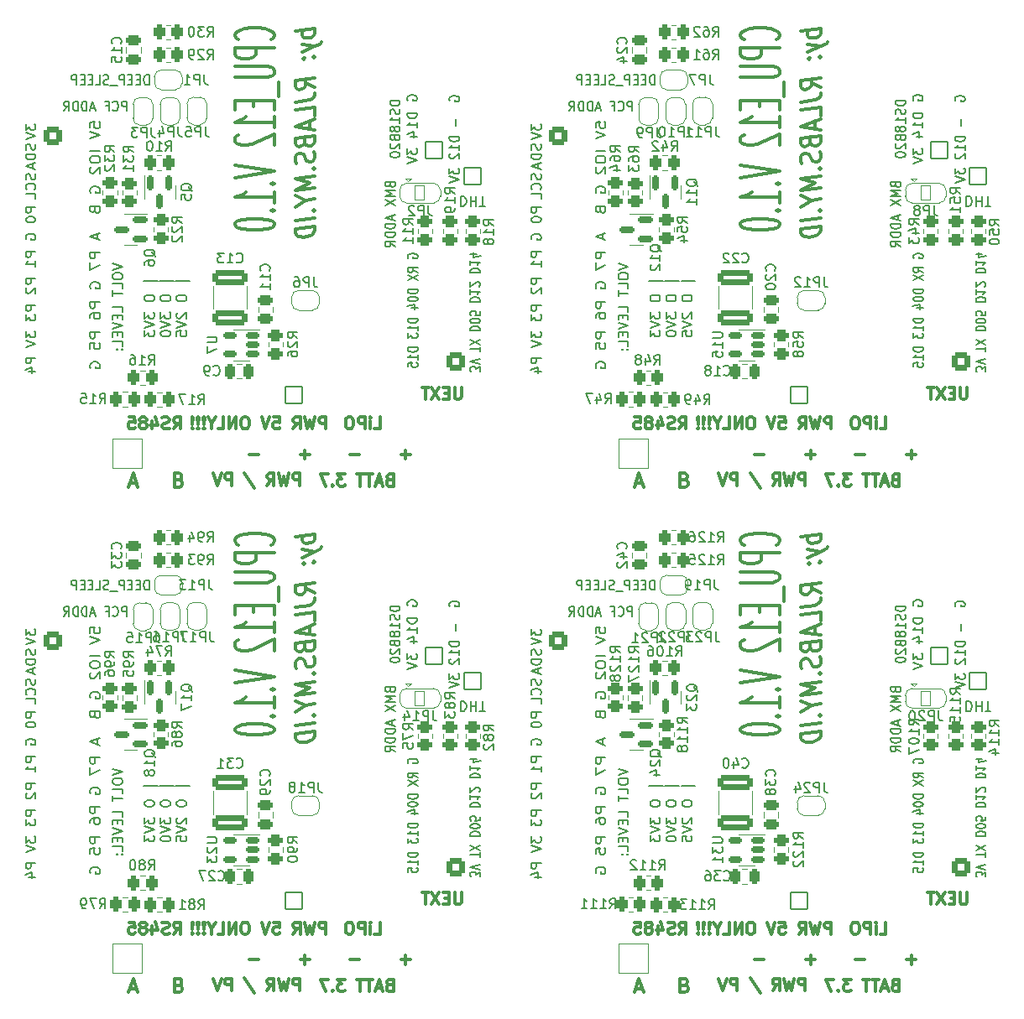
<source format=gbo>
G04 #@! TF.GenerationSoftware,KiCad,Pcbnew,(6.0.9)*
G04 #@! TF.CreationDate,2023-01-12T22:26:46+07:00*
G04 #@! TF.ProjectId,ESP12CORE_B_panel,45535031-3243-44f5-9245-5f425f70616e,rev?*
G04 #@! TF.SameCoordinates,Original*
G04 #@! TF.FileFunction,Legend,Bot*
G04 #@! TF.FilePolarity,Positive*
%FSLAX46Y46*%
G04 Gerber Fmt 4.6, Leading zero omitted, Abs format (unit mm)*
G04 Created by KiCad (PCBNEW (6.0.9)) date 2023-01-12 22:26:46*
%MOMM*%
%LPD*%
G01*
G04 APERTURE LIST*
G04 Aperture macros list*
%AMRoundRect*
0 Rectangle with rounded corners*
0 $1 Rounding radius*
0 $2 $3 $4 $5 $6 $7 $8 $9 X,Y pos of 4 corners*
0 Add a 4 corners polygon primitive as box body*
4,1,4,$2,$3,$4,$5,$6,$7,$8,$9,$2,$3,0*
0 Add four circle primitives for the rounded corners*
1,1,$1+$1,$2,$3*
1,1,$1+$1,$4,$5*
1,1,$1+$1,$6,$7*
1,1,$1+$1,$8,$9*
0 Add four rect primitives between the rounded corners*
20,1,$1+$1,$2,$3,$4,$5,0*
20,1,$1+$1,$4,$5,$6,$7,0*
20,1,$1+$1,$6,$7,$8,$9,0*
20,1,$1+$1,$8,$9,$2,$3,0*%
%AMFreePoly0*
4,1,37,0.535355,0.785355,0.550000,0.750000,0.550000,-0.750000,0.535355,-0.785355,0.500000,-0.800000,0.000000,-0.800000,-0.012524,-0.794812,-0.080857,-0.793560,-0.094851,-0.791293,-0.230166,-0.749018,-0.242962,-0.742915,-0.360972,-0.664360,-0.371540,-0.654911,-0.462760,-0.546392,-0.470252,-0.534356,-0.527347,-0.404597,-0.531159,-0.390943,-0.548742,-0.256483,-0.547388,-0.256306,-0.550000,-0.250000,
-0.550000,0.250000,-0.549522,0.251153,-0.549368,0.263802,-0.527557,0.403879,-0.523412,0.417435,-0.463164,0.545760,-0.455381,0.557609,-0.361537,0.663867,-0.350741,0.673055,-0.230846,0.748703,-0.217905,0.754492,-0.081598,0.793449,-0.067552,0.795373,-0.011991,0.795033,0.000000,0.800000,0.500000,0.800000,0.535355,0.785355,0.535355,0.785355,$1*%
%AMFreePoly1*
4,1,37,0.012350,0.794884,0.074210,0.794507,0.088231,0.792412,0.224052,0.751793,0.236921,0.745846,0.355883,0.668739,0.366566,0.659420,0.459104,0.552023,0.466742,0.540080,0.525419,0.411028,0.529398,0.397421,0.549495,0.257088,0.550000,0.250000,0.550000,-0.250000,0.549996,-0.250610,0.549847,-0.262826,0.549158,-0.270511,0.525638,-0.410312,0.521328,-0.423818,0.459516,-0.551397,
0.451589,-0.563150,0.356454,-0.668254,0.345546,-0.677309,0.224736,-0.751486,0.211726,-0.757116,0.074953,-0.794405,0.060885,-0.796158,0.011462,-0.795252,0.000000,-0.800000,-0.500000,-0.800000,-0.535355,-0.785355,-0.550000,-0.750000,-0.550000,0.750000,-0.535355,0.785355,-0.500000,0.800000,0.000000,0.800000,0.012350,0.794884,0.012350,0.794884,$1*%
%AMFreePoly2*
4,1,37,0.585355,0.785355,0.600000,0.750000,0.600000,-0.750000,0.585355,-0.785355,0.550000,-0.800000,0.000000,-0.800000,-0.012524,-0.794812,-0.080857,-0.793560,-0.094851,-0.791293,-0.230166,-0.749018,-0.242962,-0.742915,-0.360972,-0.664360,-0.371540,-0.654911,-0.462760,-0.546392,-0.470252,-0.534356,-0.527347,-0.404597,-0.531159,-0.390943,-0.548742,-0.256483,-0.547388,-0.256306,-0.550000,-0.250000,
-0.550000,0.250000,-0.549522,0.251153,-0.549368,0.263802,-0.527557,0.403879,-0.523412,0.417435,-0.463164,0.545760,-0.455381,0.557609,-0.361537,0.663867,-0.350741,0.673055,-0.230846,0.748703,-0.217905,0.754492,-0.081598,0.793449,-0.067552,0.795373,-0.011991,0.795033,0.000000,0.800000,0.550000,0.800000,0.585355,0.785355,0.585355,0.785355,$1*%
%AMFreePoly3*
4,1,37,0.012350,0.794884,0.074210,0.794507,0.088231,0.792412,0.224052,0.751793,0.236921,0.745846,0.355883,0.668739,0.366566,0.659420,0.459104,0.552023,0.466742,0.540080,0.525419,0.411028,0.529398,0.397421,0.549495,0.257088,0.550000,0.250000,0.550000,-0.250000,0.549996,-0.250610,0.549847,-0.262826,0.549158,-0.270511,0.525638,-0.410312,0.521328,-0.423818,0.459516,-0.551397,
0.451589,-0.563150,0.356454,-0.668254,0.345546,-0.677309,0.224736,-0.751486,0.211726,-0.757116,0.074953,-0.794405,0.060885,-0.796158,0.011462,-0.795252,0.000000,-0.800000,-0.550000,-0.800000,-0.585355,-0.785355,-0.600000,-0.750000,-0.600000,0.750000,-0.585355,0.785355,-0.550000,0.800000,0.000000,0.800000,0.012350,0.794884,0.012350,0.794884,$1*%
G04 Aperture macros list end*
%ADD10C,0.300000*%
%ADD11C,0.152000*%
%ADD12C,0.375000*%
%ADD13C,0.150000*%
%ADD14C,0.120000*%
%ADD15C,0.600000*%
%ADD16RoundRect,0.300000X0.600000X0.600000X-0.600000X0.600000X-0.600000X-0.600000X0.600000X-0.600000X0*%
%ADD17C,1.800000*%
%ADD18RoundRect,0.050000X-0.850000X0.850000X-0.850000X-0.850000X0.850000X-0.850000X0.850000X0.850000X0*%
%ADD19O,1.800000X1.800000*%
%ADD20C,0.900000*%
%ADD21C,6.500000*%
%ADD22RoundRect,0.300000X-0.600000X-0.600000X0.600000X-0.600000X0.600000X0.600000X-0.600000X0.600000X0*%
%ADD23RoundRect,0.050000X0.850000X0.850000X-0.850000X0.850000X-0.850000X-0.850000X0.850000X-0.850000X0*%
%ADD24O,0.900000X0.900000*%
%ADD25O,1.250000X1.900000*%
%ADD26O,1.550000X2.100000*%
%ADD27RoundRect,0.050000X-1.500000X-1.500000X1.500000X-1.500000X1.500000X1.500000X-1.500000X1.500000X0*%
%ADD28C,3.100000*%
%ADD29RoundRect,0.300000X0.262500X0.450000X-0.262500X0.450000X-0.262500X-0.450000X0.262500X-0.450000X0*%
%ADD30RoundRect,0.300000X-0.450000X0.262500X-0.450000X-0.262500X0.450000X-0.262500X0.450000X0.262500X0*%
%ADD31RoundRect,0.300000X0.450000X-0.262500X0.450000X0.262500X-0.450000X0.262500X-0.450000X-0.262500X0*%
%ADD32FreePoly0,180.000000*%
%ADD33FreePoly1,180.000000*%
%ADD34RoundRect,0.300000X-0.262500X-0.450000X0.262500X-0.450000X0.262500X0.450000X-0.262500X0.450000X0*%
%ADD35FreePoly0,270.000000*%
%ADD36FreePoly1,270.000000*%
%ADD37RoundRect,0.200000X0.587500X0.150000X-0.587500X0.150000X-0.587500X-0.150000X0.587500X-0.150000X0*%
%ADD38RoundRect,0.300000X0.475000X-0.250000X0.475000X0.250000X-0.475000X0.250000X-0.475000X-0.250000X0*%
%ADD39RoundRect,0.200000X0.512500X0.150000X-0.512500X0.150000X-0.512500X-0.150000X0.512500X-0.150000X0*%
%ADD40RoundRect,0.299999X1.450001X-0.450001X1.450001X0.450001X-1.450001X0.450001X-1.450001X-0.450001X0*%
%ADD41FreePoly2,0.000000*%
%ADD42RoundRect,0.050000X-0.500000X-0.750000X0.500000X-0.750000X0.500000X0.750000X-0.500000X0.750000X0*%
%ADD43FreePoly3,0.000000*%
%ADD44RoundRect,0.300000X-0.475000X0.250000X-0.475000X-0.250000X0.475000X-0.250000X0.475000X0.250000X0*%
%ADD45RoundRect,0.300000X-0.250000X-0.475000X0.250000X-0.475000X0.250000X0.475000X-0.250000X0.475000X0*%
%ADD46RoundRect,0.200000X-0.150000X0.587500X-0.150000X-0.587500X0.150000X-0.587500X0.150000X0.587500X0*%
G04 APERTURE END LIST*
D10*
X130070286Y-159227478D02*
X130070286Y-158027478D01*
X129613144Y-158027478D01*
X129498858Y-158084621D01*
X129441715Y-158141763D01*
X129384572Y-158256049D01*
X129384572Y-158427478D01*
X129441715Y-158541763D01*
X129498858Y-158598906D01*
X129613144Y-158656049D01*
X130070286Y-158656049D01*
X128984572Y-158027478D02*
X128698858Y-159227478D01*
X128470286Y-158370335D01*
X128241715Y-159227478D01*
X127956001Y-158027478D01*
X126813144Y-159227478D02*
X127213144Y-158656049D01*
X127498858Y-159227478D02*
X127498858Y-158027478D01*
X127041715Y-158027478D01*
X126927429Y-158084621D01*
X126870286Y-158141763D01*
X126813144Y-158256049D01*
X126813144Y-158427478D01*
X126870286Y-158541763D01*
X126927429Y-158598906D01*
X127041715Y-158656049D01*
X127498858Y-158656049D01*
X124527429Y-157970335D02*
X125556001Y-159513192D01*
X123213144Y-159227478D02*
X123213144Y-158027478D01*
X122756001Y-158027478D01*
X122641715Y-158084621D01*
X122584572Y-158141763D01*
X122527429Y-158256049D01*
X122527429Y-158427478D01*
X122584572Y-158541763D01*
X122641715Y-158598906D01*
X122756001Y-158656049D01*
X123213144Y-158656049D01*
X122184572Y-158027478D02*
X121784572Y-159227478D01*
X121384572Y-158027478D01*
D11*
X112650000Y-121452380D02*
X112650000Y-120452380D01*
X112307142Y-120452380D01*
X112221428Y-120500000D01*
X112178571Y-120547619D01*
X112135714Y-120642857D01*
X112135714Y-120785714D01*
X112178571Y-120880952D01*
X112221428Y-120928571D01*
X112307142Y-120976190D01*
X112650000Y-120976190D01*
X111235714Y-121357142D02*
X111278571Y-121404761D01*
X111407142Y-121452380D01*
X111492857Y-121452380D01*
X111621428Y-121404761D01*
X111707142Y-121309523D01*
X111750000Y-121214285D01*
X111792857Y-121023809D01*
X111792857Y-120880952D01*
X111750000Y-120690476D01*
X111707142Y-120595238D01*
X111621428Y-120500000D01*
X111492857Y-120452380D01*
X111407142Y-120452380D01*
X111278571Y-120500000D01*
X111235714Y-120547619D01*
X110550000Y-120928571D02*
X110850000Y-120928571D01*
X110850000Y-121452380D02*
X110850000Y-120452380D01*
X110421428Y-120452380D01*
X109435714Y-121166666D02*
X109007142Y-121166666D01*
X109521428Y-121452380D02*
X109221428Y-120452380D01*
X108921428Y-121452380D01*
X108621428Y-121452380D02*
X108621428Y-120452380D01*
X108407142Y-120452380D01*
X108278571Y-120500000D01*
X108192857Y-120595238D01*
X108150000Y-120690476D01*
X108107142Y-120880952D01*
X108107142Y-121023809D01*
X108150000Y-121214285D01*
X108192857Y-121309523D01*
X108278571Y-121404761D01*
X108407142Y-121452380D01*
X108621428Y-121452380D01*
X107721428Y-121452380D02*
X107721428Y-120452380D01*
X107507142Y-120452380D01*
X107378571Y-120500000D01*
X107292857Y-120595238D01*
X107250000Y-120690476D01*
X107207142Y-120880952D01*
X107207142Y-121023809D01*
X107250000Y-121214285D01*
X107292857Y-121309523D01*
X107378571Y-121404761D01*
X107507142Y-121452380D01*
X107721428Y-121452380D01*
X106307142Y-121452380D02*
X106607142Y-120976190D01*
X106821428Y-121452380D02*
X106821428Y-120452380D01*
X106478571Y-120452380D01*
X106392857Y-120500000D01*
X106350000Y-120547619D01*
X106307142Y-120642857D01*
X106307142Y-120785714D01*
X106350000Y-120880952D01*
X106392857Y-120928571D01*
X106478571Y-120976190D01*
X106821428Y-120976190D01*
X153452380Y-71738095D02*
X153452380Y-72357142D01*
X153833333Y-72023809D01*
X153833333Y-72166666D01*
X153880952Y-72261904D01*
X153928571Y-72309523D01*
X154023809Y-72357142D01*
X154261904Y-72357142D01*
X154357142Y-72309523D01*
X154404761Y-72261904D01*
X154452380Y-72166666D01*
X154452380Y-71880952D01*
X154404761Y-71785714D01*
X154357142Y-71738095D01*
X153452380Y-72642857D02*
X154452380Y-72976190D01*
X153452380Y-73309523D01*
D10*
X168387910Y-153542857D02*
X168787910Y-152971428D01*
X169073625Y-153542857D02*
X169073625Y-152342857D01*
X168616482Y-152342857D01*
X168502196Y-152400000D01*
X168445053Y-152457142D01*
X168387910Y-152571428D01*
X168387910Y-152742857D01*
X168445053Y-152857142D01*
X168502196Y-152914285D01*
X168616482Y-152971428D01*
X169073625Y-152971428D01*
X167930767Y-153485714D02*
X167759339Y-153542857D01*
X167473625Y-153542857D01*
X167359339Y-153485714D01*
X167302196Y-153428571D01*
X167245053Y-153314285D01*
X167245053Y-153200000D01*
X167302196Y-153085714D01*
X167359339Y-153028571D01*
X167473625Y-152971428D01*
X167702196Y-152914285D01*
X167816482Y-152857142D01*
X167873625Y-152800000D01*
X167930767Y-152685714D01*
X167930767Y-152571428D01*
X167873625Y-152457142D01*
X167816482Y-152400000D01*
X167702196Y-152342857D01*
X167416482Y-152342857D01*
X167245053Y-152400000D01*
X166216482Y-152742857D02*
X166216482Y-153542857D01*
X166502196Y-152285714D02*
X166787910Y-153142857D01*
X166045053Y-153142857D01*
X165416482Y-152857142D02*
X165530767Y-152800000D01*
X165587910Y-152742857D01*
X165645053Y-152628571D01*
X165645053Y-152571428D01*
X165587910Y-152457142D01*
X165530767Y-152400000D01*
X165416482Y-152342857D01*
X165187910Y-152342857D01*
X165073625Y-152400000D01*
X165016482Y-152457142D01*
X164959339Y-152571428D01*
X164959339Y-152628571D01*
X165016482Y-152742857D01*
X165073625Y-152800000D01*
X165187910Y-152857142D01*
X165416482Y-152857142D01*
X165530767Y-152914285D01*
X165587910Y-152971428D01*
X165645053Y-153085714D01*
X165645053Y-153314285D01*
X165587910Y-153428571D01*
X165530767Y-153485714D01*
X165416482Y-153542857D01*
X165187910Y-153542857D01*
X165073625Y-153485714D01*
X165016482Y-153428571D01*
X164959339Y-153314285D01*
X164959339Y-153085714D01*
X165016482Y-152971428D01*
X165073625Y-152914285D01*
X165187910Y-152857142D01*
X163873625Y-152342857D02*
X164445053Y-152342857D01*
X164502196Y-152914285D01*
X164445053Y-152857142D01*
X164330767Y-152800000D01*
X164045053Y-152800000D01*
X163930767Y-152857142D01*
X163873625Y-152914285D01*
X163816482Y-153028571D01*
X163816482Y-153314285D01*
X163873625Y-153428571D01*
X163930767Y-153485714D01*
X164045053Y-153542857D01*
X164330767Y-153542857D01*
X164445053Y-153485714D01*
X164502196Y-153428571D01*
D11*
X108952380Y-72133333D02*
X108952380Y-71600000D01*
X109428571Y-71546666D01*
X109380952Y-71600000D01*
X109333333Y-71706666D01*
X109333333Y-71973333D01*
X109380952Y-72080000D01*
X109428571Y-72133333D01*
X109523809Y-72186666D01*
X109761904Y-72186666D01*
X109857142Y-72133333D01*
X109904761Y-72080000D01*
X109952380Y-71973333D01*
X109952380Y-71706666D01*
X109904761Y-71600000D01*
X109857142Y-71546666D01*
X108952380Y-72506666D02*
X109952380Y-72880000D01*
X108952380Y-73253333D01*
X109952380Y-74480000D02*
X108952380Y-74480000D01*
X108952380Y-75226666D02*
X108952380Y-75440000D01*
X109000000Y-75546666D01*
X109095238Y-75653333D01*
X109285714Y-75706666D01*
X109619047Y-75706666D01*
X109809523Y-75653333D01*
X109904761Y-75546666D01*
X109952380Y-75440000D01*
X109952380Y-75226666D01*
X109904761Y-75120000D01*
X109809523Y-75013333D01*
X109619047Y-74960000D01*
X109285714Y-74960000D01*
X109095238Y-75013333D01*
X109000000Y-75120000D01*
X108952380Y-75226666D01*
X109047619Y-76133333D02*
X109000000Y-76186666D01*
X108952380Y-76293333D01*
X108952380Y-76560000D01*
X109000000Y-76666666D01*
X109047619Y-76720000D01*
X109142857Y-76773333D01*
X109238095Y-76773333D01*
X109380952Y-76720000D01*
X109952380Y-76080000D01*
X109952380Y-76773333D01*
X109000000Y-78693333D02*
X108952380Y-78586666D01*
X108952380Y-78426666D01*
X109000000Y-78266666D01*
X109095238Y-78160000D01*
X109190476Y-78106666D01*
X109380952Y-78053333D01*
X109523809Y-78053333D01*
X109714285Y-78106666D01*
X109809523Y-78160000D01*
X109904761Y-78266666D01*
X109952380Y-78426666D01*
X109952380Y-78533333D01*
X109904761Y-78693333D01*
X109857142Y-78746666D01*
X109523809Y-78746666D01*
X109523809Y-78533333D01*
X109428571Y-80453333D02*
X109476190Y-80613333D01*
X109523809Y-80666666D01*
X109619047Y-80720000D01*
X109761904Y-80720000D01*
X109857142Y-80666666D01*
X109904761Y-80613333D01*
X109952380Y-80506666D01*
X109952380Y-80080000D01*
X108952380Y-80080000D01*
X108952380Y-80453333D01*
X109000000Y-80560000D01*
X109047619Y-80613333D01*
X109142857Y-80666666D01*
X109238095Y-80666666D01*
X109333333Y-80613333D01*
X109380952Y-80560000D01*
X109428571Y-80453333D01*
X109428571Y-80080000D01*
X109666666Y-82853333D02*
X109666666Y-83386666D01*
X109952380Y-82746666D02*
X108952380Y-83120000D01*
X109952380Y-83493333D01*
X109952380Y-84720000D02*
X108952380Y-84720000D01*
X108952380Y-85146666D01*
X109000000Y-85253333D01*
X109047619Y-85306666D01*
X109142857Y-85360000D01*
X109285714Y-85360000D01*
X109380952Y-85306666D01*
X109428571Y-85253333D01*
X109476190Y-85146666D01*
X109476190Y-84720000D01*
X108952380Y-85733333D02*
X108952380Y-86480000D01*
X109952380Y-86000000D01*
X109000000Y-88346666D02*
X108952380Y-88240000D01*
X108952380Y-88080000D01*
X109000000Y-87920000D01*
X109095238Y-87813333D01*
X109190476Y-87760000D01*
X109380952Y-87706666D01*
X109523809Y-87706666D01*
X109714285Y-87760000D01*
X109809523Y-87813333D01*
X109904761Y-87920000D01*
X109952380Y-88080000D01*
X109952380Y-88186666D01*
X109904761Y-88346666D01*
X109857142Y-88400000D01*
X109523809Y-88400000D01*
X109523809Y-88186666D01*
X109952380Y-89733333D02*
X108952380Y-89733333D01*
X108952380Y-90160000D01*
X109000000Y-90266666D01*
X109047619Y-90320000D01*
X109142857Y-90373333D01*
X109285714Y-90373333D01*
X109380952Y-90320000D01*
X109428571Y-90266666D01*
X109476190Y-90160000D01*
X109476190Y-89733333D01*
X108952380Y-91333333D02*
X108952380Y-91120000D01*
X109000000Y-91013333D01*
X109047619Y-90960000D01*
X109190476Y-90853333D01*
X109380952Y-90800000D01*
X109761904Y-90800000D01*
X109857142Y-90853333D01*
X109904761Y-90906666D01*
X109952380Y-91013333D01*
X109952380Y-91226666D01*
X109904761Y-91333333D01*
X109857142Y-91386666D01*
X109761904Y-91440000D01*
X109523809Y-91440000D01*
X109428571Y-91386666D01*
X109380952Y-91333333D01*
X109333333Y-91226666D01*
X109333333Y-91013333D01*
X109380952Y-90906666D01*
X109428571Y-90853333D01*
X109523809Y-90800000D01*
X109952380Y-92773333D02*
X108952380Y-92773333D01*
X108952380Y-93200000D01*
X109000000Y-93306666D01*
X109047619Y-93360000D01*
X109142857Y-93413333D01*
X109285714Y-93413333D01*
X109380952Y-93360000D01*
X109428571Y-93306666D01*
X109476190Y-93200000D01*
X109476190Y-92773333D01*
X108952380Y-94426666D02*
X108952380Y-93893333D01*
X109428571Y-93840000D01*
X109380952Y-93893333D01*
X109333333Y-94000000D01*
X109333333Y-94266666D01*
X109380952Y-94373333D01*
X109428571Y-94426666D01*
X109523809Y-94480000D01*
X109761904Y-94480000D01*
X109857142Y-94426666D01*
X109904761Y-94373333D01*
X109952380Y-94266666D01*
X109952380Y-94000000D01*
X109904761Y-93893333D01*
X109857142Y-93840000D01*
X109000000Y-96400000D02*
X108952380Y-96293333D01*
X108952380Y-96133333D01*
X109000000Y-95973333D01*
X109095238Y-95866666D01*
X109190476Y-95813333D01*
X109380952Y-95760000D01*
X109523809Y-95760000D01*
X109714285Y-95813333D01*
X109809523Y-95866666D01*
X109904761Y-95973333D01*
X109952380Y-96133333D01*
X109952380Y-96240000D01*
X109904761Y-96400000D01*
X109857142Y-96453333D01*
X109523809Y-96453333D01*
X109523809Y-96240000D01*
D10*
X146414285Y-98342857D02*
X146414285Y-99314285D01*
X146357142Y-99428571D01*
X146300000Y-99485714D01*
X146185714Y-99542857D01*
X145957142Y-99542857D01*
X145842857Y-99485714D01*
X145785714Y-99428571D01*
X145728571Y-99314285D01*
X145728571Y-98342857D01*
X145157142Y-98914285D02*
X144757142Y-98914285D01*
X144585714Y-99542857D02*
X145157142Y-99542857D01*
X145157142Y-98342857D01*
X144585714Y-98342857D01*
X144185714Y-98342857D02*
X143385714Y-99542857D01*
X143385714Y-98342857D02*
X144185714Y-99542857D01*
X143100000Y-98342857D02*
X142414285Y-98342857D01*
X142757142Y-99542857D02*
X142757142Y-98342857D01*
X146414285Y-149342857D02*
X146414285Y-150314285D01*
X146357142Y-150428571D01*
X146300000Y-150485714D01*
X146185714Y-150542857D01*
X145957142Y-150542857D01*
X145842857Y-150485714D01*
X145785714Y-150428571D01*
X145728571Y-150314285D01*
X145728571Y-149342857D01*
X145157142Y-149914285D02*
X144757142Y-149914285D01*
X144585714Y-150542857D02*
X145157142Y-150542857D01*
X145157142Y-149342857D01*
X144585714Y-149342857D01*
X144185714Y-149342857D02*
X143385714Y-150542857D01*
X143385714Y-149342857D02*
X144185714Y-150542857D01*
X143100000Y-149342857D02*
X142414285Y-149342857D01*
X142757142Y-150542857D02*
X142757142Y-149342857D01*
X163992954Y-159023453D02*
X164659621Y-159023453D01*
X163859621Y-159423453D02*
X164326288Y-158023453D01*
X164792954Y-159423453D01*
X168926288Y-158690120D02*
X169126288Y-158756786D01*
X169192954Y-158823453D01*
X169259621Y-158956786D01*
X169259621Y-159156786D01*
X169192954Y-159290120D01*
X169126288Y-159356786D01*
X168992954Y-159423453D01*
X168459621Y-159423453D01*
X168459621Y-158023453D01*
X168926288Y-158023453D01*
X169059621Y-158090120D01*
X169126288Y-158156786D01*
X169192954Y-158290120D01*
X169192954Y-158423453D01*
X169126288Y-158556786D01*
X169059621Y-158623453D01*
X168926288Y-158690120D01*
X168459621Y-158690120D01*
D11*
X141000000Y-120392857D02*
X140952380Y-120297619D01*
X140952380Y-120154761D01*
X141000000Y-120011904D01*
X141095238Y-119916666D01*
X141190476Y-119869047D01*
X141380952Y-119821428D01*
X141523809Y-119821428D01*
X141714285Y-119869047D01*
X141809523Y-119916666D01*
X141904761Y-120011904D01*
X141952380Y-120154761D01*
X141952380Y-120250000D01*
X141904761Y-120392857D01*
X141857142Y-120440476D01*
X141523809Y-120440476D01*
X141523809Y-120250000D01*
X141952380Y-121630952D02*
X140952380Y-121630952D01*
X140952380Y-121869047D01*
X141000000Y-122011904D01*
X141095238Y-122107142D01*
X141190476Y-122154761D01*
X141380952Y-122202380D01*
X141523809Y-122202380D01*
X141714285Y-122154761D01*
X141809523Y-122107142D01*
X141904761Y-122011904D01*
X141952380Y-121869047D01*
X141952380Y-121630952D01*
X141952380Y-123154761D02*
X141952380Y-122583333D01*
X141952380Y-122869047D02*
X140952380Y-122869047D01*
X141095238Y-122773809D01*
X141190476Y-122678571D01*
X141238095Y-122583333D01*
X141285714Y-124011904D02*
X141952380Y-124011904D01*
X140904761Y-123773809D02*
X141619047Y-123535714D01*
X141619047Y-124154761D01*
X140952380Y-125202380D02*
X140952380Y-125821428D01*
X141333333Y-125488095D01*
X141333333Y-125630952D01*
X141380952Y-125726190D01*
X141428571Y-125773809D01*
X141523809Y-125821428D01*
X141761904Y-125821428D01*
X141857142Y-125773809D01*
X141904761Y-125726190D01*
X141952380Y-125630952D01*
X141952380Y-125345238D01*
X141904761Y-125250000D01*
X141857142Y-125202380D01*
X140952380Y-126107142D02*
X141952380Y-126440476D01*
X140952380Y-126773809D01*
X153452380Y-122738095D02*
X153452380Y-123357142D01*
X153833333Y-123023809D01*
X153833333Y-123166666D01*
X153880952Y-123261904D01*
X153928571Y-123309523D01*
X154023809Y-123357142D01*
X154261904Y-123357142D01*
X154357142Y-123309523D01*
X154404761Y-123261904D01*
X154452380Y-123166666D01*
X154452380Y-122880952D01*
X154404761Y-122785714D01*
X154357142Y-122738095D01*
X153452380Y-123642857D02*
X154452380Y-123976190D01*
X153452380Y-124309523D01*
D12*
X178178571Y-114247619D02*
X178369047Y-114157142D01*
X178559523Y-113885714D01*
X178559523Y-113704761D01*
X178369047Y-113433333D01*
X177988095Y-113252380D01*
X177607142Y-113161904D01*
X176845238Y-113071428D01*
X176273809Y-113071428D01*
X175511904Y-113161904D01*
X175130952Y-113252380D01*
X174750000Y-113433333D01*
X174559523Y-113704761D01*
X174559523Y-113885714D01*
X174750000Y-114157142D01*
X174940476Y-114247619D01*
X178559523Y-115061904D02*
X174559523Y-115061904D01*
X174559523Y-115785714D01*
X174750000Y-115966666D01*
X174940476Y-116057142D01*
X175321428Y-116147619D01*
X175892857Y-116147619D01*
X176273809Y-116057142D01*
X176464285Y-115966666D01*
X176654761Y-115785714D01*
X176654761Y-115061904D01*
X174559523Y-116961904D02*
X177797619Y-116961904D01*
X178178571Y-117052380D01*
X178369047Y-117142857D01*
X178559523Y-117323809D01*
X178559523Y-117685714D01*
X178369047Y-117866666D01*
X178178571Y-117957142D01*
X177797619Y-118047619D01*
X174559523Y-118047619D01*
X178940476Y-118500000D02*
X178940476Y-119947619D01*
X176464285Y-120400000D02*
X176464285Y-121033333D01*
X178559523Y-121304761D02*
X178559523Y-120400000D01*
X174559523Y-120400000D01*
X174559523Y-121304761D01*
X178559523Y-123114285D02*
X178559523Y-122028571D01*
X178559523Y-122571428D02*
X174559523Y-122571428D01*
X175130952Y-122390476D01*
X175511904Y-122209523D01*
X175702380Y-122028571D01*
X174940476Y-123838095D02*
X174750000Y-123928571D01*
X174559523Y-124109523D01*
X174559523Y-124561904D01*
X174750000Y-124742857D01*
X174940476Y-124833333D01*
X175321428Y-124923809D01*
X175702380Y-124923809D01*
X176273809Y-124833333D01*
X178559523Y-123747619D01*
X178559523Y-124923809D01*
X174559523Y-126914285D02*
X178559523Y-127547619D01*
X174559523Y-128180952D01*
X178178571Y-128814285D02*
X178369047Y-128904761D01*
X178559523Y-128814285D01*
X178369047Y-128723809D01*
X178178571Y-128814285D01*
X178559523Y-128814285D01*
X178559523Y-130714285D02*
X178559523Y-129628571D01*
X178559523Y-130171428D02*
X174559523Y-130171428D01*
X175130952Y-129990476D01*
X175511904Y-129809523D01*
X175702380Y-129628571D01*
X178178571Y-131528571D02*
X178369047Y-131619047D01*
X178559523Y-131528571D01*
X178369047Y-131438095D01*
X178178571Y-131528571D01*
X178559523Y-131528571D01*
X174559523Y-132795238D02*
X174559523Y-132976190D01*
X174750000Y-133157142D01*
X174940476Y-133247619D01*
X175321428Y-133338095D01*
X176083333Y-133428571D01*
X177035714Y-133428571D01*
X177797619Y-133338095D01*
X178178571Y-133247619D01*
X178369047Y-133157142D01*
X178559523Y-132976190D01*
X178559523Y-132795238D01*
X178369047Y-132614285D01*
X178178571Y-132523809D01*
X177797619Y-132433333D01*
X177035714Y-132342857D01*
X176083333Y-132342857D01*
X175321428Y-132433333D01*
X174940476Y-132523809D01*
X174750000Y-132614285D01*
X174559523Y-132795238D01*
D10*
X137642857Y-102542857D02*
X138214285Y-102542857D01*
X138214285Y-101342857D01*
X137242857Y-102542857D02*
X137242857Y-101742857D01*
X137242857Y-101342857D02*
X137300000Y-101400000D01*
X137242857Y-101457142D01*
X137185714Y-101400000D01*
X137242857Y-101342857D01*
X137242857Y-101457142D01*
X136671428Y-102542857D02*
X136671428Y-101342857D01*
X136214285Y-101342857D01*
X136100000Y-101400000D01*
X136042857Y-101457142D01*
X135985714Y-101571428D01*
X135985714Y-101742857D01*
X136042857Y-101857142D01*
X136100000Y-101914285D01*
X136214285Y-101971428D01*
X136671428Y-101971428D01*
X135242857Y-101342857D02*
X135014285Y-101342857D01*
X134900000Y-101400000D01*
X134785714Y-101514285D01*
X134728571Y-101742857D01*
X134728571Y-102142857D01*
X134785714Y-102371428D01*
X134900000Y-102485714D01*
X135014285Y-102542857D01*
X135242857Y-102542857D01*
X135357142Y-102485714D01*
X135471428Y-102371428D01*
X135528571Y-102142857D01*
X135528571Y-101742857D01*
X135471428Y-101514285D01*
X135357142Y-101400000D01*
X135242857Y-101342857D01*
X125019495Y-156139579D02*
X125933781Y-156139579D01*
X130162352Y-156139579D02*
X131076638Y-156139579D01*
X130619495Y-156596722D02*
X130619495Y-155682436D01*
D11*
X192000000Y-69392857D02*
X191952380Y-69297619D01*
X191952380Y-69154761D01*
X192000000Y-69011904D01*
X192095238Y-68916666D01*
X192190476Y-68869047D01*
X192380952Y-68821428D01*
X192523809Y-68821428D01*
X192714285Y-68869047D01*
X192809523Y-68916666D01*
X192904761Y-69011904D01*
X192952380Y-69154761D01*
X192952380Y-69250000D01*
X192904761Y-69392857D01*
X192857142Y-69440476D01*
X192523809Y-69440476D01*
X192523809Y-69250000D01*
X192952380Y-70630952D02*
X191952380Y-70630952D01*
X191952380Y-70869047D01*
X192000000Y-71011904D01*
X192095238Y-71107142D01*
X192190476Y-71154761D01*
X192380952Y-71202380D01*
X192523809Y-71202380D01*
X192714285Y-71154761D01*
X192809523Y-71107142D01*
X192904761Y-71011904D01*
X192952380Y-70869047D01*
X192952380Y-70630952D01*
X192952380Y-72154761D02*
X192952380Y-71583333D01*
X192952380Y-71869047D02*
X191952380Y-71869047D01*
X192095238Y-71773809D01*
X192190476Y-71678571D01*
X192238095Y-71583333D01*
X192285714Y-73011904D02*
X192952380Y-73011904D01*
X191904761Y-72773809D02*
X192619047Y-72535714D01*
X192619047Y-73154761D01*
X191952380Y-74202380D02*
X191952380Y-74821428D01*
X192333333Y-74488095D01*
X192333333Y-74630952D01*
X192380952Y-74726190D01*
X192428571Y-74773809D01*
X192523809Y-74821428D01*
X192761904Y-74821428D01*
X192857142Y-74773809D01*
X192904761Y-74726190D01*
X192952380Y-74630952D01*
X192952380Y-74345238D01*
X192904761Y-74250000D01*
X192857142Y-74202380D01*
X191952380Y-75107142D02*
X192952380Y-75440476D01*
X191952380Y-75773809D01*
D10*
X183714285Y-102542857D02*
X183714285Y-101342857D01*
X183257142Y-101342857D01*
X183142857Y-101400000D01*
X183085714Y-101457142D01*
X183028571Y-101571428D01*
X183028571Y-101742857D01*
X183085714Y-101857142D01*
X183142857Y-101914285D01*
X183257142Y-101971428D01*
X183714285Y-101971428D01*
X182628571Y-101342857D02*
X182342857Y-102542857D01*
X182114285Y-101685714D01*
X181885714Y-102542857D01*
X181600000Y-101342857D01*
X180457142Y-102542857D02*
X180857142Y-101971428D01*
X181142857Y-102542857D02*
X181142857Y-101342857D01*
X180685714Y-101342857D01*
X180571428Y-101400000D01*
X180514285Y-101457142D01*
X180457142Y-101571428D01*
X180457142Y-101742857D01*
X180514285Y-101857142D01*
X180571428Y-101914285D01*
X180685714Y-101971428D01*
X181142857Y-101971428D01*
X178457142Y-101342857D02*
X179028571Y-101342857D01*
X179085714Y-101914285D01*
X179028571Y-101857142D01*
X178914285Y-101800000D01*
X178628571Y-101800000D01*
X178514285Y-101857142D01*
X178457142Y-101914285D01*
X178400000Y-102028571D01*
X178400000Y-102314285D01*
X178457142Y-102428571D01*
X178514285Y-102485714D01*
X178628571Y-102542857D01*
X178914285Y-102542857D01*
X179028571Y-102485714D01*
X179085714Y-102428571D01*
X178057142Y-101342857D02*
X177657142Y-102542857D01*
X177257142Y-101342857D01*
X175714285Y-101342857D02*
X175485714Y-101342857D01*
X175371428Y-101400000D01*
X175257142Y-101514285D01*
X175200000Y-101742857D01*
X175200000Y-102142857D01*
X175257142Y-102371428D01*
X175371428Y-102485714D01*
X175485714Y-102542857D01*
X175714285Y-102542857D01*
X175828571Y-102485714D01*
X175942857Y-102371428D01*
X176000000Y-102142857D01*
X176000000Y-101742857D01*
X175942857Y-101514285D01*
X175828571Y-101400000D01*
X175714285Y-101342857D01*
X174685714Y-102542857D02*
X174685714Y-101342857D01*
X174000000Y-102542857D01*
X174000000Y-101342857D01*
X172857142Y-102542857D02*
X173428571Y-102542857D01*
X173428571Y-101342857D01*
X172228571Y-101971428D02*
X172228571Y-102542857D01*
X172628571Y-101342857D02*
X172228571Y-101971428D01*
X171828571Y-101342857D01*
X171428571Y-102428571D02*
X171371428Y-102485714D01*
X171428571Y-102542857D01*
X171485714Y-102485714D01*
X171428571Y-102428571D01*
X171428571Y-102542857D01*
X171428571Y-102085714D02*
X171485714Y-101400000D01*
X171428571Y-101342857D01*
X171371428Y-101400000D01*
X171428571Y-102085714D01*
X171428571Y-101342857D01*
X170857142Y-102428571D02*
X170800000Y-102485714D01*
X170857142Y-102542857D01*
X170914285Y-102485714D01*
X170857142Y-102428571D01*
X170857142Y-102542857D01*
X170857142Y-102085714D02*
X170914285Y-101400000D01*
X170857142Y-101342857D01*
X170800000Y-101400000D01*
X170857142Y-102085714D01*
X170857142Y-101342857D01*
X170285714Y-102428571D02*
X170228571Y-102485714D01*
X170285714Y-102542857D01*
X170342857Y-102485714D01*
X170285714Y-102428571D01*
X170285714Y-102542857D01*
X170285714Y-102085714D02*
X170342857Y-101400000D01*
X170285714Y-101342857D01*
X170228571Y-101400000D01*
X170285714Y-102085714D01*
X170285714Y-101342857D01*
X132714285Y-153542857D02*
X132714285Y-152342857D01*
X132257142Y-152342857D01*
X132142857Y-152400000D01*
X132085714Y-152457142D01*
X132028571Y-152571428D01*
X132028571Y-152742857D01*
X132085714Y-152857142D01*
X132142857Y-152914285D01*
X132257142Y-152971428D01*
X132714285Y-152971428D01*
X131628571Y-152342857D02*
X131342857Y-153542857D01*
X131114285Y-152685714D01*
X130885714Y-153542857D01*
X130600000Y-152342857D01*
X129457142Y-153542857D02*
X129857142Y-152971428D01*
X130142857Y-153542857D02*
X130142857Y-152342857D01*
X129685714Y-152342857D01*
X129571428Y-152400000D01*
X129514285Y-152457142D01*
X129457142Y-152571428D01*
X129457142Y-152742857D01*
X129514285Y-152857142D01*
X129571428Y-152914285D01*
X129685714Y-152971428D01*
X130142857Y-152971428D01*
X127457142Y-152342857D02*
X128028571Y-152342857D01*
X128085714Y-152914285D01*
X128028571Y-152857142D01*
X127914285Y-152800000D01*
X127628571Y-152800000D01*
X127514285Y-152857142D01*
X127457142Y-152914285D01*
X127400000Y-153028571D01*
X127400000Y-153314285D01*
X127457142Y-153428571D01*
X127514285Y-153485714D01*
X127628571Y-153542857D01*
X127914285Y-153542857D01*
X128028571Y-153485714D01*
X128085714Y-153428571D01*
X127057142Y-152342857D02*
X126657142Y-153542857D01*
X126257142Y-152342857D01*
X124714285Y-152342857D02*
X124485714Y-152342857D01*
X124371428Y-152400000D01*
X124257142Y-152514285D01*
X124200000Y-152742857D01*
X124200000Y-153142857D01*
X124257142Y-153371428D01*
X124371428Y-153485714D01*
X124485714Y-153542857D01*
X124714285Y-153542857D01*
X124828571Y-153485714D01*
X124942857Y-153371428D01*
X125000000Y-153142857D01*
X125000000Y-152742857D01*
X124942857Y-152514285D01*
X124828571Y-152400000D01*
X124714285Y-152342857D01*
X123685714Y-153542857D02*
X123685714Y-152342857D01*
X123000000Y-153542857D01*
X123000000Y-152342857D01*
X121857142Y-153542857D02*
X122428571Y-153542857D01*
X122428571Y-152342857D01*
X121228571Y-152971428D02*
X121228571Y-153542857D01*
X121628571Y-152342857D02*
X121228571Y-152971428D01*
X120828571Y-152342857D01*
X120428571Y-153428571D02*
X120371428Y-153485714D01*
X120428571Y-153542857D01*
X120485714Y-153485714D01*
X120428571Y-153428571D01*
X120428571Y-153542857D01*
X120428571Y-153085714D02*
X120485714Y-152400000D01*
X120428571Y-152342857D01*
X120371428Y-152400000D01*
X120428571Y-153085714D01*
X120428571Y-152342857D01*
X119857142Y-153428571D02*
X119800000Y-153485714D01*
X119857142Y-153542857D01*
X119914285Y-153485714D01*
X119857142Y-153428571D01*
X119857142Y-153542857D01*
X119857142Y-153085714D02*
X119914285Y-152400000D01*
X119857142Y-152342857D01*
X119800000Y-152400000D01*
X119857142Y-153085714D01*
X119857142Y-152342857D01*
X119285714Y-153428571D02*
X119228571Y-153485714D01*
X119285714Y-153542857D01*
X119342857Y-153485714D01*
X119285714Y-153428571D01*
X119285714Y-153542857D01*
X119285714Y-153085714D02*
X119342857Y-152400000D01*
X119285714Y-152342857D01*
X119228571Y-152400000D01*
X119285714Y-153085714D01*
X119285714Y-152342857D01*
D12*
X178178571Y-63247619D02*
X178369047Y-63157142D01*
X178559523Y-62885714D01*
X178559523Y-62704761D01*
X178369047Y-62433333D01*
X177988095Y-62252380D01*
X177607142Y-62161904D01*
X176845238Y-62071428D01*
X176273809Y-62071428D01*
X175511904Y-62161904D01*
X175130952Y-62252380D01*
X174750000Y-62433333D01*
X174559523Y-62704761D01*
X174559523Y-62885714D01*
X174750000Y-63157142D01*
X174940476Y-63247619D01*
X178559523Y-64061904D02*
X174559523Y-64061904D01*
X174559523Y-64785714D01*
X174750000Y-64966666D01*
X174940476Y-65057142D01*
X175321428Y-65147619D01*
X175892857Y-65147619D01*
X176273809Y-65057142D01*
X176464285Y-64966666D01*
X176654761Y-64785714D01*
X176654761Y-64061904D01*
X174559523Y-65961904D02*
X177797619Y-65961904D01*
X178178571Y-66052380D01*
X178369047Y-66142857D01*
X178559523Y-66323809D01*
X178559523Y-66685714D01*
X178369047Y-66866666D01*
X178178571Y-66957142D01*
X177797619Y-67047619D01*
X174559523Y-67047619D01*
X178940476Y-67500000D02*
X178940476Y-68947619D01*
X176464285Y-69400000D02*
X176464285Y-70033333D01*
X178559523Y-70304761D02*
X178559523Y-69400000D01*
X174559523Y-69400000D01*
X174559523Y-70304761D01*
X178559523Y-72114285D02*
X178559523Y-71028571D01*
X178559523Y-71571428D02*
X174559523Y-71571428D01*
X175130952Y-71390476D01*
X175511904Y-71209523D01*
X175702380Y-71028571D01*
X174940476Y-72838095D02*
X174750000Y-72928571D01*
X174559523Y-73109523D01*
X174559523Y-73561904D01*
X174750000Y-73742857D01*
X174940476Y-73833333D01*
X175321428Y-73923809D01*
X175702380Y-73923809D01*
X176273809Y-73833333D01*
X178559523Y-72747619D01*
X178559523Y-73923809D01*
X174559523Y-75914285D02*
X178559523Y-76547619D01*
X174559523Y-77180952D01*
X178178571Y-77814285D02*
X178369047Y-77904761D01*
X178559523Y-77814285D01*
X178369047Y-77723809D01*
X178178571Y-77814285D01*
X178559523Y-77814285D01*
X178559523Y-79714285D02*
X178559523Y-78628571D01*
X178559523Y-79171428D02*
X174559523Y-79171428D01*
X175130952Y-78990476D01*
X175511904Y-78809523D01*
X175702380Y-78628571D01*
X178178571Y-80528571D02*
X178369047Y-80619047D01*
X178559523Y-80528571D01*
X178369047Y-80438095D01*
X178178571Y-80528571D01*
X178559523Y-80528571D01*
X174559523Y-81795238D02*
X174559523Y-81976190D01*
X174750000Y-82157142D01*
X174940476Y-82247619D01*
X175321428Y-82338095D01*
X176083333Y-82428571D01*
X177035714Y-82428571D01*
X177797619Y-82338095D01*
X178178571Y-82247619D01*
X178369047Y-82157142D01*
X178559523Y-81976190D01*
X178559523Y-81795238D01*
X178369047Y-81614285D01*
X178178571Y-81523809D01*
X177797619Y-81433333D01*
X177035714Y-81342857D01*
X176083333Y-81342857D01*
X175321428Y-81433333D01*
X174940476Y-81523809D01*
X174750000Y-81614285D01*
X174559523Y-81795238D01*
D13*
X154404761Y-124785714D02*
X154452380Y-124928571D01*
X154452380Y-125166666D01*
X154404761Y-125261904D01*
X154357142Y-125309523D01*
X154261904Y-125357142D01*
X154166666Y-125357142D01*
X154071428Y-125309523D01*
X154023809Y-125261904D01*
X153976190Y-125166666D01*
X153928571Y-124976190D01*
X153880952Y-124880952D01*
X153833333Y-124833333D01*
X153738095Y-124785714D01*
X153642857Y-124785714D01*
X153547619Y-124833333D01*
X153500000Y-124880952D01*
X153452380Y-124976190D01*
X153452380Y-125214285D01*
X153500000Y-125357142D01*
X154452380Y-125785714D02*
X153452380Y-125785714D01*
X153452380Y-126023809D01*
X153500000Y-126166666D01*
X153595238Y-126261904D01*
X153690476Y-126309523D01*
X153880952Y-126357142D01*
X154023809Y-126357142D01*
X154214285Y-126309523D01*
X154309523Y-126261904D01*
X154404761Y-126166666D01*
X154452380Y-126023809D01*
X154452380Y-125785714D01*
X154166666Y-126738095D02*
X154166666Y-127214285D01*
X154452380Y-126642857D02*
X153452380Y-126976190D01*
X154452380Y-127309523D01*
D11*
X145250000Y-120435714D02*
X145202380Y-120350000D01*
X145202380Y-120221428D01*
X145250000Y-120092857D01*
X145345238Y-120007142D01*
X145440476Y-119964285D01*
X145630952Y-119921428D01*
X145773809Y-119921428D01*
X145964285Y-119964285D01*
X146059523Y-120007142D01*
X146154761Y-120092857D01*
X146202380Y-120221428D01*
X146202380Y-120307142D01*
X146154761Y-120435714D01*
X146107142Y-120478571D01*
X145773809Y-120478571D01*
X145773809Y-120307142D01*
X145821428Y-122235714D02*
X145821428Y-122921428D01*
X146202380Y-124035714D02*
X145202380Y-124035714D01*
X145202380Y-124250000D01*
X145250000Y-124378571D01*
X145345238Y-124464285D01*
X145440476Y-124507142D01*
X145630952Y-124550000D01*
X145773809Y-124550000D01*
X145964285Y-124507142D01*
X146059523Y-124464285D01*
X146154761Y-124378571D01*
X146202380Y-124250000D01*
X146202380Y-124035714D01*
X146202380Y-125407142D02*
X146202380Y-124892857D01*
X146202380Y-125150000D02*
X145202380Y-125150000D01*
X145345238Y-125064285D01*
X145440476Y-124978571D01*
X145488095Y-124892857D01*
X145297619Y-125750000D02*
X145250000Y-125792857D01*
X145202380Y-125878571D01*
X145202380Y-126092857D01*
X145250000Y-126178571D01*
X145297619Y-126221428D01*
X145392857Y-126264285D01*
X145488095Y-126264285D01*
X145630952Y-126221428D01*
X146202380Y-125707142D01*
X146202380Y-126264285D01*
X145202380Y-127250000D02*
X145202380Y-127807142D01*
X145583333Y-127507142D01*
X145583333Y-127635714D01*
X145630952Y-127721428D01*
X145678571Y-127764285D01*
X145773809Y-127807142D01*
X146011904Y-127807142D01*
X146107142Y-127764285D01*
X146154761Y-127721428D01*
X146202380Y-127635714D01*
X146202380Y-127378571D01*
X146154761Y-127292857D01*
X146107142Y-127250000D01*
X145202380Y-128064285D02*
X146202380Y-128364285D01*
X145202380Y-128664285D01*
D13*
X154404761Y-127809523D02*
X154452380Y-127952380D01*
X154452380Y-128190476D01*
X154404761Y-128285714D01*
X154357142Y-128333333D01*
X154261904Y-128380952D01*
X154166666Y-128380952D01*
X154071428Y-128333333D01*
X154023809Y-128285714D01*
X153976190Y-128190476D01*
X153928571Y-128000000D01*
X153880952Y-127904761D01*
X153833333Y-127857142D01*
X153738095Y-127809523D01*
X153642857Y-127809523D01*
X153547619Y-127857142D01*
X153500000Y-127904761D01*
X153452380Y-128000000D01*
X153452380Y-128238095D01*
X153500000Y-128380952D01*
X154357142Y-129380952D02*
X154404761Y-129333333D01*
X154452380Y-129190476D01*
X154452380Y-129095238D01*
X154404761Y-128952380D01*
X154309523Y-128857142D01*
X154214285Y-128809523D01*
X154023809Y-128761904D01*
X153880952Y-128761904D01*
X153690476Y-128809523D01*
X153595238Y-128857142D01*
X153500000Y-128952380D01*
X153452380Y-129095238D01*
X153452380Y-129190476D01*
X153500000Y-129333333D01*
X153547619Y-129380952D01*
X154452380Y-130285714D02*
X154452380Y-129809523D01*
X153452380Y-129809523D01*
D11*
X165900000Y-118801807D02*
X165900000Y-117801807D01*
X165685714Y-117801807D01*
X165557142Y-117849427D01*
X165471428Y-117944665D01*
X165428571Y-118039903D01*
X165385714Y-118230379D01*
X165385714Y-118373236D01*
X165428571Y-118563712D01*
X165471428Y-118658950D01*
X165557142Y-118754188D01*
X165685714Y-118801807D01*
X165900000Y-118801807D01*
X165000000Y-118277998D02*
X164700000Y-118277998D01*
X164571428Y-118801807D02*
X165000000Y-118801807D01*
X165000000Y-117801807D01*
X164571428Y-117801807D01*
X164185714Y-118277998D02*
X163885714Y-118277998D01*
X163757142Y-118801807D02*
X164185714Y-118801807D01*
X164185714Y-117801807D01*
X163757142Y-117801807D01*
X163371428Y-118801807D02*
X163371428Y-117801807D01*
X163028571Y-117801807D01*
X162942857Y-117849427D01*
X162900000Y-117897046D01*
X162857142Y-117992284D01*
X162857142Y-118135141D01*
X162900000Y-118230379D01*
X162942857Y-118277998D01*
X163028571Y-118325617D01*
X163371428Y-118325617D01*
X162685714Y-118897046D02*
X162000000Y-118897046D01*
X161828571Y-118754188D02*
X161700000Y-118801807D01*
X161485714Y-118801807D01*
X161400000Y-118754188D01*
X161357142Y-118706569D01*
X161314285Y-118611331D01*
X161314285Y-118516093D01*
X161357142Y-118420855D01*
X161400000Y-118373236D01*
X161485714Y-118325617D01*
X161657142Y-118277998D01*
X161742857Y-118230379D01*
X161785714Y-118182760D01*
X161828571Y-118087522D01*
X161828571Y-117992284D01*
X161785714Y-117897046D01*
X161742857Y-117849427D01*
X161657142Y-117801807D01*
X161442857Y-117801807D01*
X161314285Y-117849427D01*
X160500000Y-118801807D02*
X160928571Y-118801807D01*
X160928571Y-117801807D01*
X160200000Y-118277998D02*
X159900000Y-118277998D01*
X159771428Y-118801807D02*
X160200000Y-118801807D01*
X160200000Y-117801807D01*
X159771428Y-117801807D01*
X159385714Y-118277998D02*
X159085714Y-118277998D01*
X158957142Y-118801807D02*
X159385714Y-118801807D01*
X159385714Y-117801807D01*
X158957142Y-117801807D01*
X158571428Y-118801807D02*
X158571428Y-117801807D01*
X158228571Y-117801807D01*
X158142857Y-117849427D01*
X158100000Y-117897046D01*
X158057142Y-117992284D01*
X158057142Y-118135141D01*
X158100000Y-118230379D01*
X158142857Y-118277998D01*
X158228571Y-118325617D01*
X158571428Y-118325617D01*
X102452380Y-122738095D02*
X102452380Y-123357142D01*
X102833333Y-123023809D01*
X102833333Y-123166666D01*
X102880952Y-123261904D01*
X102928571Y-123309523D01*
X103023809Y-123357142D01*
X103261904Y-123357142D01*
X103357142Y-123309523D01*
X103404761Y-123261904D01*
X103452380Y-123166666D01*
X103452380Y-122880952D01*
X103404761Y-122785714D01*
X103357142Y-122738095D01*
X102452380Y-123642857D02*
X103452380Y-123976190D01*
X102452380Y-124309523D01*
X141038788Y-136288628D02*
X140991168Y-136212438D01*
X140991168Y-136098152D01*
X141038788Y-135983866D01*
X141134026Y-135907676D01*
X141229264Y-135869580D01*
X141419740Y-135831485D01*
X141562597Y-135831485D01*
X141753073Y-135869580D01*
X141848311Y-135907676D01*
X141943549Y-135983866D01*
X141991168Y-136098152D01*
X141991168Y-136174342D01*
X141943549Y-136288628D01*
X141895930Y-136326723D01*
X141562597Y-136326723D01*
X141562597Y-136174342D01*
X141991168Y-137736247D02*
X141514978Y-137469580D01*
X141991168Y-137279104D02*
X140991168Y-137279104D01*
X140991168Y-137583866D01*
X141038788Y-137660057D01*
X141086407Y-137698152D01*
X141181645Y-137736247D01*
X141324502Y-137736247D01*
X141419740Y-137698152D01*
X141467359Y-137660057D01*
X141514978Y-137583866D01*
X141514978Y-137279104D01*
X140991168Y-138002914D02*
X141991168Y-138536247D01*
X140991168Y-138536247D02*
X141991168Y-138002914D01*
X141991168Y-139450533D02*
X140991168Y-139450533D01*
X140991168Y-139641009D01*
X141038788Y-139755295D01*
X141134026Y-139831485D01*
X141229264Y-139869580D01*
X141419740Y-139907676D01*
X141562597Y-139907676D01*
X141753073Y-139869580D01*
X141848311Y-139831485D01*
X141943549Y-139755295D01*
X141991168Y-139641009D01*
X141991168Y-139450533D01*
X140991168Y-140402914D02*
X140991168Y-140479104D01*
X141038788Y-140555295D01*
X141086407Y-140593390D01*
X141181645Y-140631485D01*
X141372121Y-140669580D01*
X141610216Y-140669580D01*
X141800692Y-140631485D01*
X141895930Y-140593390D01*
X141943549Y-140555295D01*
X141991168Y-140479104D01*
X141991168Y-140402914D01*
X141943549Y-140326723D01*
X141895930Y-140288628D01*
X141800692Y-140250533D01*
X141610216Y-140212438D01*
X141372121Y-140212438D01*
X141181645Y-140250533D01*
X141086407Y-140288628D01*
X141038788Y-140326723D01*
X140991168Y-140402914D01*
X141324502Y-141355295D02*
X141991168Y-141355295D01*
X140943549Y-141164819D02*
X141657835Y-140974342D01*
X141657835Y-141469580D01*
X141991168Y-142383866D02*
X140991168Y-142383866D01*
X140991168Y-142574342D01*
X141038788Y-142688628D01*
X141134026Y-142764819D01*
X141229264Y-142802914D01*
X141419740Y-142841009D01*
X141562597Y-142841009D01*
X141753073Y-142802914D01*
X141848311Y-142764819D01*
X141943549Y-142688628D01*
X141991168Y-142574342D01*
X141991168Y-142383866D01*
X141991168Y-143602914D02*
X141991168Y-143145771D01*
X141991168Y-143374342D02*
X140991168Y-143374342D01*
X141134026Y-143298152D01*
X141229264Y-143221961D01*
X141276883Y-143145771D01*
X140991168Y-143869580D02*
X140991168Y-144364819D01*
X141372121Y-144098152D01*
X141372121Y-144212438D01*
X141419740Y-144288628D01*
X141467359Y-144326723D01*
X141562597Y-144364819D01*
X141800692Y-144364819D01*
X141895930Y-144326723D01*
X141943549Y-144288628D01*
X141991168Y-144212438D01*
X141991168Y-143983866D01*
X141943549Y-143907676D01*
X141895930Y-143869580D01*
X141991168Y-145317199D02*
X140991168Y-145317199D01*
X140991168Y-145507676D01*
X141038788Y-145621961D01*
X141134026Y-145698152D01*
X141229264Y-145736247D01*
X141419740Y-145774342D01*
X141562597Y-145774342D01*
X141753073Y-145736247D01*
X141848311Y-145698152D01*
X141943549Y-145621961D01*
X141991168Y-145507676D01*
X141991168Y-145317199D01*
X141991168Y-146536247D02*
X141991168Y-146079104D01*
X141991168Y-146307676D02*
X140991168Y-146307676D01*
X141134026Y-146231485D01*
X141229264Y-146155295D01*
X141276883Y-146079104D01*
X140991168Y-147260057D02*
X140991168Y-146879104D01*
X141467359Y-146841009D01*
X141419740Y-146879104D01*
X141372121Y-146955295D01*
X141372121Y-147145771D01*
X141419740Y-147221961D01*
X141467359Y-147260057D01*
X141562597Y-147298152D01*
X141800692Y-147298152D01*
X141895930Y-147260057D01*
X141943549Y-147221961D01*
X141991168Y-147145771D01*
X141991168Y-146955295D01*
X141943549Y-146879104D01*
X141895930Y-146841009D01*
D13*
X154452380Y-80166666D02*
X153452380Y-80166666D01*
X153452380Y-80547619D01*
X153500000Y-80642857D01*
X153547619Y-80690476D01*
X153642857Y-80738095D01*
X153785714Y-80738095D01*
X153880952Y-80690476D01*
X153928571Y-80642857D01*
X153976190Y-80547619D01*
X153976190Y-80166666D01*
X153452380Y-81357142D02*
X153452380Y-81452380D01*
X153500000Y-81547619D01*
X153547619Y-81595238D01*
X153642857Y-81642857D01*
X153833333Y-81690476D01*
X154071428Y-81690476D01*
X154261904Y-81642857D01*
X154357142Y-81595238D01*
X154404761Y-81547619D01*
X154452380Y-81452380D01*
X154452380Y-81357142D01*
X154404761Y-81261904D01*
X154357142Y-81214285D01*
X154261904Y-81166666D01*
X154071428Y-81119047D01*
X153833333Y-81119047D01*
X153642857Y-81166666D01*
X153547619Y-81214285D01*
X153500000Y-81261904D01*
X153452380Y-81357142D01*
X153500000Y-83404761D02*
X153452380Y-83309523D01*
X153452380Y-83166666D01*
X153500000Y-83023809D01*
X153595238Y-82928571D01*
X153690476Y-82880952D01*
X153880952Y-82833333D01*
X154023809Y-82833333D01*
X154214285Y-82880952D01*
X154309523Y-82928571D01*
X154404761Y-83023809D01*
X154452380Y-83166666D01*
X154452380Y-83261904D01*
X154404761Y-83404761D01*
X154357142Y-83452380D01*
X154023809Y-83452380D01*
X154023809Y-83261904D01*
X154452380Y-84642857D02*
X153452380Y-84642857D01*
X153452380Y-85023809D01*
X153500000Y-85119047D01*
X153547619Y-85166666D01*
X153642857Y-85214285D01*
X153785714Y-85214285D01*
X153880952Y-85166666D01*
X153928571Y-85119047D01*
X153976190Y-85023809D01*
X153976190Y-84642857D01*
X154452380Y-86166666D02*
X154452380Y-85595238D01*
X154452380Y-85880952D02*
X153452380Y-85880952D01*
X153595238Y-85785714D01*
X153690476Y-85690476D01*
X153738095Y-85595238D01*
X154452380Y-87357142D02*
X153452380Y-87357142D01*
X153452380Y-87738095D01*
X153500000Y-87833333D01*
X153547619Y-87880952D01*
X153642857Y-87928571D01*
X153785714Y-87928571D01*
X153880952Y-87880952D01*
X153928571Y-87833333D01*
X153976190Y-87738095D01*
X153976190Y-87357142D01*
X153547619Y-88309523D02*
X153500000Y-88357142D01*
X153452380Y-88452380D01*
X153452380Y-88690476D01*
X153500000Y-88785714D01*
X153547619Y-88833333D01*
X153642857Y-88880952D01*
X153738095Y-88880952D01*
X153880952Y-88833333D01*
X154452380Y-88261904D01*
X154452380Y-88880952D01*
X154452380Y-90071428D02*
X153452380Y-90071428D01*
X153452380Y-90452380D01*
X153500000Y-90547619D01*
X153547619Y-90595238D01*
X153642857Y-90642857D01*
X153785714Y-90642857D01*
X153880952Y-90595238D01*
X153928571Y-90547619D01*
X153976190Y-90452380D01*
X153976190Y-90071428D01*
X153452380Y-90976190D02*
X153452380Y-91595238D01*
X153833333Y-91261904D01*
X153833333Y-91404761D01*
X153880952Y-91500000D01*
X153928571Y-91547619D01*
X154023809Y-91595238D01*
X154261904Y-91595238D01*
X154357142Y-91547619D01*
X154404761Y-91500000D01*
X154452380Y-91404761D01*
X154452380Y-91119047D01*
X154404761Y-91023809D01*
X154357142Y-90976190D01*
X153452380Y-92690476D02*
X153452380Y-93309523D01*
X153833333Y-92976190D01*
X153833333Y-93119047D01*
X153880952Y-93214285D01*
X153928571Y-93261904D01*
X154023809Y-93309523D01*
X154261904Y-93309523D01*
X154357142Y-93261904D01*
X154404761Y-93214285D01*
X154452380Y-93119047D01*
X154452380Y-92833333D01*
X154404761Y-92738095D01*
X154357142Y-92690476D01*
X153452380Y-93595238D02*
X154452380Y-93928571D01*
X153452380Y-94261904D01*
X154452380Y-95357142D02*
X153452380Y-95357142D01*
X153452380Y-95738095D01*
X153500000Y-95833333D01*
X153547619Y-95880952D01*
X153642857Y-95928571D01*
X153785714Y-95928571D01*
X153880952Y-95880952D01*
X153928571Y-95833333D01*
X153976190Y-95738095D01*
X153976190Y-95357142D01*
X153785714Y-96785714D02*
X154452380Y-96785714D01*
X153404761Y-96547619D02*
X154119047Y-96309523D01*
X154119047Y-96928571D01*
D11*
X145250000Y-69435714D02*
X145202380Y-69350000D01*
X145202380Y-69221428D01*
X145250000Y-69092857D01*
X145345238Y-69007142D01*
X145440476Y-68964285D01*
X145630952Y-68921428D01*
X145773809Y-68921428D01*
X145964285Y-68964285D01*
X146059523Y-69007142D01*
X146154761Y-69092857D01*
X146202380Y-69221428D01*
X146202380Y-69307142D01*
X146154761Y-69435714D01*
X146107142Y-69478571D01*
X145773809Y-69478571D01*
X145773809Y-69307142D01*
X145821428Y-71235714D02*
X145821428Y-71921428D01*
X146202380Y-73035714D02*
X145202380Y-73035714D01*
X145202380Y-73250000D01*
X145250000Y-73378571D01*
X145345238Y-73464285D01*
X145440476Y-73507142D01*
X145630952Y-73550000D01*
X145773809Y-73550000D01*
X145964285Y-73507142D01*
X146059523Y-73464285D01*
X146154761Y-73378571D01*
X146202380Y-73250000D01*
X146202380Y-73035714D01*
X146202380Y-74407142D02*
X146202380Y-73892857D01*
X146202380Y-74150000D02*
X145202380Y-74150000D01*
X145345238Y-74064285D01*
X145440476Y-73978571D01*
X145488095Y-73892857D01*
X145297619Y-74750000D02*
X145250000Y-74792857D01*
X145202380Y-74878571D01*
X145202380Y-75092857D01*
X145250000Y-75178571D01*
X145297619Y-75221428D01*
X145392857Y-75264285D01*
X145488095Y-75264285D01*
X145630952Y-75221428D01*
X146202380Y-74707142D01*
X146202380Y-75264285D01*
X145202380Y-76250000D02*
X145202380Y-76807142D01*
X145583333Y-76507142D01*
X145583333Y-76635714D01*
X145630952Y-76721428D01*
X145678571Y-76764285D01*
X145773809Y-76807142D01*
X146011904Y-76807142D01*
X146107142Y-76764285D01*
X146154761Y-76721428D01*
X146202380Y-76635714D01*
X146202380Y-76378571D01*
X146154761Y-76292857D01*
X146107142Y-76250000D01*
X145202380Y-77064285D02*
X146202380Y-77364285D01*
X145202380Y-77664285D01*
X148297619Y-147750000D02*
X148297619Y-147254761D01*
X147916666Y-147521428D01*
X147916666Y-147407142D01*
X147869047Y-147330952D01*
X147821428Y-147292857D01*
X147726190Y-147254761D01*
X147488095Y-147254761D01*
X147392857Y-147292857D01*
X147345238Y-147330952D01*
X147297619Y-147407142D01*
X147297619Y-147635714D01*
X147345238Y-147711904D01*
X147392857Y-147750000D01*
X148297619Y-147026190D02*
X147297619Y-146759523D01*
X148297619Y-146492857D01*
X148297619Y-145730952D02*
X148297619Y-145273809D01*
X147297619Y-145502380D02*
X148297619Y-145502380D01*
X148297619Y-145083333D02*
X147297619Y-144550000D01*
X148297619Y-144550000D02*
X147297619Y-145083333D01*
X147297619Y-143635714D02*
X148297619Y-143635714D01*
X148297619Y-143445238D01*
X148250000Y-143330952D01*
X148154761Y-143254761D01*
X148059523Y-143216666D01*
X147869047Y-143178571D01*
X147726190Y-143178571D01*
X147535714Y-143216666D01*
X147440476Y-143254761D01*
X147345238Y-143330952D01*
X147297619Y-143445238D01*
X147297619Y-143635714D01*
X148297619Y-142683333D02*
X148297619Y-142607142D01*
X148250000Y-142530952D01*
X148202380Y-142492857D01*
X148107142Y-142454761D01*
X147916666Y-142416666D01*
X147678571Y-142416666D01*
X147488095Y-142454761D01*
X147392857Y-142492857D01*
X147345238Y-142530952D01*
X147297619Y-142607142D01*
X147297619Y-142683333D01*
X147345238Y-142759523D01*
X147392857Y-142797619D01*
X147488095Y-142835714D01*
X147678571Y-142873809D01*
X147916666Y-142873809D01*
X148107142Y-142835714D01*
X148202380Y-142797619D01*
X148250000Y-142759523D01*
X148297619Y-142683333D01*
X148297619Y-141692857D02*
X148297619Y-142073809D01*
X147821428Y-142111904D01*
X147869047Y-142073809D01*
X147916666Y-141997619D01*
X147916666Y-141807142D01*
X147869047Y-141730952D01*
X147821428Y-141692857D01*
X147726190Y-141654761D01*
X147488095Y-141654761D01*
X147392857Y-141692857D01*
X147345238Y-141730952D01*
X147297619Y-141807142D01*
X147297619Y-141997619D01*
X147345238Y-142073809D01*
X147392857Y-142111904D01*
X147297619Y-140702380D02*
X148297619Y-140702380D01*
X148297619Y-140511904D01*
X148250000Y-140397619D01*
X148154761Y-140321428D01*
X148059523Y-140283333D01*
X147869047Y-140245238D01*
X147726190Y-140245238D01*
X147535714Y-140283333D01*
X147440476Y-140321428D01*
X147345238Y-140397619D01*
X147297619Y-140511904D01*
X147297619Y-140702380D01*
X147297619Y-139483333D02*
X147297619Y-139940476D01*
X147297619Y-139711904D02*
X148297619Y-139711904D01*
X148154761Y-139788095D01*
X148059523Y-139864285D01*
X148011904Y-139940476D01*
X148202380Y-139178571D02*
X148250000Y-139140476D01*
X148297619Y-139064285D01*
X148297619Y-138873809D01*
X148250000Y-138797619D01*
X148202380Y-138759523D01*
X148107142Y-138721428D01*
X148011904Y-138721428D01*
X147869047Y-138759523D01*
X147297619Y-139216666D01*
X147297619Y-138721428D01*
X147297619Y-137769047D02*
X148297619Y-137769047D01*
X148297619Y-137578571D01*
X148250000Y-137464285D01*
X148154761Y-137388095D01*
X148059523Y-137350000D01*
X147869047Y-137311904D01*
X147726190Y-137311904D01*
X147535714Y-137350000D01*
X147440476Y-137388095D01*
X147345238Y-137464285D01*
X147297619Y-137578571D01*
X147297619Y-137769047D01*
X147297619Y-136550000D02*
X147297619Y-137007142D01*
X147297619Y-136778571D02*
X148297619Y-136778571D01*
X148154761Y-136854761D01*
X148059523Y-136930952D01*
X148011904Y-137007142D01*
X147964285Y-135864285D02*
X147297619Y-135864285D01*
X148345238Y-136054761D02*
X147630952Y-136245238D01*
X147630952Y-135750000D01*
D10*
X112992954Y-108023453D02*
X113659621Y-108023453D01*
X112859621Y-108423453D02*
X113326288Y-107023453D01*
X113792954Y-108423453D01*
X117926288Y-107690120D02*
X118126288Y-107756786D01*
X118192954Y-107823453D01*
X118259621Y-107956786D01*
X118259621Y-108156786D01*
X118192954Y-108290120D01*
X118126288Y-108356786D01*
X117992954Y-108423453D01*
X117459621Y-108423453D01*
X117459621Y-107023453D01*
X117926288Y-107023453D01*
X118059621Y-107090120D01*
X118126288Y-107156786D01*
X118192954Y-107290120D01*
X118192954Y-107423453D01*
X118126288Y-107556786D01*
X118059621Y-107623453D01*
X117926288Y-107690120D01*
X117459621Y-107690120D01*
X186186891Y-156139579D02*
X187101177Y-156139579D01*
X191329748Y-156139579D02*
X192244034Y-156139579D01*
X191786891Y-156596722D02*
X191786891Y-155682436D01*
X168387910Y-102542857D02*
X168787910Y-101971428D01*
X169073625Y-102542857D02*
X169073625Y-101342857D01*
X168616482Y-101342857D01*
X168502196Y-101400000D01*
X168445053Y-101457142D01*
X168387910Y-101571428D01*
X168387910Y-101742857D01*
X168445053Y-101857142D01*
X168502196Y-101914285D01*
X168616482Y-101971428D01*
X169073625Y-101971428D01*
X167930767Y-102485714D02*
X167759339Y-102542857D01*
X167473625Y-102542857D01*
X167359339Y-102485714D01*
X167302196Y-102428571D01*
X167245053Y-102314285D01*
X167245053Y-102200000D01*
X167302196Y-102085714D01*
X167359339Y-102028571D01*
X167473625Y-101971428D01*
X167702196Y-101914285D01*
X167816482Y-101857142D01*
X167873625Y-101800000D01*
X167930767Y-101685714D01*
X167930767Y-101571428D01*
X167873625Y-101457142D01*
X167816482Y-101400000D01*
X167702196Y-101342857D01*
X167416482Y-101342857D01*
X167245053Y-101400000D01*
X166216482Y-101742857D02*
X166216482Y-102542857D01*
X166502196Y-101285714D02*
X166787910Y-102142857D01*
X166045053Y-102142857D01*
X165416482Y-101857142D02*
X165530767Y-101800000D01*
X165587910Y-101742857D01*
X165645053Y-101628571D01*
X165645053Y-101571428D01*
X165587910Y-101457142D01*
X165530767Y-101400000D01*
X165416482Y-101342857D01*
X165187910Y-101342857D01*
X165073625Y-101400000D01*
X165016482Y-101457142D01*
X164959339Y-101571428D01*
X164959339Y-101628571D01*
X165016482Y-101742857D01*
X165073625Y-101800000D01*
X165187910Y-101857142D01*
X165416482Y-101857142D01*
X165530767Y-101914285D01*
X165587910Y-101971428D01*
X165645053Y-102085714D01*
X165645053Y-102314285D01*
X165587910Y-102428571D01*
X165530767Y-102485714D01*
X165416482Y-102542857D01*
X165187910Y-102542857D01*
X165073625Y-102485714D01*
X165016482Y-102428571D01*
X164959339Y-102314285D01*
X164959339Y-102085714D01*
X165016482Y-101971428D01*
X165073625Y-101914285D01*
X165187910Y-101857142D01*
X163873625Y-101342857D02*
X164445053Y-101342857D01*
X164502196Y-101914285D01*
X164445053Y-101857142D01*
X164330767Y-101800000D01*
X164045053Y-101800000D01*
X163930767Y-101857142D01*
X163873625Y-101914285D01*
X163816482Y-102028571D01*
X163816482Y-102314285D01*
X163873625Y-102428571D01*
X163930767Y-102485714D01*
X164045053Y-102542857D01*
X164330767Y-102542857D01*
X164445053Y-102485714D01*
X164502196Y-102428571D01*
X132714285Y-102542857D02*
X132714285Y-101342857D01*
X132257142Y-101342857D01*
X132142857Y-101400000D01*
X132085714Y-101457142D01*
X132028571Y-101571428D01*
X132028571Y-101742857D01*
X132085714Y-101857142D01*
X132142857Y-101914285D01*
X132257142Y-101971428D01*
X132714285Y-101971428D01*
X131628571Y-101342857D02*
X131342857Y-102542857D01*
X131114285Y-101685714D01*
X130885714Y-102542857D01*
X130600000Y-101342857D01*
X129457142Y-102542857D02*
X129857142Y-101971428D01*
X130142857Y-102542857D02*
X130142857Y-101342857D01*
X129685714Y-101342857D01*
X129571428Y-101400000D01*
X129514285Y-101457142D01*
X129457142Y-101571428D01*
X129457142Y-101742857D01*
X129514285Y-101857142D01*
X129571428Y-101914285D01*
X129685714Y-101971428D01*
X130142857Y-101971428D01*
X127457142Y-101342857D02*
X128028571Y-101342857D01*
X128085714Y-101914285D01*
X128028571Y-101857142D01*
X127914285Y-101800000D01*
X127628571Y-101800000D01*
X127514285Y-101857142D01*
X127457142Y-101914285D01*
X127400000Y-102028571D01*
X127400000Y-102314285D01*
X127457142Y-102428571D01*
X127514285Y-102485714D01*
X127628571Y-102542857D01*
X127914285Y-102542857D01*
X128028571Y-102485714D01*
X128085714Y-102428571D01*
X127057142Y-101342857D02*
X126657142Y-102542857D01*
X126257142Y-101342857D01*
X124714285Y-101342857D02*
X124485714Y-101342857D01*
X124371428Y-101400000D01*
X124257142Y-101514285D01*
X124200000Y-101742857D01*
X124200000Y-102142857D01*
X124257142Y-102371428D01*
X124371428Y-102485714D01*
X124485714Y-102542857D01*
X124714285Y-102542857D01*
X124828571Y-102485714D01*
X124942857Y-102371428D01*
X125000000Y-102142857D01*
X125000000Y-101742857D01*
X124942857Y-101514285D01*
X124828571Y-101400000D01*
X124714285Y-101342857D01*
X123685714Y-102542857D02*
X123685714Y-101342857D01*
X123000000Y-102542857D01*
X123000000Y-101342857D01*
X121857142Y-102542857D02*
X122428571Y-102542857D01*
X122428571Y-101342857D01*
X121228571Y-101971428D02*
X121228571Y-102542857D01*
X121628571Y-101342857D02*
X121228571Y-101971428D01*
X120828571Y-101342857D01*
X120428571Y-102428571D02*
X120371428Y-102485714D01*
X120428571Y-102542857D01*
X120485714Y-102485714D01*
X120428571Y-102428571D01*
X120428571Y-102542857D01*
X120428571Y-102085714D02*
X120485714Y-101400000D01*
X120428571Y-101342857D01*
X120371428Y-101400000D01*
X120428571Y-102085714D01*
X120428571Y-101342857D01*
X119857142Y-102428571D02*
X119800000Y-102485714D01*
X119857142Y-102542857D01*
X119914285Y-102485714D01*
X119857142Y-102428571D01*
X119857142Y-102542857D01*
X119857142Y-102085714D02*
X119914285Y-101400000D01*
X119857142Y-101342857D01*
X119800000Y-101400000D01*
X119857142Y-102085714D01*
X119857142Y-101342857D01*
X119285714Y-102428571D02*
X119228571Y-102485714D01*
X119285714Y-102542857D01*
X119342857Y-102485714D01*
X119285714Y-102428571D01*
X119285714Y-102542857D01*
X119285714Y-102085714D02*
X119342857Y-101400000D01*
X119285714Y-101342857D01*
X119228571Y-101400000D01*
X119285714Y-102085714D01*
X119285714Y-101342857D01*
D11*
X148297619Y-96750000D02*
X148297619Y-96254761D01*
X147916666Y-96521428D01*
X147916666Y-96407142D01*
X147869047Y-96330952D01*
X147821428Y-96292857D01*
X147726190Y-96254761D01*
X147488095Y-96254761D01*
X147392857Y-96292857D01*
X147345238Y-96330952D01*
X147297619Y-96407142D01*
X147297619Y-96635714D01*
X147345238Y-96711904D01*
X147392857Y-96750000D01*
X148297619Y-96026190D02*
X147297619Y-95759523D01*
X148297619Y-95492857D01*
X148297619Y-94730952D02*
X148297619Y-94273809D01*
X147297619Y-94502380D02*
X148297619Y-94502380D01*
X148297619Y-94083333D02*
X147297619Y-93550000D01*
X148297619Y-93550000D02*
X147297619Y-94083333D01*
X147297619Y-92635714D02*
X148297619Y-92635714D01*
X148297619Y-92445238D01*
X148250000Y-92330952D01*
X148154761Y-92254761D01*
X148059523Y-92216666D01*
X147869047Y-92178571D01*
X147726190Y-92178571D01*
X147535714Y-92216666D01*
X147440476Y-92254761D01*
X147345238Y-92330952D01*
X147297619Y-92445238D01*
X147297619Y-92635714D01*
X148297619Y-91683333D02*
X148297619Y-91607142D01*
X148250000Y-91530952D01*
X148202380Y-91492857D01*
X148107142Y-91454761D01*
X147916666Y-91416666D01*
X147678571Y-91416666D01*
X147488095Y-91454761D01*
X147392857Y-91492857D01*
X147345238Y-91530952D01*
X147297619Y-91607142D01*
X147297619Y-91683333D01*
X147345238Y-91759523D01*
X147392857Y-91797619D01*
X147488095Y-91835714D01*
X147678571Y-91873809D01*
X147916666Y-91873809D01*
X148107142Y-91835714D01*
X148202380Y-91797619D01*
X148250000Y-91759523D01*
X148297619Y-91683333D01*
X148297619Y-90692857D02*
X148297619Y-91073809D01*
X147821428Y-91111904D01*
X147869047Y-91073809D01*
X147916666Y-90997619D01*
X147916666Y-90807142D01*
X147869047Y-90730952D01*
X147821428Y-90692857D01*
X147726190Y-90654761D01*
X147488095Y-90654761D01*
X147392857Y-90692857D01*
X147345238Y-90730952D01*
X147297619Y-90807142D01*
X147297619Y-90997619D01*
X147345238Y-91073809D01*
X147392857Y-91111904D01*
X147297619Y-89702380D02*
X148297619Y-89702380D01*
X148297619Y-89511904D01*
X148250000Y-89397619D01*
X148154761Y-89321428D01*
X148059523Y-89283333D01*
X147869047Y-89245238D01*
X147726190Y-89245238D01*
X147535714Y-89283333D01*
X147440476Y-89321428D01*
X147345238Y-89397619D01*
X147297619Y-89511904D01*
X147297619Y-89702380D01*
X147297619Y-88483333D02*
X147297619Y-88940476D01*
X147297619Y-88711904D02*
X148297619Y-88711904D01*
X148154761Y-88788095D01*
X148059523Y-88864285D01*
X148011904Y-88940476D01*
X148202380Y-88178571D02*
X148250000Y-88140476D01*
X148297619Y-88064285D01*
X148297619Y-87873809D01*
X148250000Y-87797619D01*
X148202380Y-87759523D01*
X148107142Y-87721428D01*
X148011904Y-87721428D01*
X147869047Y-87759523D01*
X147297619Y-88216666D01*
X147297619Y-87721428D01*
X147297619Y-86769047D02*
X148297619Y-86769047D01*
X148297619Y-86578571D01*
X148250000Y-86464285D01*
X148154761Y-86388095D01*
X148059523Y-86350000D01*
X147869047Y-86311904D01*
X147726190Y-86311904D01*
X147535714Y-86350000D01*
X147440476Y-86388095D01*
X147345238Y-86464285D01*
X147297619Y-86578571D01*
X147297619Y-86769047D01*
X147297619Y-85550000D02*
X147297619Y-86007142D01*
X147297619Y-85778571D02*
X148297619Y-85778571D01*
X148154761Y-85854761D01*
X148059523Y-85930952D01*
X148011904Y-86007142D01*
X147964285Y-84864285D02*
X147297619Y-84864285D01*
X148345238Y-85054761D02*
X147630952Y-85245238D01*
X147630952Y-84750000D01*
D13*
X103404761Y-76809523D02*
X103452380Y-76952380D01*
X103452380Y-77190476D01*
X103404761Y-77285714D01*
X103357142Y-77333333D01*
X103261904Y-77380952D01*
X103166666Y-77380952D01*
X103071428Y-77333333D01*
X103023809Y-77285714D01*
X102976190Y-77190476D01*
X102928571Y-77000000D01*
X102880952Y-76904761D01*
X102833333Y-76857142D01*
X102738095Y-76809523D01*
X102642857Y-76809523D01*
X102547619Y-76857142D01*
X102500000Y-76904761D01*
X102452380Y-77000000D01*
X102452380Y-77238095D01*
X102500000Y-77380952D01*
X103357142Y-78380952D02*
X103404761Y-78333333D01*
X103452380Y-78190476D01*
X103452380Y-78095238D01*
X103404761Y-77952380D01*
X103309523Y-77857142D01*
X103214285Y-77809523D01*
X103023809Y-77761904D01*
X102880952Y-77761904D01*
X102690476Y-77809523D01*
X102595238Y-77857142D01*
X102500000Y-77952380D01*
X102452380Y-78095238D01*
X102452380Y-78190476D01*
X102500000Y-78333333D01*
X102547619Y-78380952D01*
X103452380Y-79285714D02*
X103452380Y-78809523D01*
X102452380Y-78809523D01*
D10*
X186186891Y-105139579D02*
X187101177Y-105139579D01*
X191329748Y-105139579D02*
X192244034Y-105139579D01*
X191786891Y-105596722D02*
X191786891Y-104682436D01*
D11*
X192038788Y-136288628D02*
X191991168Y-136212438D01*
X191991168Y-136098152D01*
X192038788Y-135983866D01*
X192134026Y-135907676D01*
X192229264Y-135869580D01*
X192419740Y-135831485D01*
X192562597Y-135831485D01*
X192753073Y-135869580D01*
X192848311Y-135907676D01*
X192943549Y-135983866D01*
X192991168Y-136098152D01*
X192991168Y-136174342D01*
X192943549Y-136288628D01*
X192895930Y-136326723D01*
X192562597Y-136326723D01*
X192562597Y-136174342D01*
X192991168Y-137736247D02*
X192514978Y-137469580D01*
X192991168Y-137279104D02*
X191991168Y-137279104D01*
X191991168Y-137583866D01*
X192038788Y-137660057D01*
X192086407Y-137698152D01*
X192181645Y-137736247D01*
X192324502Y-137736247D01*
X192419740Y-137698152D01*
X192467359Y-137660057D01*
X192514978Y-137583866D01*
X192514978Y-137279104D01*
X191991168Y-138002914D02*
X192991168Y-138536247D01*
X191991168Y-138536247D02*
X192991168Y-138002914D01*
X192991168Y-139450533D02*
X191991168Y-139450533D01*
X191991168Y-139641009D01*
X192038788Y-139755295D01*
X192134026Y-139831485D01*
X192229264Y-139869580D01*
X192419740Y-139907676D01*
X192562597Y-139907676D01*
X192753073Y-139869580D01*
X192848311Y-139831485D01*
X192943549Y-139755295D01*
X192991168Y-139641009D01*
X192991168Y-139450533D01*
X191991168Y-140402914D02*
X191991168Y-140479104D01*
X192038788Y-140555295D01*
X192086407Y-140593390D01*
X192181645Y-140631485D01*
X192372121Y-140669580D01*
X192610216Y-140669580D01*
X192800692Y-140631485D01*
X192895930Y-140593390D01*
X192943549Y-140555295D01*
X192991168Y-140479104D01*
X192991168Y-140402914D01*
X192943549Y-140326723D01*
X192895930Y-140288628D01*
X192800692Y-140250533D01*
X192610216Y-140212438D01*
X192372121Y-140212438D01*
X192181645Y-140250533D01*
X192086407Y-140288628D01*
X192038788Y-140326723D01*
X191991168Y-140402914D01*
X192324502Y-141355295D02*
X192991168Y-141355295D01*
X191943549Y-141164819D02*
X192657835Y-140974342D01*
X192657835Y-141469580D01*
X192991168Y-142383866D02*
X191991168Y-142383866D01*
X191991168Y-142574342D01*
X192038788Y-142688628D01*
X192134026Y-142764819D01*
X192229264Y-142802914D01*
X192419740Y-142841009D01*
X192562597Y-142841009D01*
X192753073Y-142802914D01*
X192848311Y-142764819D01*
X192943549Y-142688628D01*
X192991168Y-142574342D01*
X192991168Y-142383866D01*
X192991168Y-143602914D02*
X192991168Y-143145771D01*
X192991168Y-143374342D02*
X191991168Y-143374342D01*
X192134026Y-143298152D01*
X192229264Y-143221961D01*
X192276883Y-143145771D01*
X191991168Y-143869580D02*
X191991168Y-144364819D01*
X192372121Y-144098152D01*
X192372121Y-144212438D01*
X192419740Y-144288628D01*
X192467359Y-144326723D01*
X192562597Y-144364819D01*
X192800692Y-144364819D01*
X192895930Y-144326723D01*
X192943549Y-144288628D01*
X192991168Y-144212438D01*
X192991168Y-143983866D01*
X192943549Y-143907676D01*
X192895930Y-143869580D01*
X192991168Y-145317199D02*
X191991168Y-145317199D01*
X191991168Y-145507676D01*
X192038788Y-145621961D01*
X192134026Y-145698152D01*
X192229264Y-145736247D01*
X192419740Y-145774342D01*
X192562597Y-145774342D01*
X192753073Y-145736247D01*
X192848311Y-145698152D01*
X192943549Y-145621961D01*
X192991168Y-145507676D01*
X192991168Y-145317199D01*
X192991168Y-146536247D02*
X192991168Y-146079104D01*
X192991168Y-146307676D02*
X191991168Y-146307676D01*
X192134026Y-146231485D01*
X192229264Y-146155295D01*
X192276883Y-146079104D01*
X191991168Y-147260057D02*
X191991168Y-146879104D01*
X192467359Y-146841009D01*
X192419740Y-146879104D01*
X192372121Y-146955295D01*
X192372121Y-147145771D01*
X192419740Y-147221961D01*
X192467359Y-147260057D01*
X192562597Y-147298152D01*
X192800692Y-147298152D01*
X192895930Y-147260057D01*
X192943549Y-147221961D01*
X192991168Y-147145771D01*
X192991168Y-146955295D01*
X192943549Y-146879104D01*
X192895930Y-146841009D01*
D12*
X127178571Y-114247619D02*
X127369047Y-114157142D01*
X127559523Y-113885714D01*
X127559523Y-113704761D01*
X127369047Y-113433333D01*
X126988095Y-113252380D01*
X126607142Y-113161904D01*
X125845238Y-113071428D01*
X125273809Y-113071428D01*
X124511904Y-113161904D01*
X124130952Y-113252380D01*
X123750000Y-113433333D01*
X123559523Y-113704761D01*
X123559523Y-113885714D01*
X123750000Y-114157142D01*
X123940476Y-114247619D01*
X127559523Y-115061904D02*
X123559523Y-115061904D01*
X123559523Y-115785714D01*
X123750000Y-115966666D01*
X123940476Y-116057142D01*
X124321428Y-116147619D01*
X124892857Y-116147619D01*
X125273809Y-116057142D01*
X125464285Y-115966666D01*
X125654761Y-115785714D01*
X125654761Y-115061904D01*
X123559523Y-116961904D02*
X126797619Y-116961904D01*
X127178571Y-117052380D01*
X127369047Y-117142857D01*
X127559523Y-117323809D01*
X127559523Y-117685714D01*
X127369047Y-117866666D01*
X127178571Y-117957142D01*
X126797619Y-118047619D01*
X123559523Y-118047619D01*
X127940476Y-118500000D02*
X127940476Y-119947619D01*
X125464285Y-120400000D02*
X125464285Y-121033333D01*
X127559523Y-121304761D02*
X127559523Y-120400000D01*
X123559523Y-120400000D01*
X123559523Y-121304761D01*
X127559523Y-123114285D02*
X127559523Y-122028571D01*
X127559523Y-122571428D02*
X123559523Y-122571428D01*
X124130952Y-122390476D01*
X124511904Y-122209523D01*
X124702380Y-122028571D01*
X123940476Y-123838095D02*
X123750000Y-123928571D01*
X123559523Y-124109523D01*
X123559523Y-124561904D01*
X123750000Y-124742857D01*
X123940476Y-124833333D01*
X124321428Y-124923809D01*
X124702380Y-124923809D01*
X125273809Y-124833333D01*
X127559523Y-123747619D01*
X127559523Y-124923809D01*
X123559523Y-126914285D02*
X127559523Y-127547619D01*
X123559523Y-128180952D01*
X127178571Y-128814285D02*
X127369047Y-128904761D01*
X127559523Y-128814285D01*
X127369047Y-128723809D01*
X127178571Y-128814285D01*
X127559523Y-128814285D01*
X127559523Y-130714285D02*
X127559523Y-129628571D01*
X127559523Y-130171428D02*
X123559523Y-130171428D01*
X124130952Y-129990476D01*
X124511904Y-129809523D01*
X124702380Y-129628571D01*
X127178571Y-131528571D02*
X127369047Y-131619047D01*
X127559523Y-131528571D01*
X127369047Y-131438095D01*
X127178571Y-131528571D01*
X127559523Y-131528571D01*
X123559523Y-132795238D02*
X123559523Y-132976190D01*
X123750000Y-133157142D01*
X123940476Y-133247619D01*
X124321428Y-133338095D01*
X125083333Y-133428571D01*
X126035714Y-133428571D01*
X126797619Y-133338095D01*
X127178571Y-133247619D01*
X127369047Y-133157142D01*
X127559523Y-132976190D01*
X127559523Y-132795238D01*
X127369047Y-132614285D01*
X127178571Y-132523809D01*
X126797619Y-132433333D01*
X126035714Y-132342857D01*
X125083333Y-132342857D01*
X124321428Y-132433333D01*
X123940476Y-132523809D01*
X123750000Y-132614285D01*
X123559523Y-132795238D01*
D10*
X182654761Y-113158273D02*
X180654761Y-113408273D01*
X181416666Y-113313035D02*
X181321428Y-113486845D01*
X181321428Y-113810654D01*
X181416666Y-113960654D01*
X181511904Y-114029702D01*
X181702380Y-114086845D01*
X182273809Y-114015416D01*
X182464285Y-113910654D01*
X182559523Y-113817797D01*
X182654761Y-113643988D01*
X182654761Y-113320178D01*
X182559523Y-113170178D01*
X181321428Y-114701130D02*
X182654761Y-114939226D01*
X181321428Y-115510654D02*
X182654761Y-114939226D01*
X183130952Y-114717797D01*
X183226190Y-114624940D01*
X183321428Y-114451130D01*
X182464285Y-116015416D02*
X182559523Y-116084464D01*
X182654761Y-115991607D01*
X182559523Y-115922559D01*
X182464285Y-116015416D01*
X182654761Y-115991607D01*
X181416666Y-116146369D02*
X181511904Y-116215416D01*
X181607142Y-116122559D01*
X181511904Y-116053511D01*
X181416666Y-116146369D01*
X181607142Y-116122559D01*
X182654761Y-119067797D02*
X181702380Y-118620178D01*
X182654761Y-118096369D02*
X180654761Y-118346369D01*
X180654761Y-118993988D01*
X180750000Y-119143988D01*
X180845238Y-119213035D01*
X181035714Y-119270178D01*
X181321428Y-119234464D01*
X181511904Y-119129702D01*
X181607142Y-119036845D01*
X181702380Y-118863035D01*
X181702380Y-118215416D01*
X180654761Y-120532083D02*
X182083333Y-120353511D01*
X182369047Y-120236845D01*
X182559523Y-120051130D01*
X182654761Y-119796369D01*
X182654761Y-119634464D01*
X182654761Y-121901130D02*
X182654761Y-121091607D01*
X180654761Y-121341607D01*
X182083333Y-122458273D02*
X182083333Y-123267797D01*
X182654761Y-122224940D02*
X180654761Y-123041607D01*
X182654761Y-123358273D01*
X181607142Y-124622559D02*
X181702380Y-124853511D01*
X181797619Y-124922559D01*
X181988095Y-124979702D01*
X182273809Y-124943988D01*
X182464285Y-124839226D01*
X182559523Y-124746369D01*
X182654761Y-124572559D01*
X182654761Y-123924940D01*
X180654761Y-124174940D01*
X180654761Y-124741607D01*
X180750000Y-124891607D01*
X180845238Y-124960654D01*
X181035714Y-125017797D01*
X181226190Y-124993988D01*
X181416666Y-124889226D01*
X181511904Y-124796369D01*
X181607142Y-124622559D01*
X181607142Y-124055892D01*
X182559523Y-125555892D02*
X182654761Y-125786845D01*
X182654761Y-126191607D01*
X182559523Y-126365416D01*
X182464285Y-126458273D01*
X182273809Y-126563035D01*
X182083333Y-126586845D01*
X181892857Y-126529702D01*
X181797619Y-126460654D01*
X181702380Y-126310654D01*
X181607142Y-125998750D01*
X181511904Y-125848750D01*
X181416666Y-125779702D01*
X181226190Y-125722559D01*
X181035714Y-125746369D01*
X180845238Y-125851130D01*
X180750000Y-125943988D01*
X180654761Y-126117797D01*
X180654761Y-126522559D01*
X180750000Y-126753511D01*
X182464285Y-127267797D02*
X182559523Y-127336845D01*
X182654761Y-127243988D01*
X182559523Y-127174940D01*
X182464285Y-127267797D01*
X182654761Y-127243988D01*
X182654761Y-128053511D02*
X180654761Y-128303511D01*
X182083333Y-128691607D01*
X180654761Y-129436845D01*
X182654761Y-129186845D01*
X181702380Y-130439226D02*
X182654761Y-130320178D01*
X180654761Y-130003511D02*
X181702380Y-130439226D01*
X180654761Y-131136845D01*
X182464285Y-131477321D02*
X182559523Y-131546369D01*
X182654761Y-131453511D01*
X182559523Y-131384464D01*
X182464285Y-131477321D01*
X182654761Y-131453511D01*
X182654761Y-132263035D02*
X180654761Y-132513035D01*
X182654761Y-133072559D02*
X180654761Y-133322559D01*
X180654761Y-133727321D01*
X180750000Y-133958273D01*
X180940476Y-134096369D01*
X181130952Y-134153511D01*
X181511904Y-134186845D01*
X181797619Y-134151130D01*
X182178571Y-134022559D01*
X182369047Y-133917797D01*
X182559523Y-133732083D01*
X182654761Y-133477321D01*
X182654761Y-133072559D01*
D11*
X162232380Y-85845238D02*
X163232380Y-86178571D01*
X162232380Y-86511904D01*
X162232380Y-87035714D02*
X162232380Y-87226190D01*
X162280000Y-87321428D01*
X162375238Y-87416666D01*
X162565714Y-87464285D01*
X162899047Y-87464285D01*
X163089523Y-87416666D01*
X163184761Y-87321428D01*
X163232380Y-87226190D01*
X163232380Y-87035714D01*
X163184761Y-86940476D01*
X163089523Y-86845238D01*
X162899047Y-86797619D01*
X162565714Y-86797619D01*
X162375238Y-86845238D01*
X162280000Y-86940476D01*
X162232380Y-87035714D01*
X163232380Y-88369047D02*
X163232380Y-87892857D01*
X162232380Y-87892857D01*
X162232380Y-88559523D02*
X162232380Y-89130952D01*
X163232380Y-88845238D02*
X162232380Y-88845238D01*
X163232380Y-90702380D02*
X163232380Y-90226190D01*
X162232380Y-90226190D01*
X162708571Y-91035714D02*
X162708571Y-91369047D01*
X163232380Y-91511904D02*
X163232380Y-91035714D01*
X162232380Y-91035714D01*
X162232380Y-91511904D01*
X162232380Y-91797619D02*
X163232380Y-92130952D01*
X162232380Y-92464285D01*
X162708571Y-92797619D02*
X162708571Y-93130952D01*
X163232380Y-93273809D02*
X163232380Y-92797619D01*
X162232380Y-92797619D01*
X162232380Y-93273809D01*
X163232380Y-94178571D02*
X163232380Y-93702380D01*
X162232380Y-93702380D01*
X163137142Y-94511904D02*
X163184761Y-94559523D01*
X163232380Y-94511904D01*
X163184761Y-94464285D01*
X163137142Y-94511904D01*
X163232380Y-94511904D01*
X162613333Y-94511904D02*
X162660952Y-94559523D01*
X162708571Y-94511904D01*
X162660952Y-94464285D01*
X162613333Y-94511904D01*
X162708571Y-94511904D01*
X166785714Y-87583333D02*
X165357142Y-87583333D01*
X165452380Y-89250000D02*
X165452380Y-89440476D01*
X165500000Y-89535714D01*
X165595238Y-89630952D01*
X165785714Y-89678571D01*
X166119047Y-89678571D01*
X166309523Y-89630952D01*
X166404761Y-89535714D01*
X166452380Y-89440476D01*
X166452380Y-89250000D01*
X166404761Y-89154761D01*
X166309523Y-89059523D01*
X166119047Y-89011904D01*
X165785714Y-89011904D01*
X165595238Y-89059523D01*
X165500000Y-89154761D01*
X165452380Y-89250000D01*
X165452380Y-90773809D02*
X165452380Y-91392857D01*
X165833333Y-91059523D01*
X165833333Y-91202380D01*
X165880952Y-91297619D01*
X165928571Y-91345238D01*
X166023809Y-91392857D01*
X166261904Y-91392857D01*
X166357142Y-91345238D01*
X166404761Y-91297619D01*
X166452380Y-91202380D01*
X166452380Y-90916666D01*
X166404761Y-90821428D01*
X166357142Y-90773809D01*
X165452380Y-91678571D02*
X166452380Y-92011904D01*
X165452380Y-92345238D01*
X165452380Y-92583333D02*
X165452380Y-93202380D01*
X165833333Y-92869047D01*
X165833333Y-93011904D01*
X165880952Y-93107142D01*
X165928571Y-93154761D01*
X166023809Y-93202380D01*
X166261904Y-93202380D01*
X166357142Y-93154761D01*
X166404761Y-93107142D01*
X166452380Y-93011904D01*
X166452380Y-92726190D01*
X166404761Y-92630952D01*
X166357142Y-92583333D01*
X168395714Y-87583333D02*
X166967142Y-87583333D01*
X167062380Y-89250000D02*
X167062380Y-89440476D01*
X167110000Y-89535714D01*
X167205238Y-89630952D01*
X167395714Y-89678571D01*
X167729047Y-89678571D01*
X167919523Y-89630952D01*
X168014761Y-89535714D01*
X168062380Y-89440476D01*
X168062380Y-89250000D01*
X168014761Y-89154761D01*
X167919523Y-89059523D01*
X167729047Y-89011904D01*
X167395714Y-89011904D01*
X167205238Y-89059523D01*
X167110000Y-89154761D01*
X167062380Y-89250000D01*
X167062380Y-90773809D02*
X167062380Y-91392857D01*
X167443333Y-91059523D01*
X167443333Y-91202380D01*
X167490952Y-91297619D01*
X167538571Y-91345238D01*
X167633809Y-91392857D01*
X167871904Y-91392857D01*
X167967142Y-91345238D01*
X168014761Y-91297619D01*
X168062380Y-91202380D01*
X168062380Y-90916666D01*
X168014761Y-90821428D01*
X167967142Y-90773809D01*
X167062380Y-91678571D02*
X168062380Y-92011904D01*
X167062380Y-92345238D01*
X167062380Y-92869047D02*
X167062380Y-92964285D01*
X167110000Y-93059523D01*
X167157619Y-93107142D01*
X167252857Y-93154761D01*
X167443333Y-93202380D01*
X167681428Y-93202380D01*
X167871904Y-93154761D01*
X167967142Y-93107142D01*
X168014761Y-93059523D01*
X168062380Y-92964285D01*
X168062380Y-92869047D01*
X168014761Y-92773809D01*
X167967142Y-92726190D01*
X167871904Y-92678571D01*
X167681428Y-92630952D01*
X167443333Y-92630952D01*
X167252857Y-92678571D01*
X167157619Y-92726190D01*
X167110000Y-92773809D01*
X167062380Y-92869047D01*
X170005714Y-87583333D02*
X168577142Y-87583333D01*
X168672380Y-89250000D02*
X168672380Y-89440476D01*
X168720000Y-89535714D01*
X168815238Y-89630952D01*
X169005714Y-89678571D01*
X169339047Y-89678571D01*
X169529523Y-89630952D01*
X169624761Y-89535714D01*
X169672380Y-89440476D01*
X169672380Y-89250000D01*
X169624761Y-89154761D01*
X169529523Y-89059523D01*
X169339047Y-89011904D01*
X169005714Y-89011904D01*
X168815238Y-89059523D01*
X168720000Y-89154761D01*
X168672380Y-89250000D01*
X168767619Y-90821428D02*
X168720000Y-90869047D01*
X168672380Y-90964285D01*
X168672380Y-91202380D01*
X168720000Y-91297619D01*
X168767619Y-91345238D01*
X168862857Y-91392857D01*
X168958095Y-91392857D01*
X169100952Y-91345238D01*
X169672380Y-90773809D01*
X169672380Y-91392857D01*
X168672380Y-91678571D02*
X169672380Y-92011904D01*
X168672380Y-92345238D01*
X168672380Y-93154761D02*
X168672380Y-92678571D01*
X169148571Y-92630952D01*
X169100952Y-92678571D01*
X169053333Y-92773809D01*
X169053333Y-93011904D01*
X169100952Y-93107142D01*
X169148571Y-93154761D01*
X169243809Y-93202380D01*
X169481904Y-93202380D01*
X169577142Y-93154761D01*
X169624761Y-93107142D01*
X169672380Y-93011904D01*
X169672380Y-92773809D01*
X169624761Y-92678571D01*
X169577142Y-92630952D01*
D13*
X154404761Y-76809523D02*
X154452380Y-76952380D01*
X154452380Y-77190476D01*
X154404761Y-77285714D01*
X154357142Y-77333333D01*
X154261904Y-77380952D01*
X154166666Y-77380952D01*
X154071428Y-77333333D01*
X154023809Y-77285714D01*
X153976190Y-77190476D01*
X153928571Y-77000000D01*
X153880952Y-76904761D01*
X153833333Y-76857142D01*
X153738095Y-76809523D01*
X153642857Y-76809523D01*
X153547619Y-76857142D01*
X153500000Y-76904761D01*
X153452380Y-77000000D01*
X153452380Y-77238095D01*
X153500000Y-77380952D01*
X154357142Y-78380952D02*
X154404761Y-78333333D01*
X154452380Y-78190476D01*
X154452380Y-78095238D01*
X154404761Y-77952380D01*
X154309523Y-77857142D01*
X154214285Y-77809523D01*
X154023809Y-77761904D01*
X153880952Y-77761904D01*
X153690476Y-77809523D01*
X153595238Y-77857142D01*
X153500000Y-77952380D01*
X153452380Y-78095238D01*
X153452380Y-78190476D01*
X153500000Y-78333333D01*
X153547619Y-78380952D01*
X154452380Y-79285714D02*
X154452380Y-78809523D01*
X153452380Y-78809523D01*
X103452380Y-131166666D02*
X102452380Y-131166666D01*
X102452380Y-131547619D01*
X102500000Y-131642857D01*
X102547619Y-131690476D01*
X102642857Y-131738095D01*
X102785714Y-131738095D01*
X102880952Y-131690476D01*
X102928571Y-131642857D01*
X102976190Y-131547619D01*
X102976190Y-131166666D01*
X102452380Y-132357142D02*
X102452380Y-132452380D01*
X102500000Y-132547619D01*
X102547619Y-132595238D01*
X102642857Y-132642857D01*
X102833333Y-132690476D01*
X103071428Y-132690476D01*
X103261904Y-132642857D01*
X103357142Y-132595238D01*
X103404761Y-132547619D01*
X103452380Y-132452380D01*
X103452380Y-132357142D01*
X103404761Y-132261904D01*
X103357142Y-132214285D01*
X103261904Y-132166666D01*
X103071428Y-132119047D01*
X102833333Y-132119047D01*
X102642857Y-132166666D01*
X102547619Y-132214285D01*
X102500000Y-132261904D01*
X102452380Y-132357142D01*
X102500000Y-134404761D02*
X102452380Y-134309523D01*
X102452380Y-134166666D01*
X102500000Y-134023809D01*
X102595238Y-133928571D01*
X102690476Y-133880952D01*
X102880952Y-133833333D01*
X103023809Y-133833333D01*
X103214285Y-133880952D01*
X103309523Y-133928571D01*
X103404761Y-134023809D01*
X103452380Y-134166666D01*
X103452380Y-134261904D01*
X103404761Y-134404761D01*
X103357142Y-134452380D01*
X103023809Y-134452380D01*
X103023809Y-134261904D01*
X103452380Y-135642857D02*
X102452380Y-135642857D01*
X102452380Y-136023809D01*
X102500000Y-136119047D01*
X102547619Y-136166666D01*
X102642857Y-136214285D01*
X102785714Y-136214285D01*
X102880952Y-136166666D01*
X102928571Y-136119047D01*
X102976190Y-136023809D01*
X102976190Y-135642857D01*
X103452380Y-137166666D02*
X103452380Y-136595238D01*
X103452380Y-136880952D02*
X102452380Y-136880952D01*
X102595238Y-136785714D01*
X102690476Y-136690476D01*
X102738095Y-136595238D01*
X103452380Y-138357142D02*
X102452380Y-138357142D01*
X102452380Y-138738095D01*
X102500000Y-138833333D01*
X102547619Y-138880952D01*
X102642857Y-138928571D01*
X102785714Y-138928571D01*
X102880952Y-138880952D01*
X102928571Y-138833333D01*
X102976190Y-138738095D01*
X102976190Y-138357142D01*
X102547619Y-139309523D02*
X102500000Y-139357142D01*
X102452380Y-139452380D01*
X102452380Y-139690476D01*
X102500000Y-139785714D01*
X102547619Y-139833333D01*
X102642857Y-139880952D01*
X102738095Y-139880952D01*
X102880952Y-139833333D01*
X103452380Y-139261904D01*
X103452380Y-139880952D01*
X103452380Y-141071428D02*
X102452380Y-141071428D01*
X102452380Y-141452380D01*
X102500000Y-141547619D01*
X102547619Y-141595238D01*
X102642857Y-141642857D01*
X102785714Y-141642857D01*
X102880952Y-141595238D01*
X102928571Y-141547619D01*
X102976190Y-141452380D01*
X102976190Y-141071428D01*
X102452380Y-141976190D02*
X102452380Y-142595238D01*
X102833333Y-142261904D01*
X102833333Y-142404761D01*
X102880952Y-142500000D01*
X102928571Y-142547619D01*
X103023809Y-142595238D01*
X103261904Y-142595238D01*
X103357142Y-142547619D01*
X103404761Y-142500000D01*
X103452380Y-142404761D01*
X103452380Y-142119047D01*
X103404761Y-142023809D01*
X103357142Y-141976190D01*
X102452380Y-143690476D02*
X102452380Y-144309523D01*
X102833333Y-143976190D01*
X102833333Y-144119047D01*
X102880952Y-144214285D01*
X102928571Y-144261904D01*
X103023809Y-144309523D01*
X103261904Y-144309523D01*
X103357142Y-144261904D01*
X103404761Y-144214285D01*
X103452380Y-144119047D01*
X103452380Y-143833333D01*
X103404761Y-143738095D01*
X103357142Y-143690476D01*
X102452380Y-144595238D02*
X103452380Y-144928571D01*
X102452380Y-145261904D01*
X103452380Y-146357142D02*
X102452380Y-146357142D01*
X102452380Y-146738095D01*
X102500000Y-146833333D01*
X102547619Y-146880952D01*
X102642857Y-146928571D01*
X102785714Y-146928571D01*
X102880952Y-146880952D01*
X102928571Y-146833333D01*
X102976190Y-146738095D01*
X102976190Y-146357142D01*
X102785714Y-147785714D02*
X103452380Y-147785714D01*
X102404761Y-147547619D02*
X103119047Y-147309523D01*
X103119047Y-147928571D01*
D10*
X176019495Y-105139579D02*
X176933781Y-105139579D01*
X181162352Y-105139579D02*
X182076638Y-105139579D01*
X181619495Y-105596722D02*
X181619495Y-104682436D01*
X137642857Y-153542857D02*
X138214285Y-153542857D01*
X138214285Y-152342857D01*
X137242857Y-153542857D02*
X137242857Y-152742857D01*
X137242857Y-152342857D02*
X137300000Y-152400000D01*
X137242857Y-152457142D01*
X137185714Y-152400000D01*
X137242857Y-152342857D01*
X137242857Y-152457142D01*
X136671428Y-153542857D02*
X136671428Y-152342857D01*
X136214285Y-152342857D01*
X136100000Y-152400000D01*
X136042857Y-152457142D01*
X135985714Y-152571428D01*
X135985714Y-152742857D01*
X136042857Y-152857142D01*
X136100000Y-152914285D01*
X136214285Y-152971428D01*
X136671428Y-152971428D01*
X135242857Y-152342857D02*
X135014285Y-152342857D01*
X134900000Y-152400000D01*
X134785714Y-152514285D01*
X134728571Y-152742857D01*
X134728571Y-153142857D01*
X134785714Y-153371428D01*
X134900000Y-153485714D01*
X135014285Y-153542857D01*
X135242857Y-153542857D01*
X135357142Y-153485714D01*
X135471428Y-153371428D01*
X135528571Y-153142857D01*
X135528571Y-152742857D01*
X135471428Y-152514285D01*
X135357142Y-152400000D01*
X135242857Y-152342857D01*
D11*
X192038788Y-85288628D02*
X191991168Y-85212438D01*
X191991168Y-85098152D01*
X192038788Y-84983866D01*
X192134026Y-84907676D01*
X192229264Y-84869580D01*
X192419740Y-84831485D01*
X192562597Y-84831485D01*
X192753073Y-84869580D01*
X192848311Y-84907676D01*
X192943549Y-84983866D01*
X192991168Y-85098152D01*
X192991168Y-85174342D01*
X192943549Y-85288628D01*
X192895930Y-85326723D01*
X192562597Y-85326723D01*
X192562597Y-85174342D01*
X192991168Y-86736247D02*
X192514978Y-86469580D01*
X192991168Y-86279104D02*
X191991168Y-86279104D01*
X191991168Y-86583866D01*
X192038788Y-86660057D01*
X192086407Y-86698152D01*
X192181645Y-86736247D01*
X192324502Y-86736247D01*
X192419740Y-86698152D01*
X192467359Y-86660057D01*
X192514978Y-86583866D01*
X192514978Y-86279104D01*
X191991168Y-87002914D02*
X192991168Y-87536247D01*
X191991168Y-87536247D02*
X192991168Y-87002914D01*
X192991168Y-88450533D02*
X191991168Y-88450533D01*
X191991168Y-88641009D01*
X192038788Y-88755295D01*
X192134026Y-88831485D01*
X192229264Y-88869580D01*
X192419740Y-88907676D01*
X192562597Y-88907676D01*
X192753073Y-88869580D01*
X192848311Y-88831485D01*
X192943549Y-88755295D01*
X192991168Y-88641009D01*
X192991168Y-88450533D01*
X191991168Y-89402914D02*
X191991168Y-89479104D01*
X192038788Y-89555295D01*
X192086407Y-89593390D01*
X192181645Y-89631485D01*
X192372121Y-89669580D01*
X192610216Y-89669580D01*
X192800692Y-89631485D01*
X192895930Y-89593390D01*
X192943549Y-89555295D01*
X192991168Y-89479104D01*
X192991168Y-89402914D01*
X192943549Y-89326723D01*
X192895930Y-89288628D01*
X192800692Y-89250533D01*
X192610216Y-89212438D01*
X192372121Y-89212438D01*
X192181645Y-89250533D01*
X192086407Y-89288628D01*
X192038788Y-89326723D01*
X191991168Y-89402914D01*
X192324502Y-90355295D02*
X192991168Y-90355295D01*
X191943549Y-90164819D02*
X192657835Y-89974342D01*
X192657835Y-90469580D01*
X192991168Y-91383866D02*
X191991168Y-91383866D01*
X191991168Y-91574342D01*
X192038788Y-91688628D01*
X192134026Y-91764819D01*
X192229264Y-91802914D01*
X192419740Y-91841009D01*
X192562597Y-91841009D01*
X192753073Y-91802914D01*
X192848311Y-91764819D01*
X192943549Y-91688628D01*
X192991168Y-91574342D01*
X192991168Y-91383866D01*
X192991168Y-92602914D02*
X192991168Y-92145771D01*
X192991168Y-92374342D02*
X191991168Y-92374342D01*
X192134026Y-92298152D01*
X192229264Y-92221961D01*
X192276883Y-92145771D01*
X191991168Y-92869580D02*
X191991168Y-93364819D01*
X192372121Y-93098152D01*
X192372121Y-93212438D01*
X192419740Y-93288628D01*
X192467359Y-93326723D01*
X192562597Y-93364819D01*
X192800692Y-93364819D01*
X192895930Y-93326723D01*
X192943549Y-93288628D01*
X192991168Y-93212438D01*
X192991168Y-92983866D01*
X192943549Y-92907676D01*
X192895930Y-92869580D01*
X192991168Y-94317199D02*
X191991168Y-94317199D01*
X191991168Y-94507676D01*
X192038788Y-94621961D01*
X192134026Y-94698152D01*
X192229264Y-94736247D01*
X192419740Y-94774342D01*
X192562597Y-94774342D01*
X192753073Y-94736247D01*
X192848311Y-94698152D01*
X192943549Y-94621961D01*
X192991168Y-94507676D01*
X192991168Y-94317199D01*
X192991168Y-95536247D02*
X192991168Y-95079104D01*
X192991168Y-95307676D02*
X191991168Y-95307676D01*
X192134026Y-95231485D01*
X192229264Y-95155295D01*
X192276883Y-95079104D01*
X191991168Y-96260057D02*
X191991168Y-95879104D01*
X192467359Y-95841009D01*
X192419740Y-95879104D01*
X192372121Y-95955295D01*
X192372121Y-96145771D01*
X192419740Y-96221961D01*
X192467359Y-96260057D01*
X192562597Y-96298152D01*
X192800692Y-96298152D01*
X192895930Y-96260057D01*
X192943549Y-96221961D01*
X192991168Y-96145771D01*
X192991168Y-95955295D01*
X192943549Y-95879104D01*
X192895930Y-95841009D01*
X196250000Y-120435714D02*
X196202380Y-120350000D01*
X196202380Y-120221428D01*
X196250000Y-120092857D01*
X196345238Y-120007142D01*
X196440476Y-119964285D01*
X196630952Y-119921428D01*
X196773809Y-119921428D01*
X196964285Y-119964285D01*
X197059523Y-120007142D01*
X197154761Y-120092857D01*
X197202380Y-120221428D01*
X197202380Y-120307142D01*
X197154761Y-120435714D01*
X197107142Y-120478571D01*
X196773809Y-120478571D01*
X196773809Y-120307142D01*
X196821428Y-122235714D02*
X196821428Y-122921428D01*
X197202380Y-124035714D02*
X196202380Y-124035714D01*
X196202380Y-124250000D01*
X196250000Y-124378571D01*
X196345238Y-124464285D01*
X196440476Y-124507142D01*
X196630952Y-124550000D01*
X196773809Y-124550000D01*
X196964285Y-124507142D01*
X197059523Y-124464285D01*
X197154761Y-124378571D01*
X197202380Y-124250000D01*
X197202380Y-124035714D01*
X197202380Y-125407142D02*
X197202380Y-124892857D01*
X197202380Y-125150000D02*
X196202380Y-125150000D01*
X196345238Y-125064285D01*
X196440476Y-124978571D01*
X196488095Y-124892857D01*
X196297619Y-125750000D02*
X196250000Y-125792857D01*
X196202380Y-125878571D01*
X196202380Y-126092857D01*
X196250000Y-126178571D01*
X196297619Y-126221428D01*
X196392857Y-126264285D01*
X196488095Y-126264285D01*
X196630952Y-126221428D01*
X197202380Y-125707142D01*
X197202380Y-126264285D01*
X196202380Y-127250000D02*
X196202380Y-127807142D01*
X196583333Y-127507142D01*
X196583333Y-127635714D01*
X196630952Y-127721428D01*
X196678571Y-127764285D01*
X196773809Y-127807142D01*
X197011904Y-127807142D01*
X197107142Y-127764285D01*
X197154761Y-127721428D01*
X197202380Y-127635714D01*
X197202380Y-127378571D01*
X197154761Y-127292857D01*
X197107142Y-127250000D01*
X196202380Y-128064285D02*
X197202380Y-128364285D01*
X196202380Y-128664285D01*
X111232380Y-85845238D02*
X112232380Y-86178571D01*
X111232380Y-86511904D01*
X111232380Y-87035714D02*
X111232380Y-87226190D01*
X111280000Y-87321428D01*
X111375238Y-87416666D01*
X111565714Y-87464285D01*
X111899047Y-87464285D01*
X112089523Y-87416666D01*
X112184761Y-87321428D01*
X112232380Y-87226190D01*
X112232380Y-87035714D01*
X112184761Y-86940476D01*
X112089523Y-86845238D01*
X111899047Y-86797619D01*
X111565714Y-86797619D01*
X111375238Y-86845238D01*
X111280000Y-86940476D01*
X111232380Y-87035714D01*
X112232380Y-88369047D02*
X112232380Y-87892857D01*
X111232380Y-87892857D01*
X111232380Y-88559523D02*
X111232380Y-89130952D01*
X112232380Y-88845238D02*
X111232380Y-88845238D01*
X112232380Y-90702380D02*
X112232380Y-90226190D01*
X111232380Y-90226190D01*
X111708571Y-91035714D02*
X111708571Y-91369047D01*
X112232380Y-91511904D02*
X112232380Y-91035714D01*
X111232380Y-91035714D01*
X111232380Y-91511904D01*
X111232380Y-91797619D02*
X112232380Y-92130952D01*
X111232380Y-92464285D01*
X111708571Y-92797619D02*
X111708571Y-93130952D01*
X112232380Y-93273809D02*
X112232380Y-92797619D01*
X111232380Y-92797619D01*
X111232380Y-93273809D01*
X112232380Y-94178571D02*
X112232380Y-93702380D01*
X111232380Y-93702380D01*
X112137142Y-94511904D02*
X112184761Y-94559523D01*
X112232380Y-94511904D01*
X112184761Y-94464285D01*
X112137142Y-94511904D01*
X112232380Y-94511904D01*
X111613333Y-94511904D02*
X111660952Y-94559523D01*
X111708571Y-94511904D01*
X111660952Y-94464285D01*
X111613333Y-94511904D01*
X111708571Y-94511904D01*
X115785714Y-87583333D02*
X114357142Y-87583333D01*
X114452380Y-89250000D02*
X114452380Y-89440476D01*
X114500000Y-89535714D01*
X114595238Y-89630952D01*
X114785714Y-89678571D01*
X115119047Y-89678571D01*
X115309523Y-89630952D01*
X115404761Y-89535714D01*
X115452380Y-89440476D01*
X115452380Y-89250000D01*
X115404761Y-89154761D01*
X115309523Y-89059523D01*
X115119047Y-89011904D01*
X114785714Y-89011904D01*
X114595238Y-89059523D01*
X114500000Y-89154761D01*
X114452380Y-89250000D01*
X114452380Y-90773809D02*
X114452380Y-91392857D01*
X114833333Y-91059523D01*
X114833333Y-91202380D01*
X114880952Y-91297619D01*
X114928571Y-91345238D01*
X115023809Y-91392857D01*
X115261904Y-91392857D01*
X115357142Y-91345238D01*
X115404761Y-91297619D01*
X115452380Y-91202380D01*
X115452380Y-90916666D01*
X115404761Y-90821428D01*
X115357142Y-90773809D01*
X114452380Y-91678571D02*
X115452380Y-92011904D01*
X114452380Y-92345238D01*
X114452380Y-92583333D02*
X114452380Y-93202380D01*
X114833333Y-92869047D01*
X114833333Y-93011904D01*
X114880952Y-93107142D01*
X114928571Y-93154761D01*
X115023809Y-93202380D01*
X115261904Y-93202380D01*
X115357142Y-93154761D01*
X115404761Y-93107142D01*
X115452380Y-93011904D01*
X115452380Y-92726190D01*
X115404761Y-92630952D01*
X115357142Y-92583333D01*
X117395714Y-87583333D02*
X115967142Y-87583333D01*
X116062380Y-89250000D02*
X116062380Y-89440476D01*
X116110000Y-89535714D01*
X116205238Y-89630952D01*
X116395714Y-89678571D01*
X116729047Y-89678571D01*
X116919523Y-89630952D01*
X117014761Y-89535714D01*
X117062380Y-89440476D01*
X117062380Y-89250000D01*
X117014761Y-89154761D01*
X116919523Y-89059523D01*
X116729047Y-89011904D01*
X116395714Y-89011904D01*
X116205238Y-89059523D01*
X116110000Y-89154761D01*
X116062380Y-89250000D01*
X116062380Y-90773809D02*
X116062380Y-91392857D01*
X116443333Y-91059523D01*
X116443333Y-91202380D01*
X116490952Y-91297619D01*
X116538571Y-91345238D01*
X116633809Y-91392857D01*
X116871904Y-91392857D01*
X116967142Y-91345238D01*
X117014761Y-91297619D01*
X117062380Y-91202380D01*
X117062380Y-90916666D01*
X117014761Y-90821428D01*
X116967142Y-90773809D01*
X116062380Y-91678571D02*
X117062380Y-92011904D01*
X116062380Y-92345238D01*
X116062380Y-92869047D02*
X116062380Y-92964285D01*
X116110000Y-93059523D01*
X116157619Y-93107142D01*
X116252857Y-93154761D01*
X116443333Y-93202380D01*
X116681428Y-93202380D01*
X116871904Y-93154761D01*
X116967142Y-93107142D01*
X117014761Y-93059523D01*
X117062380Y-92964285D01*
X117062380Y-92869047D01*
X117014761Y-92773809D01*
X116967142Y-92726190D01*
X116871904Y-92678571D01*
X116681428Y-92630952D01*
X116443333Y-92630952D01*
X116252857Y-92678571D01*
X116157619Y-92726190D01*
X116110000Y-92773809D01*
X116062380Y-92869047D01*
X119005714Y-87583333D02*
X117577142Y-87583333D01*
X117672380Y-89250000D02*
X117672380Y-89440476D01*
X117720000Y-89535714D01*
X117815238Y-89630952D01*
X118005714Y-89678571D01*
X118339047Y-89678571D01*
X118529523Y-89630952D01*
X118624761Y-89535714D01*
X118672380Y-89440476D01*
X118672380Y-89250000D01*
X118624761Y-89154761D01*
X118529523Y-89059523D01*
X118339047Y-89011904D01*
X118005714Y-89011904D01*
X117815238Y-89059523D01*
X117720000Y-89154761D01*
X117672380Y-89250000D01*
X117767619Y-90821428D02*
X117720000Y-90869047D01*
X117672380Y-90964285D01*
X117672380Y-91202380D01*
X117720000Y-91297619D01*
X117767619Y-91345238D01*
X117862857Y-91392857D01*
X117958095Y-91392857D01*
X118100952Y-91345238D01*
X118672380Y-90773809D01*
X118672380Y-91392857D01*
X117672380Y-91678571D02*
X118672380Y-92011904D01*
X117672380Y-92345238D01*
X117672380Y-93154761D02*
X117672380Y-92678571D01*
X118148571Y-92630952D01*
X118100952Y-92678571D01*
X118053333Y-92773809D01*
X118053333Y-93011904D01*
X118100952Y-93107142D01*
X118148571Y-93154761D01*
X118243809Y-93202380D01*
X118481904Y-93202380D01*
X118577142Y-93154761D01*
X118624761Y-93107142D01*
X118672380Y-93011904D01*
X118672380Y-92773809D01*
X118624761Y-92678571D01*
X118577142Y-92630952D01*
X141038788Y-85288628D02*
X140991168Y-85212438D01*
X140991168Y-85098152D01*
X141038788Y-84983866D01*
X141134026Y-84907676D01*
X141229264Y-84869580D01*
X141419740Y-84831485D01*
X141562597Y-84831485D01*
X141753073Y-84869580D01*
X141848311Y-84907676D01*
X141943549Y-84983866D01*
X141991168Y-85098152D01*
X141991168Y-85174342D01*
X141943549Y-85288628D01*
X141895930Y-85326723D01*
X141562597Y-85326723D01*
X141562597Y-85174342D01*
X141991168Y-86736247D02*
X141514978Y-86469580D01*
X141991168Y-86279104D02*
X140991168Y-86279104D01*
X140991168Y-86583866D01*
X141038788Y-86660057D01*
X141086407Y-86698152D01*
X141181645Y-86736247D01*
X141324502Y-86736247D01*
X141419740Y-86698152D01*
X141467359Y-86660057D01*
X141514978Y-86583866D01*
X141514978Y-86279104D01*
X140991168Y-87002914D02*
X141991168Y-87536247D01*
X140991168Y-87536247D02*
X141991168Y-87002914D01*
X141991168Y-88450533D02*
X140991168Y-88450533D01*
X140991168Y-88641009D01*
X141038788Y-88755295D01*
X141134026Y-88831485D01*
X141229264Y-88869580D01*
X141419740Y-88907676D01*
X141562597Y-88907676D01*
X141753073Y-88869580D01*
X141848311Y-88831485D01*
X141943549Y-88755295D01*
X141991168Y-88641009D01*
X141991168Y-88450533D01*
X140991168Y-89402914D02*
X140991168Y-89479104D01*
X141038788Y-89555295D01*
X141086407Y-89593390D01*
X141181645Y-89631485D01*
X141372121Y-89669580D01*
X141610216Y-89669580D01*
X141800692Y-89631485D01*
X141895930Y-89593390D01*
X141943549Y-89555295D01*
X141991168Y-89479104D01*
X141991168Y-89402914D01*
X141943549Y-89326723D01*
X141895930Y-89288628D01*
X141800692Y-89250533D01*
X141610216Y-89212438D01*
X141372121Y-89212438D01*
X141181645Y-89250533D01*
X141086407Y-89288628D01*
X141038788Y-89326723D01*
X140991168Y-89402914D01*
X141324502Y-90355295D02*
X141991168Y-90355295D01*
X140943549Y-90164819D02*
X141657835Y-89974342D01*
X141657835Y-90469580D01*
X141991168Y-91383866D02*
X140991168Y-91383866D01*
X140991168Y-91574342D01*
X141038788Y-91688628D01*
X141134026Y-91764819D01*
X141229264Y-91802914D01*
X141419740Y-91841009D01*
X141562597Y-91841009D01*
X141753073Y-91802914D01*
X141848311Y-91764819D01*
X141943549Y-91688628D01*
X141991168Y-91574342D01*
X141991168Y-91383866D01*
X141991168Y-92602914D02*
X141991168Y-92145771D01*
X141991168Y-92374342D02*
X140991168Y-92374342D01*
X141134026Y-92298152D01*
X141229264Y-92221961D01*
X141276883Y-92145771D01*
X140991168Y-92869580D02*
X140991168Y-93364819D01*
X141372121Y-93098152D01*
X141372121Y-93212438D01*
X141419740Y-93288628D01*
X141467359Y-93326723D01*
X141562597Y-93364819D01*
X141800692Y-93364819D01*
X141895930Y-93326723D01*
X141943549Y-93288628D01*
X141991168Y-93212438D01*
X141991168Y-92983866D01*
X141943549Y-92907676D01*
X141895930Y-92869580D01*
X141991168Y-94317199D02*
X140991168Y-94317199D01*
X140991168Y-94507676D01*
X141038788Y-94621961D01*
X141134026Y-94698152D01*
X141229264Y-94736247D01*
X141419740Y-94774342D01*
X141562597Y-94774342D01*
X141753073Y-94736247D01*
X141848311Y-94698152D01*
X141943549Y-94621961D01*
X141991168Y-94507676D01*
X141991168Y-94317199D01*
X141991168Y-95536247D02*
X141991168Y-95079104D01*
X141991168Y-95307676D02*
X140991168Y-95307676D01*
X141134026Y-95231485D01*
X141229264Y-95155295D01*
X141276883Y-95079104D01*
X140991168Y-96260057D02*
X140991168Y-95879104D01*
X141467359Y-95841009D01*
X141419740Y-95879104D01*
X141372121Y-95955295D01*
X141372121Y-96145771D01*
X141419740Y-96221961D01*
X141467359Y-96260057D01*
X141562597Y-96298152D01*
X141800692Y-96298152D01*
X141895930Y-96260057D01*
X141943549Y-96221961D01*
X141991168Y-96145771D01*
X141991168Y-95955295D01*
X141943549Y-95879104D01*
X141895930Y-95841009D01*
X140202380Y-69421428D02*
X139202380Y-69421428D01*
X139202380Y-69635714D01*
X139250000Y-69764285D01*
X139345238Y-69850000D01*
X139440476Y-69892857D01*
X139630952Y-69935714D01*
X139773809Y-69935714D01*
X139964285Y-69892857D01*
X140059523Y-69850000D01*
X140154761Y-69764285D01*
X140202380Y-69635714D01*
X140202380Y-69421428D01*
X140154761Y-70278571D02*
X140202380Y-70407142D01*
X140202380Y-70621428D01*
X140154761Y-70707142D01*
X140107142Y-70750000D01*
X140011904Y-70792857D01*
X139916666Y-70792857D01*
X139821428Y-70750000D01*
X139773809Y-70707142D01*
X139726190Y-70621428D01*
X139678571Y-70450000D01*
X139630952Y-70364285D01*
X139583333Y-70321428D01*
X139488095Y-70278571D01*
X139392857Y-70278571D01*
X139297619Y-70321428D01*
X139250000Y-70364285D01*
X139202380Y-70450000D01*
X139202380Y-70664285D01*
X139250000Y-70792857D01*
X140202380Y-71650000D02*
X140202380Y-71135714D01*
X140202380Y-71392857D02*
X139202380Y-71392857D01*
X139345238Y-71307142D01*
X139440476Y-71221428D01*
X139488095Y-71135714D01*
X139630952Y-72164285D02*
X139583333Y-72078571D01*
X139535714Y-72035714D01*
X139440476Y-71992857D01*
X139392857Y-71992857D01*
X139297619Y-72035714D01*
X139250000Y-72078571D01*
X139202380Y-72164285D01*
X139202380Y-72335714D01*
X139250000Y-72421428D01*
X139297619Y-72464285D01*
X139392857Y-72507142D01*
X139440476Y-72507142D01*
X139535714Y-72464285D01*
X139583333Y-72421428D01*
X139630952Y-72335714D01*
X139630952Y-72164285D01*
X139678571Y-72078571D01*
X139726190Y-72035714D01*
X139821428Y-71992857D01*
X140011904Y-71992857D01*
X140107142Y-72035714D01*
X140154761Y-72078571D01*
X140202380Y-72164285D01*
X140202380Y-72335714D01*
X140154761Y-72421428D01*
X140107142Y-72464285D01*
X140011904Y-72507142D01*
X139821428Y-72507142D01*
X139726190Y-72464285D01*
X139678571Y-72421428D01*
X139630952Y-72335714D01*
X139678571Y-73192857D02*
X139726190Y-73321428D01*
X139773809Y-73364285D01*
X139869047Y-73407142D01*
X140011904Y-73407142D01*
X140107142Y-73364285D01*
X140154761Y-73321428D01*
X140202380Y-73235714D01*
X140202380Y-72892857D01*
X139202380Y-72892857D01*
X139202380Y-73192857D01*
X139250000Y-73278571D01*
X139297619Y-73321428D01*
X139392857Y-73364285D01*
X139488095Y-73364285D01*
X139583333Y-73321428D01*
X139630952Y-73278571D01*
X139678571Y-73192857D01*
X139678571Y-72892857D01*
X139297619Y-73750000D02*
X139250000Y-73792857D01*
X139202380Y-73878571D01*
X139202380Y-74092857D01*
X139250000Y-74178571D01*
X139297619Y-74221428D01*
X139392857Y-74264285D01*
X139488095Y-74264285D01*
X139630952Y-74221428D01*
X140202380Y-73707142D01*
X140202380Y-74264285D01*
X139202380Y-74821428D02*
X139202380Y-74907142D01*
X139250000Y-74992857D01*
X139297619Y-75035714D01*
X139392857Y-75078571D01*
X139583333Y-75121428D01*
X139821428Y-75121428D01*
X140011904Y-75078571D01*
X140107142Y-75035714D01*
X140154761Y-74992857D01*
X140202380Y-74907142D01*
X140202380Y-74821428D01*
X140154761Y-74735714D01*
X140107142Y-74692857D01*
X140011904Y-74650000D01*
X139821428Y-74607142D01*
X139583333Y-74607142D01*
X139392857Y-74650000D01*
X139297619Y-74692857D01*
X139250000Y-74735714D01*
X139202380Y-74821428D01*
D13*
X103404761Y-127809523D02*
X103452380Y-127952380D01*
X103452380Y-128190476D01*
X103404761Y-128285714D01*
X103357142Y-128333333D01*
X103261904Y-128380952D01*
X103166666Y-128380952D01*
X103071428Y-128333333D01*
X103023809Y-128285714D01*
X102976190Y-128190476D01*
X102928571Y-128000000D01*
X102880952Y-127904761D01*
X102833333Y-127857142D01*
X102738095Y-127809523D01*
X102642857Y-127809523D01*
X102547619Y-127857142D01*
X102500000Y-127904761D01*
X102452380Y-128000000D01*
X102452380Y-128238095D01*
X102500000Y-128380952D01*
X103357142Y-129380952D02*
X103404761Y-129333333D01*
X103452380Y-129190476D01*
X103452380Y-129095238D01*
X103404761Y-128952380D01*
X103309523Y-128857142D01*
X103214285Y-128809523D01*
X103023809Y-128761904D01*
X102880952Y-128761904D01*
X102690476Y-128809523D01*
X102595238Y-128857142D01*
X102500000Y-128952380D01*
X102452380Y-129095238D01*
X102452380Y-129190476D01*
X102500000Y-129333333D01*
X102547619Y-129380952D01*
X103452380Y-130285714D02*
X103452380Y-129809523D01*
X102452380Y-129809523D01*
D10*
X117387910Y-102542857D02*
X117787910Y-101971428D01*
X118073625Y-102542857D02*
X118073625Y-101342857D01*
X117616482Y-101342857D01*
X117502196Y-101400000D01*
X117445053Y-101457142D01*
X117387910Y-101571428D01*
X117387910Y-101742857D01*
X117445053Y-101857142D01*
X117502196Y-101914285D01*
X117616482Y-101971428D01*
X118073625Y-101971428D01*
X116930767Y-102485714D02*
X116759339Y-102542857D01*
X116473625Y-102542857D01*
X116359339Y-102485714D01*
X116302196Y-102428571D01*
X116245053Y-102314285D01*
X116245053Y-102200000D01*
X116302196Y-102085714D01*
X116359339Y-102028571D01*
X116473625Y-101971428D01*
X116702196Y-101914285D01*
X116816482Y-101857142D01*
X116873625Y-101800000D01*
X116930767Y-101685714D01*
X116930767Y-101571428D01*
X116873625Y-101457142D01*
X116816482Y-101400000D01*
X116702196Y-101342857D01*
X116416482Y-101342857D01*
X116245053Y-101400000D01*
X115216482Y-101742857D02*
X115216482Y-102542857D01*
X115502196Y-101285714D02*
X115787910Y-102142857D01*
X115045053Y-102142857D01*
X114416482Y-101857142D02*
X114530767Y-101800000D01*
X114587910Y-101742857D01*
X114645053Y-101628571D01*
X114645053Y-101571428D01*
X114587910Y-101457142D01*
X114530767Y-101400000D01*
X114416482Y-101342857D01*
X114187910Y-101342857D01*
X114073625Y-101400000D01*
X114016482Y-101457142D01*
X113959339Y-101571428D01*
X113959339Y-101628571D01*
X114016482Y-101742857D01*
X114073625Y-101800000D01*
X114187910Y-101857142D01*
X114416482Y-101857142D01*
X114530767Y-101914285D01*
X114587910Y-101971428D01*
X114645053Y-102085714D01*
X114645053Y-102314285D01*
X114587910Y-102428571D01*
X114530767Y-102485714D01*
X114416482Y-102542857D01*
X114187910Y-102542857D01*
X114073625Y-102485714D01*
X114016482Y-102428571D01*
X113959339Y-102314285D01*
X113959339Y-102085714D01*
X114016482Y-101971428D01*
X114073625Y-101914285D01*
X114187910Y-101857142D01*
X112873625Y-101342857D02*
X113445053Y-101342857D01*
X113502196Y-101914285D01*
X113445053Y-101857142D01*
X113330767Y-101800000D01*
X113045053Y-101800000D01*
X112930767Y-101857142D01*
X112873625Y-101914285D01*
X112816482Y-102028571D01*
X112816482Y-102314285D01*
X112873625Y-102428571D01*
X112930767Y-102485714D01*
X113045053Y-102542857D01*
X113330767Y-102542857D01*
X113445053Y-102485714D01*
X113502196Y-102428571D01*
D11*
X162232380Y-136845238D02*
X163232380Y-137178571D01*
X162232380Y-137511904D01*
X162232380Y-138035714D02*
X162232380Y-138226190D01*
X162280000Y-138321428D01*
X162375238Y-138416666D01*
X162565714Y-138464285D01*
X162899047Y-138464285D01*
X163089523Y-138416666D01*
X163184761Y-138321428D01*
X163232380Y-138226190D01*
X163232380Y-138035714D01*
X163184761Y-137940476D01*
X163089523Y-137845238D01*
X162899047Y-137797619D01*
X162565714Y-137797619D01*
X162375238Y-137845238D01*
X162280000Y-137940476D01*
X162232380Y-138035714D01*
X163232380Y-139369047D02*
X163232380Y-138892857D01*
X162232380Y-138892857D01*
X162232380Y-139559523D02*
X162232380Y-140130952D01*
X163232380Y-139845238D02*
X162232380Y-139845238D01*
X163232380Y-141702380D02*
X163232380Y-141226190D01*
X162232380Y-141226190D01*
X162708571Y-142035714D02*
X162708571Y-142369047D01*
X163232380Y-142511904D02*
X163232380Y-142035714D01*
X162232380Y-142035714D01*
X162232380Y-142511904D01*
X162232380Y-142797619D02*
X163232380Y-143130952D01*
X162232380Y-143464285D01*
X162708571Y-143797619D02*
X162708571Y-144130952D01*
X163232380Y-144273809D02*
X163232380Y-143797619D01*
X162232380Y-143797619D01*
X162232380Y-144273809D01*
X163232380Y-145178571D02*
X163232380Y-144702380D01*
X162232380Y-144702380D01*
X163137142Y-145511904D02*
X163184761Y-145559523D01*
X163232380Y-145511904D01*
X163184761Y-145464285D01*
X163137142Y-145511904D01*
X163232380Y-145511904D01*
X162613333Y-145511904D02*
X162660952Y-145559523D01*
X162708571Y-145511904D01*
X162660952Y-145464285D01*
X162613333Y-145511904D01*
X162708571Y-145511904D01*
X166785714Y-138583333D02*
X165357142Y-138583333D01*
X165452380Y-140250000D02*
X165452380Y-140440476D01*
X165500000Y-140535714D01*
X165595238Y-140630952D01*
X165785714Y-140678571D01*
X166119047Y-140678571D01*
X166309523Y-140630952D01*
X166404761Y-140535714D01*
X166452380Y-140440476D01*
X166452380Y-140250000D01*
X166404761Y-140154761D01*
X166309523Y-140059523D01*
X166119047Y-140011904D01*
X165785714Y-140011904D01*
X165595238Y-140059523D01*
X165500000Y-140154761D01*
X165452380Y-140250000D01*
X165452380Y-141773809D02*
X165452380Y-142392857D01*
X165833333Y-142059523D01*
X165833333Y-142202380D01*
X165880952Y-142297619D01*
X165928571Y-142345238D01*
X166023809Y-142392857D01*
X166261904Y-142392857D01*
X166357142Y-142345238D01*
X166404761Y-142297619D01*
X166452380Y-142202380D01*
X166452380Y-141916666D01*
X166404761Y-141821428D01*
X166357142Y-141773809D01*
X165452380Y-142678571D02*
X166452380Y-143011904D01*
X165452380Y-143345238D01*
X165452380Y-143583333D02*
X165452380Y-144202380D01*
X165833333Y-143869047D01*
X165833333Y-144011904D01*
X165880952Y-144107142D01*
X165928571Y-144154761D01*
X166023809Y-144202380D01*
X166261904Y-144202380D01*
X166357142Y-144154761D01*
X166404761Y-144107142D01*
X166452380Y-144011904D01*
X166452380Y-143726190D01*
X166404761Y-143630952D01*
X166357142Y-143583333D01*
X168395714Y-138583333D02*
X166967142Y-138583333D01*
X167062380Y-140250000D02*
X167062380Y-140440476D01*
X167110000Y-140535714D01*
X167205238Y-140630952D01*
X167395714Y-140678571D01*
X167729047Y-140678571D01*
X167919523Y-140630952D01*
X168014761Y-140535714D01*
X168062380Y-140440476D01*
X168062380Y-140250000D01*
X168014761Y-140154761D01*
X167919523Y-140059523D01*
X167729047Y-140011904D01*
X167395714Y-140011904D01*
X167205238Y-140059523D01*
X167110000Y-140154761D01*
X167062380Y-140250000D01*
X167062380Y-141773809D02*
X167062380Y-142392857D01*
X167443333Y-142059523D01*
X167443333Y-142202380D01*
X167490952Y-142297619D01*
X167538571Y-142345238D01*
X167633809Y-142392857D01*
X167871904Y-142392857D01*
X167967142Y-142345238D01*
X168014761Y-142297619D01*
X168062380Y-142202380D01*
X168062380Y-141916666D01*
X168014761Y-141821428D01*
X167967142Y-141773809D01*
X167062380Y-142678571D02*
X168062380Y-143011904D01*
X167062380Y-143345238D01*
X167062380Y-143869047D02*
X167062380Y-143964285D01*
X167110000Y-144059523D01*
X167157619Y-144107142D01*
X167252857Y-144154761D01*
X167443333Y-144202380D01*
X167681428Y-144202380D01*
X167871904Y-144154761D01*
X167967142Y-144107142D01*
X168014761Y-144059523D01*
X168062380Y-143964285D01*
X168062380Y-143869047D01*
X168014761Y-143773809D01*
X167967142Y-143726190D01*
X167871904Y-143678571D01*
X167681428Y-143630952D01*
X167443333Y-143630952D01*
X167252857Y-143678571D01*
X167157619Y-143726190D01*
X167110000Y-143773809D01*
X167062380Y-143869047D01*
X170005714Y-138583333D02*
X168577142Y-138583333D01*
X168672380Y-140250000D02*
X168672380Y-140440476D01*
X168720000Y-140535714D01*
X168815238Y-140630952D01*
X169005714Y-140678571D01*
X169339047Y-140678571D01*
X169529523Y-140630952D01*
X169624761Y-140535714D01*
X169672380Y-140440476D01*
X169672380Y-140250000D01*
X169624761Y-140154761D01*
X169529523Y-140059523D01*
X169339047Y-140011904D01*
X169005714Y-140011904D01*
X168815238Y-140059523D01*
X168720000Y-140154761D01*
X168672380Y-140250000D01*
X168767619Y-141821428D02*
X168720000Y-141869047D01*
X168672380Y-141964285D01*
X168672380Y-142202380D01*
X168720000Y-142297619D01*
X168767619Y-142345238D01*
X168862857Y-142392857D01*
X168958095Y-142392857D01*
X169100952Y-142345238D01*
X169672380Y-141773809D01*
X169672380Y-142392857D01*
X168672380Y-142678571D02*
X169672380Y-143011904D01*
X168672380Y-143345238D01*
X168672380Y-144154761D02*
X168672380Y-143678571D01*
X169148571Y-143630952D01*
X169100952Y-143678571D01*
X169053333Y-143773809D01*
X169053333Y-144011904D01*
X169100952Y-144107142D01*
X169148571Y-144154761D01*
X169243809Y-144202380D01*
X169481904Y-144202380D01*
X169577142Y-144154761D01*
X169624761Y-144107142D01*
X169672380Y-144011904D01*
X169672380Y-143773809D01*
X169624761Y-143678571D01*
X169577142Y-143630952D01*
D10*
X135186891Y-105139579D02*
X136101177Y-105139579D01*
X140329748Y-105139579D02*
X141244034Y-105139579D01*
X140786891Y-105596722D02*
X140786891Y-104682436D01*
D11*
X163650000Y-70452380D02*
X163650000Y-69452380D01*
X163307142Y-69452380D01*
X163221428Y-69500000D01*
X163178571Y-69547619D01*
X163135714Y-69642857D01*
X163135714Y-69785714D01*
X163178571Y-69880952D01*
X163221428Y-69928571D01*
X163307142Y-69976190D01*
X163650000Y-69976190D01*
X162235714Y-70357142D02*
X162278571Y-70404761D01*
X162407142Y-70452380D01*
X162492857Y-70452380D01*
X162621428Y-70404761D01*
X162707142Y-70309523D01*
X162750000Y-70214285D01*
X162792857Y-70023809D01*
X162792857Y-69880952D01*
X162750000Y-69690476D01*
X162707142Y-69595238D01*
X162621428Y-69500000D01*
X162492857Y-69452380D01*
X162407142Y-69452380D01*
X162278571Y-69500000D01*
X162235714Y-69547619D01*
X161550000Y-69928571D02*
X161850000Y-69928571D01*
X161850000Y-70452380D02*
X161850000Y-69452380D01*
X161421428Y-69452380D01*
X160435714Y-70166666D02*
X160007142Y-70166666D01*
X160521428Y-70452380D02*
X160221428Y-69452380D01*
X159921428Y-70452380D01*
X159621428Y-70452380D02*
X159621428Y-69452380D01*
X159407142Y-69452380D01*
X159278571Y-69500000D01*
X159192857Y-69595238D01*
X159150000Y-69690476D01*
X159107142Y-69880952D01*
X159107142Y-70023809D01*
X159150000Y-70214285D01*
X159192857Y-70309523D01*
X159278571Y-70404761D01*
X159407142Y-70452380D01*
X159621428Y-70452380D01*
X158721428Y-70452380D02*
X158721428Y-69452380D01*
X158507142Y-69452380D01*
X158378571Y-69500000D01*
X158292857Y-69595238D01*
X158250000Y-69690476D01*
X158207142Y-69880952D01*
X158207142Y-70023809D01*
X158250000Y-70214285D01*
X158292857Y-70309523D01*
X158378571Y-70404761D01*
X158507142Y-70452380D01*
X158721428Y-70452380D01*
X157307142Y-70452380D02*
X157607142Y-69976190D01*
X157821428Y-70452380D02*
X157821428Y-69452380D01*
X157478571Y-69452380D01*
X157392857Y-69500000D01*
X157350000Y-69547619D01*
X157307142Y-69642857D01*
X157307142Y-69785714D01*
X157350000Y-69880952D01*
X157392857Y-69928571D01*
X157478571Y-69976190D01*
X157821428Y-69976190D01*
X197333333Y-79047619D02*
X197333333Y-80047619D01*
X197571428Y-80047619D01*
X197714285Y-80000000D01*
X197809523Y-79904761D01*
X197857142Y-79809523D01*
X197904761Y-79619047D01*
X197904761Y-79476190D01*
X197857142Y-79285714D01*
X197809523Y-79190476D01*
X197714285Y-79095238D01*
X197571428Y-79047619D01*
X197333333Y-79047619D01*
X198333333Y-79047619D02*
X198333333Y-80047619D01*
X198333333Y-79571428D02*
X198904761Y-79571428D01*
X198904761Y-79047619D02*
X198904761Y-80047619D01*
X199238095Y-80047619D02*
X199809523Y-80047619D01*
X199523809Y-79047619D02*
X199523809Y-80047619D01*
X114900000Y-67801807D02*
X114900000Y-66801807D01*
X114685714Y-66801807D01*
X114557142Y-66849427D01*
X114471428Y-66944665D01*
X114428571Y-67039903D01*
X114385714Y-67230379D01*
X114385714Y-67373236D01*
X114428571Y-67563712D01*
X114471428Y-67658950D01*
X114557142Y-67754188D01*
X114685714Y-67801807D01*
X114900000Y-67801807D01*
X114000000Y-67277998D02*
X113700000Y-67277998D01*
X113571428Y-67801807D02*
X114000000Y-67801807D01*
X114000000Y-66801807D01*
X113571428Y-66801807D01*
X113185714Y-67277998D02*
X112885714Y-67277998D01*
X112757142Y-67801807D02*
X113185714Y-67801807D01*
X113185714Y-66801807D01*
X112757142Y-66801807D01*
X112371428Y-67801807D02*
X112371428Y-66801807D01*
X112028571Y-66801807D01*
X111942857Y-66849427D01*
X111900000Y-66897046D01*
X111857142Y-66992284D01*
X111857142Y-67135141D01*
X111900000Y-67230379D01*
X111942857Y-67277998D01*
X112028571Y-67325617D01*
X112371428Y-67325617D01*
X111685714Y-67897046D02*
X111000000Y-67897046D01*
X110828571Y-67754188D02*
X110700000Y-67801807D01*
X110485714Y-67801807D01*
X110400000Y-67754188D01*
X110357142Y-67706569D01*
X110314285Y-67611331D01*
X110314285Y-67516093D01*
X110357142Y-67420855D01*
X110400000Y-67373236D01*
X110485714Y-67325617D01*
X110657142Y-67277998D01*
X110742857Y-67230379D01*
X110785714Y-67182760D01*
X110828571Y-67087522D01*
X110828571Y-66992284D01*
X110785714Y-66897046D01*
X110742857Y-66849427D01*
X110657142Y-66801807D01*
X110442857Y-66801807D01*
X110314285Y-66849427D01*
X109500000Y-67801807D02*
X109928571Y-67801807D01*
X109928571Y-66801807D01*
X109200000Y-67277998D02*
X108900000Y-67277998D01*
X108771428Y-67801807D02*
X109200000Y-67801807D01*
X109200000Y-66801807D01*
X108771428Y-66801807D01*
X108385714Y-67277998D02*
X108085714Y-67277998D01*
X107957142Y-67801807D02*
X108385714Y-67801807D01*
X108385714Y-66801807D01*
X107957142Y-66801807D01*
X107571428Y-67801807D02*
X107571428Y-66801807D01*
X107228571Y-66801807D01*
X107142857Y-66849427D01*
X107100000Y-66897046D01*
X107057142Y-66992284D01*
X107057142Y-67135141D01*
X107100000Y-67230379D01*
X107142857Y-67277998D01*
X107228571Y-67325617D01*
X107571428Y-67325617D01*
X163650000Y-121452380D02*
X163650000Y-120452380D01*
X163307142Y-120452380D01*
X163221428Y-120500000D01*
X163178571Y-120547619D01*
X163135714Y-120642857D01*
X163135714Y-120785714D01*
X163178571Y-120880952D01*
X163221428Y-120928571D01*
X163307142Y-120976190D01*
X163650000Y-120976190D01*
X162235714Y-121357142D02*
X162278571Y-121404761D01*
X162407142Y-121452380D01*
X162492857Y-121452380D01*
X162621428Y-121404761D01*
X162707142Y-121309523D01*
X162750000Y-121214285D01*
X162792857Y-121023809D01*
X162792857Y-120880952D01*
X162750000Y-120690476D01*
X162707142Y-120595238D01*
X162621428Y-120500000D01*
X162492857Y-120452380D01*
X162407142Y-120452380D01*
X162278571Y-120500000D01*
X162235714Y-120547619D01*
X161550000Y-120928571D02*
X161850000Y-120928571D01*
X161850000Y-121452380D02*
X161850000Y-120452380D01*
X161421428Y-120452380D01*
X160435714Y-121166666D02*
X160007142Y-121166666D01*
X160521428Y-121452380D02*
X160221428Y-120452380D01*
X159921428Y-121452380D01*
X159621428Y-121452380D02*
X159621428Y-120452380D01*
X159407142Y-120452380D01*
X159278571Y-120500000D01*
X159192857Y-120595238D01*
X159150000Y-120690476D01*
X159107142Y-120880952D01*
X159107142Y-121023809D01*
X159150000Y-121214285D01*
X159192857Y-121309523D01*
X159278571Y-121404761D01*
X159407142Y-121452380D01*
X159621428Y-121452380D01*
X158721428Y-121452380D02*
X158721428Y-120452380D01*
X158507142Y-120452380D01*
X158378571Y-120500000D01*
X158292857Y-120595238D01*
X158250000Y-120690476D01*
X158207142Y-120880952D01*
X158207142Y-121023809D01*
X158250000Y-121214285D01*
X158292857Y-121309523D01*
X158378571Y-121404761D01*
X158507142Y-121452380D01*
X158721428Y-121452380D01*
X157307142Y-121452380D02*
X157607142Y-120976190D01*
X157821428Y-121452380D02*
X157821428Y-120452380D01*
X157478571Y-120452380D01*
X157392857Y-120500000D01*
X157350000Y-120547619D01*
X157307142Y-120642857D01*
X157307142Y-120785714D01*
X157350000Y-120880952D01*
X157392857Y-120928571D01*
X157478571Y-120976190D01*
X157821428Y-120976190D01*
D13*
X154452380Y-131166666D02*
X153452380Y-131166666D01*
X153452380Y-131547619D01*
X153500000Y-131642857D01*
X153547619Y-131690476D01*
X153642857Y-131738095D01*
X153785714Y-131738095D01*
X153880952Y-131690476D01*
X153928571Y-131642857D01*
X153976190Y-131547619D01*
X153976190Y-131166666D01*
X153452380Y-132357142D02*
X153452380Y-132452380D01*
X153500000Y-132547619D01*
X153547619Y-132595238D01*
X153642857Y-132642857D01*
X153833333Y-132690476D01*
X154071428Y-132690476D01*
X154261904Y-132642857D01*
X154357142Y-132595238D01*
X154404761Y-132547619D01*
X154452380Y-132452380D01*
X154452380Y-132357142D01*
X154404761Y-132261904D01*
X154357142Y-132214285D01*
X154261904Y-132166666D01*
X154071428Y-132119047D01*
X153833333Y-132119047D01*
X153642857Y-132166666D01*
X153547619Y-132214285D01*
X153500000Y-132261904D01*
X153452380Y-132357142D01*
X153500000Y-134404761D02*
X153452380Y-134309523D01*
X153452380Y-134166666D01*
X153500000Y-134023809D01*
X153595238Y-133928571D01*
X153690476Y-133880952D01*
X153880952Y-133833333D01*
X154023809Y-133833333D01*
X154214285Y-133880952D01*
X154309523Y-133928571D01*
X154404761Y-134023809D01*
X154452380Y-134166666D01*
X154452380Y-134261904D01*
X154404761Y-134404761D01*
X154357142Y-134452380D01*
X154023809Y-134452380D01*
X154023809Y-134261904D01*
X154452380Y-135642857D02*
X153452380Y-135642857D01*
X153452380Y-136023809D01*
X153500000Y-136119047D01*
X153547619Y-136166666D01*
X153642857Y-136214285D01*
X153785714Y-136214285D01*
X153880952Y-136166666D01*
X153928571Y-136119047D01*
X153976190Y-136023809D01*
X153976190Y-135642857D01*
X154452380Y-137166666D02*
X154452380Y-136595238D01*
X154452380Y-136880952D02*
X153452380Y-136880952D01*
X153595238Y-136785714D01*
X153690476Y-136690476D01*
X153738095Y-136595238D01*
X154452380Y-138357142D02*
X153452380Y-138357142D01*
X153452380Y-138738095D01*
X153500000Y-138833333D01*
X153547619Y-138880952D01*
X153642857Y-138928571D01*
X153785714Y-138928571D01*
X153880952Y-138880952D01*
X153928571Y-138833333D01*
X153976190Y-138738095D01*
X153976190Y-138357142D01*
X153547619Y-139309523D02*
X153500000Y-139357142D01*
X153452380Y-139452380D01*
X153452380Y-139690476D01*
X153500000Y-139785714D01*
X153547619Y-139833333D01*
X153642857Y-139880952D01*
X153738095Y-139880952D01*
X153880952Y-139833333D01*
X154452380Y-139261904D01*
X154452380Y-139880952D01*
X154452380Y-141071428D02*
X153452380Y-141071428D01*
X153452380Y-141452380D01*
X153500000Y-141547619D01*
X153547619Y-141595238D01*
X153642857Y-141642857D01*
X153785714Y-141642857D01*
X153880952Y-141595238D01*
X153928571Y-141547619D01*
X153976190Y-141452380D01*
X153976190Y-141071428D01*
X153452380Y-141976190D02*
X153452380Y-142595238D01*
X153833333Y-142261904D01*
X153833333Y-142404761D01*
X153880952Y-142500000D01*
X153928571Y-142547619D01*
X154023809Y-142595238D01*
X154261904Y-142595238D01*
X154357142Y-142547619D01*
X154404761Y-142500000D01*
X154452380Y-142404761D01*
X154452380Y-142119047D01*
X154404761Y-142023809D01*
X154357142Y-141976190D01*
X153452380Y-143690476D02*
X153452380Y-144309523D01*
X153833333Y-143976190D01*
X153833333Y-144119047D01*
X153880952Y-144214285D01*
X153928571Y-144261904D01*
X154023809Y-144309523D01*
X154261904Y-144309523D01*
X154357142Y-144261904D01*
X154404761Y-144214285D01*
X154452380Y-144119047D01*
X154452380Y-143833333D01*
X154404761Y-143738095D01*
X154357142Y-143690476D01*
X153452380Y-144595238D02*
X154452380Y-144928571D01*
X153452380Y-145261904D01*
X154452380Y-146357142D02*
X153452380Y-146357142D01*
X153452380Y-146738095D01*
X153500000Y-146833333D01*
X153547619Y-146880952D01*
X153642857Y-146928571D01*
X153785714Y-146928571D01*
X153880952Y-146880952D01*
X153928571Y-146833333D01*
X153976190Y-146738095D01*
X153976190Y-146357142D01*
X153785714Y-147785714D02*
X154452380Y-147785714D01*
X153404761Y-147547619D02*
X154119047Y-147309523D01*
X154119047Y-147928571D01*
D10*
X188642857Y-102542857D02*
X189214285Y-102542857D01*
X189214285Y-101342857D01*
X188242857Y-102542857D02*
X188242857Y-101742857D01*
X188242857Y-101342857D02*
X188300000Y-101400000D01*
X188242857Y-101457142D01*
X188185714Y-101400000D01*
X188242857Y-101342857D01*
X188242857Y-101457142D01*
X187671428Y-102542857D02*
X187671428Y-101342857D01*
X187214285Y-101342857D01*
X187100000Y-101400000D01*
X187042857Y-101457142D01*
X186985714Y-101571428D01*
X186985714Y-101742857D01*
X187042857Y-101857142D01*
X187100000Y-101914285D01*
X187214285Y-101971428D01*
X187671428Y-101971428D01*
X186242857Y-101342857D02*
X186014285Y-101342857D01*
X185900000Y-101400000D01*
X185785714Y-101514285D01*
X185728571Y-101742857D01*
X185728571Y-102142857D01*
X185785714Y-102371428D01*
X185900000Y-102485714D01*
X186014285Y-102542857D01*
X186242857Y-102542857D01*
X186357142Y-102485714D01*
X186471428Y-102371428D01*
X186528571Y-102142857D01*
X186528571Y-101742857D01*
X186471428Y-101514285D01*
X186357142Y-101400000D01*
X186242857Y-101342857D01*
D11*
X196250000Y-69435714D02*
X196202380Y-69350000D01*
X196202380Y-69221428D01*
X196250000Y-69092857D01*
X196345238Y-69007142D01*
X196440476Y-68964285D01*
X196630952Y-68921428D01*
X196773809Y-68921428D01*
X196964285Y-68964285D01*
X197059523Y-69007142D01*
X197154761Y-69092857D01*
X197202380Y-69221428D01*
X197202380Y-69307142D01*
X197154761Y-69435714D01*
X197107142Y-69478571D01*
X196773809Y-69478571D01*
X196773809Y-69307142D01*
X196821428Y-71235714D02*
X196821428Y-71921428D01*
X197202380Y-73035714D02*
X196202380Y-73035714D01*
X196202380Y-73250000D01*
X196250000Y-73378571D01*
X196345238Y-73464285D01*
X196440476Y-73507142D01*
X196630952Y-73550000D01*
X196773809Y-73550000D01*
X196964285Y-73507142D01*
X197059523Y-73464285D01*
X197154761Y-73378571D01*
X197202380Y-73250000D01*
X197202380Y-73035714D01*
X197202380Y-74407142D02*
X197202380Y-73892857D01*
X197202380Y-74150000D02*
X196202380Y-74150000D01*
X196345238Y-74064285D01*
X196440476Y-73978571D01*
X196488095Y-73892857D01*
X196297619Y-74750000D02*
X196250000Y-74792857D01*
X196202380Y-74878571D01*
X196202380Y-75092857D01*
X196250000Y-75178571D01*
X196297619Y-75221428D01*
X196392857Y-75264285D01*
X196488095Y-75264285D01*
X196630952Y-75221428D01*
X197202380Y-74707142D01*
X197202380Y-75264285D01*
X196202380Y-76250000D02*
X196202380Y-76807142D01*
X196583333Y-76507142D01*
X196583333Y-76635714D01*
X196630952Y-76721428D01*
X196678571Y-76764285D01*
X196773809Y-76807142D01*
X197011904Y-76807142D01*
X197107142Y-76764285D01*
X197154761Y-76721428D01*
X197202380Y-76635714D01*
X197202380Y-76378571D01*
X197154761Y-76292857D01*
X197107142Y-76250000D01*
X196202380Y-77064285D02*
X197202380Y-77364285D01*
X196202380Y-77664285D01*
D13*
X103404761Y-124785714D02*
X103452380Y-124928571D01*
X103452380Y-125166666D01*
X103404761Y-125261904D01*
X103357142Y-125309523D01*
X103261904Y-125357142D01*
X103166666Y-125357142D01*
X103071428Y-125309523D01*
X103023809Y-125261904D01*
X102976190Y-125166666D01*
X102928571Y-124976190D01*
X102880952Y-124880952D01*
X102833333Y-124833333D01*
X102738095Y-124785714D01*
X102642857Y-124785714D01*
X102547619Y-124833333D01*
X102500000Y-124880952D01*
X102452380Y-124976190D01*
X102452380Y-125214285D01*
X102500000Y-125357142D01*
X103452380Y-125785714D02*
X102452380Y-125785714D01*
X102452380Y-126023809D01*
X102500000Y-126166666D01*
X102595238Y-126261904D01*
X102690476Y-126309523D01*
X102880952Y-126357142D01*
X103023809Y-126357142D01*
X103214285Y-126309523D01*
X103309523Y-126261904D01*
X103404761Y-126166666D01*
X103452380Y-126023809D01*
X103452380Y-125785714D01*
X103166666Y-126738095D02*
X103166666Y-127214285D01*
X103452380Y-126642857D02*
X102452380Y-126976190D01*
X103452380Y-127309523D01*
D10*
X125019495Y-105139579D02*
X125933781Y-105139579D01*
X130162352Y-105139579D02*
X131076638Y-105139579D01*
X130619495Y-105596722D02*
X130619495Y-104682436D01*
X183714285Y-153542857D02*
X183714285Y-152342857D01*
X183257142Y-152342857D01*
X183142857Y-152400000D01*
X183085714Y-152457142D01*
X183028571Y-152571428D01*
X183028571Y-152742857D01*
X183085714Y-152857142D01*
X183142857Y-152914285D01*
X183257142Y-152971428D01*
X183714285Y-152971428D01*
X182628571Y-152342857D02*
X182342857Y-153542857D01*
X182114285Y-152685714D01*
X181885714Y-153542857D01*
X181600000Y-152342857D01*
X180457142Y-153542857D02*
X180857142Y-152971428D01*
X181142857Y-153542857D02*
X181142857Y-152342857D01*
X180685714Y-152342857D01*
X180571428Y-152400000D01*
X180514285Y-152457142D01*
X180457142Y-152571428D01*
X180457142Y-152742857D01*
X180514285Y-152857142D01*
X180571428Y-152914285D01*
X180685714Y-152971428D01*
X181142857Y-152971428D01*
X178457142Y-152342857D02*
X179028571Y-152342857D01*
X179085714Y-152914285D01*
X179028571Y-152857142D01*
X178914285Y-152800000D01*
X178628571Y-152800000D01*
X178514285Y-152857142D01*
X178457142Y-152914285D01*
X178400000Y-153028571D01*
X178400000Y-153314285D01*
X178457142Y-153428571D01*
X178514285Y-153485714D01*
X178628571Y-153542857D01*
X178914285Y-153542857D01*
X179028571Y-153485714D01*
X179085714Y-153428571D01*
X178057142Y-152342857D02*
X177657142Y-153542857D01*
X177257142Y-152342857D01*
X175714285Y-152342857D02*
X175485714Y-152342857D01*
X175371428Y-152400000D01*
X175257142Y-152514285D01*
X175200000Y-152742857D01*
X175200000Y-153142857D01*
X175257142Y-153371428D01*
X175371428Y-153485714D01*
X175485714Y-153542857D01*
X175714285Y-153542857D01*
X175828571Y-153485714D01*
X175942857Y-153371428D01*
X176000000Y-153142857D01*
X176000000Y-152742857D01*
X175942857Y-152514285D01*
X175828571Y-152400000D01*
X175714285Y-152342857D01*
X174685714Y-153542857D02*
X174685714Y-152342857D01*
X174000000Y-153542857D01*
X174000000Y-152342857D01*
X172857142Y-153542857D02*
X173428571Y-153542857D01*
X173428571Y-152342857D01*
X172228571Y-152971428D02*
X172228571Y-153542857D01*
X172628571Y-152342857D02*
X172228571Y-152971428D01*
X171828571Y-152342857D01*
X171428571Y-153428571D02*
X171371428Y-153485714D01*
X171428571Y-153542857D01*
X171485714Y-153485714D01*
X171428571Y-153428571D01*
X171428571Y-153542857D01*
X171428571Y-153085714D02*
X171485714Y-152400000D01*
X171428571Y-152342857D01*
X171371428Y-152400000D01*
X171428571Y-153085714D01*
X171428571Y-152342857D01*
X170857142Y-153428571D02*
X170800000Y-153485714D01*
X170857142Y-153542857D01*
X170914285Y-153485714D01*
X170857142Y-153428571D01*
X170857142Y-153542857D01*
X170857142Y-153085714D02*
X170914285Y-152400000D01*
X170857142Y-152342857D01*
X170800000Y-152400000D01*
X170857142Y-153085714D01*
X170857142Y-152342857D01*
X170285714Y-153428571D02*
X170228571Y-153485714D01*
X170285714Y-153542857D01*
X170342857Y-153485714D01*
X170285714Y-153428571D01*
X170285714Y-153542857D01*
X170285714Y-153085714D02*
X170342857Y-152400000D01*
X170285714Y-152342857D01*
X170228571Y-152400000D01*
X170285714Y-153085714D01*
X170285714Y-152342857D01*
D11*
X191202380Y-120421428D02*
X190202380Y-120421428D01*
X190202380Y-120635714D01*
X190250000Y-120764285D01*
X190345238Y-120850000D01*
X190440476Y-120892857D01*
X190630952Y-120935714D01*
X190773809Y-120935714D01*
X190964285Y-120892857D01*
X191059523Y-120850000D01*
X191154761Y-120764285D01*
X191202380Y-120635714D01*
X191202380Y-120421428D01*
X191154761Y-121278571D02*
X191202380Y-121407142D01*
X191202380Y-121621428D01*
X191154761Y-121707142D01*
X191107142Y-121750000D01*
X191011904Y-121792857D01*
X190916666Y-121792857D01*
X190821428Y-121750000D01*
X190773809Y-121707142D01*
X190726190Y-121621428D01*
X190678571Y-121450000D01*
X190630952Y-121364285D01*
X190583333Y-121321428D01*
X190488095Y-121278571D01*
X190392857Y-121278571D01*
X190297619Y-121321428D01*
X190250000Y-121364285D01*
X190202380Y-121450000D01*
X190202380Y-121664285D01*
X190250000Y-121792857D01*
X191202380Y-122650000D02*
X191202380Y-122135714D01*
X191202380Y-122392857D02*
X190202380Y-122392857D01*
X190345238Y-122307142D01*
X190440476Y-122221428D01*
X190488095Y-122135714D01*
X190630952Y-123164285D02*
X190583333Y-123078571D01*
X190535714Y-123035714D01*
X190440476Y-122992857D01*
X190392857Y-122992857D01*
X190297619Y-123035714D01*
X190250000Y-123078571D01*
X190202380Y-123164285D01*
X190202380Y-123335714D01*
X190250000Y-123421428D01*
X190297619Y-123464285D01*
X190392857Y-123507142D01*
X190440476Y-123507142D01*
X190535714Y-123464285D01*
X190583333Y-123421428D01*
X190630952Y-123335714D01*
X190630952Y-123164285D01*
X190678571Y-123078571D01*
X190726190Y-123035714D01*
X190821428Y-122992857D01*
X191011904Y-122992857D01*
X191107142Y-123035714D01*
X191154761Y-123078571D01*
X191202380Y-123164285D01*
X191202380Y-123335714D01*
X191154761Y-123421428D01*
X191107142Y-123464285D01*
X191011904Y-123507142D01*
X190821428Y-123507142D01*
X190726190Y-123464285D01*
X190678571Y-123421428D01*
X190630952Y-123335714D01*
X190678571Y-124192857D02*
X190726190Y-124321428D01*
X190773809Y-124364285D01*
X190869047Y-124407142D01*
X191011904Y-124407142D01*
X191107142Y-124364285D01*
X191154761Y-124321428D01*
X191202380Y-124235714D01*
X191202380Y-123892857D01*
X190202380Y-123892857D01*
X190202380Y-124192857D01*
X190250000Y-124278571D01*
X190297619Y-124321428D01*
X190392857Y-124364285D01*
X190488095Y-124364285D01*
X190583333Y-124321428D01*
X190630952Y-124278571D01*
X190678571Y-124192857D01*
X190678571Y-123892857D01*
X190297619Y-124750000D02*
X190250000Y-124792857D01*
X190202380Y-124878571D01*
X190202380Y-125092857D01*
X190250000Y-125178571D01*
X190297619Y-125221428D01*
X190392857Y-125264285D01*
X190488095Y-125264285D01*
X190630952Y-125221428D01*
X191202380Y-124707142D01*
X191202380Y-125264285D01*
X190202380Y-125821428D02*
X190202380Y-125907142D01*
X190250000Y-125992857D01*
X190297619Y-126035714D01*
X190392857Y-126078571D01*
X190583333Y-126121428D01*
X190821428Y-126121428D01*
X191011904Y-126078571D01*
X191107142Y-126035714D01*
X191154761Y-125992857D01*
X191202380Y-125907142D01*
X191202380Y-125821428D01*
X191154761Y-125735714D01*
X191107142Y-125692857D01*
X191011904Y-125650000D01*
X190821428Y-125607142D01*
X190583333Y-125607142D01*
X190392857Y-125650000D01*
X190297619Y-125692857D01*
X190250000Y-125735714D01*
X190202380Y-125821428D01*
X141000000Y-69392857D02*
X140952380Y-69297619D01*
X140952380Y-69154761D01*
X141000000Y-69011904D01*
X141095238Y-68916666D01*
X141190476Y-68869047D01*
X141380952Y-68821428D01*
X141523809Y-68821428D01*
X141714285Y-68869047D01*
X141809523Y-68916666D01*
X141904761Y-69011904D01*
X141952380Y-69154761D01*
X141952380Y-69250000D01*
X141904761Y-69392857D01*
X141857142Y-69440476D01*
X141523809Y-69440476D01*
X141523809Y-69250000D01*
X141952380Y-70630952D02*
X140952380Y-70630952D01*
X140952380Y-70869047D01*
X141000000Y-71011904D01*
X141095238Y-71107142D01*
X141190476Y-71154761D01*
X141380952Y-71202380D01*
X141523809Y-71202380D01*
X141714285Y-71154761D01*
X141809523Y-71107142D01*
X141904761Y-71011904D01*
X141952380Y-70869047D01*
X141952380Y-70630952D01*
X141952380Y-72154761D02*
X141952380Y-71583333D01*
X141952380Y-71869047D02*
X140952380Y-71869047D01*
X141095238Y-71773809D01*
X141190476Y-71678571D01*
X141238095Y-71583333D01*
X141285714Y-73011904D02*
X141952380Y-73011904D01*
X140904761Y-72773809D02*
X141619047Y-72535714D01*
X141619047Y-73154761D01*
X140952380Y-74202380D02*
X140952380Y-74821428D01*
X141333333Y-74488095D01*
X141333333Y-74630952D01*
X141380952Y-74726190D01*
X141428571Y-74773809D01*
X141523809Y-74821428D01*
X141761904Y-74821428D01*
X141857142Y-74773809D01*
X141904761Y-74726190D01*
X141952380Y-74630952D01*
X141952380Y-74345238D01*
X141904761Y-74250000D01*
X141857142Y-74202380D01*
X140952380Y-75107142D02*
X141952380Y-75440476D01*
X140952380Y-75773809D01*
X102452380Y-71738095D02*
X102452380Y-72357142D01*
X102833333Y-72023809D01*
X102833333Y-72166666D01*
X102880952Y-72261904D01*
X102928571Y-72309523D01*
X103023809Y-72357142D01*
X103261904Y-72357142D01*
X103357142Y-72309523D01*
X103404761Y-72261904D01*
X103452380Y-72166666D01*
X103452380Y-71880952D01*
X103404761Y-71785714D01*
X103357142Y-71738095D01*
X102452380Y-72642857D02*
X103452380Y-72976190D01*
X102452380Y-73309523D01*
D10*
X139146096Y-158680264D02*
X138974667Y-158737407D01*
X138917525Y-158794550D01*
X138860382Y-158908836D01*
X138860382Y-159080264D01*
X138917525Y-159194550D01*
X138974667Y-159251693D01*
X139088953Y-159308836D01*
X139546096Y-159308836D01*
X139546096Y-158108836D01*
X139146096Y-158108836D01*
X139031810Y-158165979D01*
X138974667Y-158223121D01*
X138917525Y-158337407D01*
X138917525Y-158451693D01*
X138974667Y-158565979D01*
X139031810Y-158623121D01*
X139146096Y-158680264D01*
X139546096Y-158680264D01*
X138403239Y-158965979D02*
X137831810Y-158965979D01*
X138517525Y-159308836D02*
X138117525Y-158108836D01*
X137717525Y-159308836D01*
X137488953Y-158108836D02*
X136803239Y-158108836D01*
X137146096Y-159308836D02*
X137146096Y-158108836D01*
X136574667Y-158108836D02*
X135888953Y-158108836D01*
X136231810Y-159308836D02*
X136231810Y-158108836D01*
X134688953Y-158108836D02*
X133946096Y-158108836D01*
X134346096Y-158565979D01*
X134174667Y-158565979D01*
X134060382Y-158623121D01*
X134003239Y-158680264D01*
X133946096Y-158794550D01*
X133946096Y-159080264D01*
X134003239Y-159194550D01*
X134060382Y-159251693D01*
X134174667Y-159308836D01*
X134517525Y-159308836D01*
X134631810Y-159251693D01*
X134688953Y-159194550D01*
X133431810Y-159194550D02*
X133374667Y-159251693D01*
X133431810Y-159308836D01*
X133488953Y-159251693D01*
X133431810Y-159194550D01*
X133431810Y-159308836D01*
X132974667Y-158108836D02*
X132174667Y-158108836D01*
X132688953Y-159308836D01*
D11*
X111232380Y-136845238D02*
X112232380Y-137178571D01*
X111232380Y-137511904D01*
X111232380Y-138035714D02*
X111232380Y-138226190D01*
X111280000Y-138321428D01*
X111375238Y-138416666D01*
X111565714Y-138464285D01*
X111899047Y-138464285D01*
X112089523Y-138416666D01*
X112184761Y-138321428D01*
X112232380Y-138226190D01*
X112232380Y-138035714D01*
X112184761Y-137940476D01*
X112089523Y-137845238D01*
X111899047Y-137797619D01*
X111565714Y-137797619D01*
X111375238Y-137845238D01*
X111280000Y-137940476D01*
X111232380Y-138035714D01*
X112232380Y-139369047D02*
X112232380Y-138892857D01*
X111232380Y-138892857D01*
X111232380Y-139559523D02*
X111232380Y-140130952D01*
X112232380Y-139845238D02*
X111232380Y-139845238D01*
X112232380Y-141702380D02*
X112232380Y-141226190D01*
X111232380Y-141226190D01*
X111708571Y-142035714D02*
X111708571Y-142369047D01*
X112232380Y-142511904D02*
X112232380Y-142035714D01*
X111232380Y-142035714D01*
X111232380Y-142511904D01*
X111232380Y-142797619D02*
X112232380Y-143130952D01*
X111232380Y-143464285D01*
X111708571Y-143797619D02*
X111708571Y-144130952D01*
X112232380Y-144273809D02*
X112232380Y-143797619D01*
X111232380Y-143797619D01*
X111232380Y-144273809D01*
X112232380Y-145178571D02*
X112232380Y-144702380D01*
X111232380Y-144702380D01*
X112137142Y-145511904D02*
X112184761Y-145559523D01*
X112232380Y-145511904D01*
X112184761Y-145464285D01*
X112137142Y-145511904D01*
X112232380Y-145511904D01*
X111613333Y-145511904D02*
X111660952Y-145559523D01*
X111708571Y-145511904D01*
X111660952Y-145464285D01*
X111613333Y-145511904D01*
X111708571Y-145511904D01*
X115785714Y-138583333D02*
X114357142Y-138583333D01*
X114452380Y-140250000D02*
X114452380Y-140440476D01*
X114500000Y-140535714D01*
X114595238Y-140630952D01*
X114785714Y-140678571D01*
X115119047Y-140678571D01*
X115309523Y-140630952D01*
X115404761Y-140535714D01*
X115452380Y-140440476D01*
X115452380Y-140250000D01*
X115404761Y-140154761D01*
X115309523Y-140059523D01*
X115119047Y-140011904D01*
X114785714Y-140011904D01*
X114595238Y-140059523D01*
X114500000Y-140154761D01*
X114452380Y-140250000D01*
X114452380Y-141773809D02*
X114452380Y-142392857D01*
X114833333Y-142059523D01*
X114833333Y-142202380D01*
X114880952Y-142297619D01*
X114928571Y-142345238D01*
X115023809Y-142392857D01*
X115261904Y-142392857D01*
X115357142Y-142345238D01*
X115404761Y-142297619D01*
X115452380Y-142202380D01*
X115452380Y-141916666D01*
X115404761Y-141821428D01*
X115357142Y-141773809D01*
X114452380Y-142678571D02*
X115452380Y-143011904D01*
X114452380Y-143345238D01*
X114452380Y-143583333D02*
X114452380Y-144202380D01*
X114833333Y-143869047D01*
X114833333Y-144011904D01*
X114880952Y-144107142D01*
X114928571Y-144154761D01*
X115023809Y-144202380D01*
X115261904Y-144202380D01*
X115357142Y-144154761D01*
X115404761Y-144107142D01*
X115452380Y-144011904D01*
X115452380Y-143726190D01*
X115404761Y-143630952D01*
X115357142Y-143583333D01*
X117395714Y-138583333D02*
X115967142Y-138583333D01*
X116062380Y-140250000D02*
X116062380Y-140440476D01*
X116110000Y-140535714D01*
X116205238Y-140630952D01*
X116395714Y-140678571D01*
X116729047Y-140678571D01*
X116919523Y-140630952D01*
X117014761Y-140535714D01*
X117062380Y-140440476D01*
X117062380Y-140250000D01*
X117014761Y-140154761D01*
X116919523Y-140059523D01*
X116729047Y-140011904D01*
X116395714Y-140011904D01*
X116205238Y-140059523D01*
X116110000Y-140154761D01*
X116062380Y-140250000D01*
X116062380Y-141773809D02*
X116062380Y-142392857D01*
X116443333Y-142059523D01*
X116443333Y-142202380D01*
X116490952Y-142297619D01*
X116538571Y-142345238D01*
X116633809Y-142392857D01*
X116871904Y-142392857D01*
X116967142Y-142345238D01*
X117014761Y-142297619D01*
X117062380Y-142202380D01*
X117062380Y-141916666D01*
X117014761Y-141821428D01*
X116967142Y-141773809D01*
X116062380Y-142678571D02*
X117062380Y-143011904D01*
X116062380Y-143345238D01*
X116062380Y-143869047D02*
X116062380Y-143964285D01*
X116110000Y-144059523D01*
X116157619Y-144107142D01*
X116252857Y-144154761D01*
X116443333Y-144202380D01*
X116681428Y-144202380D01*
X116871904Y-144154761D01*
X116967142Y-144107142D01*
X117014761Y-144059523D01*
X117062380Y-143964285D01*
X117062380Y-143869047D01*
X117014761Y-143773809D01*
X116967142Y-143726190D01*
X116871904Y-143678571D01*
X116681428Y-143630952D01*
X116443333Y-143630952D01*
X116252857Y-143678571D01*
X116157619Y-143726190D01*
X116110000Y-143773809D01*
X116062380Y-143869047D01*
X119005714Y-138583333D02*
X117577142Y-138583333D01*
X117672380Y-140250000D02*
X117672380Y-140440476D01*
X117720000Y-140535714D01*
X117815238Y-140630952D01*
X118005714Y-140678571D01*
X118339047Y-140678571D01*
X118529523Y-140630952D01*
X118624761Y-140535714D01*
X118672380Y-140440476D01*
X118672380Y-140250000D01*
X118624761Y-140154761D01*
X118529523Y-140059523D01*
X118339047Y-140011904D01*
X118005714Y-140011904D01*
X117815238Y-140059523D01*
X117720000Y-140154761D01*
X117672380Y-140250000D01*
X117767619Y-141821428D02*
X117720000Y-141869047D01*
X117672380Y-141964285D01*
X117672380Y-142202380D01*
X117720000Y-142297619D01*
X117767619Y-142345238D01*
X117862857Y-142392857D01*
X117958095Y-142392857D01*
X118100952Y-142345238D01*
X118672380Y-141773809D01*
X118672380Y-142392857D01*
X117672380Y-142678571D02*
X118672380Y-143011904D01*
X117672380Y-143345238D01*
X117672380Y-144154761D02*
X117672380Y-143678571D01*
X118148571Y-143630952D01*
X118100952Y-143678571D01*
X118053333Y-143773809D01*
X118053333Y-144011904D01*
X118100952Y-144107142D01*
X118148571Y-144154761D01*
X118243809Y-144202380D01*
X118481904Y-144202380D01*
X118577142Y-144154761D01*
X118624761Y-144107142D01*
X118672380Y-144011904D01*
X118672380Y-143773809D01*
X118624761Y-143678571D01*
X118577142Y-143630952D01*
X146333333Y-79047619D02*
X146333333Y-80047619D01*
X146571428Y-80047619D01*
X146714285Y-80000000D01*
X146809523Y-79904761D01*
X146857142Y-79809523D01*
X146904761Y-79619047D01*
X146904761Y-79476190D01*
X146857142Y-79285714D01*
X146809523Y-79190476D01*
X146714285Y-79095238D01*
X146571428Y-79047619D01*
X146333333Y-79047619D01*
X147333333Y-79047619D02*
X147333333Y-80047619D01*
X147333333Y-79571428D02*
X147904761Y-79571428D01*
X147904761Y-79047619D02*
X147904761Y-80047619D01*
X148238095Y-80047619D02*
X148809523Y-80047619D01*
X148523809Y-79047619D02*
X148523809Y-80047619D01*
X165900000Y-67801807D02*
X165900000Y-66801807D01*
X165685714Y-66801807D01*
X165557142Y-66849427D01*
X165471428Y-66944665D01*
X165428571Y-67039903D01*
X165385714Y-67230379D01*
X165385714Y-67373236D01*
X165428571Y-67563712D01*
X165471428Y-67658950D01*
X165557142Y-67754188D01*
X165685714Y-67801807D01*
X165900000Y-67801807D01*
X165000000Y-67277998D02*
X164700000Y-67277998D01*
X164571428Y-67801807D02*
X165000000Y-67801807D01*
X165000000Y-66801807D01*
X164571428Y-66801807D01*
X164185714Y-67277998D02*
X163885714Y-67277998D01*
X163757142Y-67801807D02*
X164185714Y-67801807D01*
X164185714Y-66801807D01*
X163757142Y-66801807D01*
X163371428Y-67801807D02*
X163371428Y-66801807D01*
X163028571Y-66801807D01*
X162942857Y-66849427D01*
X162900000Y-66897046D01*
X162857142Y-66992284D01*
X162857142Y-67135141D01*
X162900000Y-67230379D01*
X162942857Y-67277998D01*
X163028571Y-67325617D01*
X163371428Y-67325617D01*
X162685714Y-67897046D02*
X162000000Y-67897046D01*
X161828571Y-67754188D02*
X161700000Y-67801807D01*
X161485714Y-67801807D01*
X161400000Y-67754188D01*
X161357142Y-67706569D01*
X161314285Y-67611331D01*
X161314285Y-67516093D01*
X161357142Y-67420855D01*
X161400000Y-67373236D01*
X161485714Y-67325617D01*
X161657142Y-67277998D01*
X161742857Y-67230379D01*
X161785714Y-67182760D01*
X161828571Y-67087522D01*
X161828571Y-66992284D01*
X161785714Y-66897046D01*
X161742857Y-66849427D01*
X161657142Y-66801807D01*
X161442857Y-66801807D01*
X161314285Y-66849427D01*
X160500000Y-67801807D02*
X160928571Y-67801807D01*
X160928571Y-66801807D01*
X160200000Y-67277998D02*
X159900000Y-67277998D01*
X159771428Y-67801807D02*
X160200000Y-67801807D01*
X160200000Y-66801807D01*
X159771428Y-66801807D01*
X159385714Y-67277998D02*
X159085714Y-67277998D01*
X158957142Y-67801807D02*
X159385714Y-67801807D01*
X159385714Y-66801807D01*
X158957142Y-66801807D01*
X158571428Y-67801807D02*
X158571428Y-66801807D01*
X158228571Y-66801807D01*
X158142857Y-66849427D01*
X158100000Y-66897046D01*
X158057142Y-66992284D01*
X158057142Y-67135141D01*
X158100000Y-67230379D01*
X158142857Y-67277998D01*
X158228571Y-67325617D01*
X158571428Y-67325617D01*
X112650000Y-70452380D02*
X112650000Y-69452380D01*
X112307142Y-69452380D01*
X112221428Y-69500000D01*
X112178571Y-69547619D01*
X112135714Y-69642857D01*
X112135714Y-69785714D01*
X112178571Y-69880952D01*
X112221428Y-69928571D01*
X112307142Y-69976190D01*
X112650000Y-69976190D01*
X111235714Y-70357142D02*
X111278571Y-70404761D01*
X111407142Y-70452380D01*
X111492857Y-70452380D01*
X111621428Y-70404761D01*
X111707142Y-70309523D01*
X111750000Y-70214285D01*
X111792857Y-70023809D01*
X111792857Y-69880952D01*
X111750000Y-69690476D01*
X111707142Y-69595238D01*
X111621428Y-69500000D01*
X111492857Y-69452380D01*
X111407142Y-69452380D01*
X111278571Y-69500000D01*
X111235714Y-69547619D01*
X110550000Y-69928571D02*
X110850000Y-69928571D01*
X110850000Y-70452380D02*
X110850000Y-69452380D01*
X110421428Y-69452380D01*
X109435714Y-70166666D02*
X109007142Y-70166666D01*
X109521428Y-70452380D02*
X109221428Y-69452380D01*
X108921428Y-70452380D01*
X108621428Y-70452380D02*
X108621428Y-69452380D01*
X108407142Y-69452380D01*
X108278571Y-69500000D01*
X108192857Y-69595238D01*
X108150000Y-69690476D01*
X108107142Y-69880952D01*
X108107142Y-70023809D01*
X108150000Y-70214285D01*
X108192857Y-70309523D01*
X108278571Y-70404761D01*
X108407142Y-70452380D01*
X108621428Y-70452380D01*
X107721428Y-70452380D02*
X107721428Y-69452380D01*
X107507142Y-69452380D01*
X107378571Y-69500000D01*
X107292857Y-69595238D01*
X107250000Y-69690476D01*
X107207142Y-69880952D01*
X107207142Y-70023809D01*
X107250000Y-70214285D01*
X107292857Y-70309523D01*
X107378571Y-70404761D01*
X107507142Y-70452380D01*
X107721428Y-70452380D01*
X106307142Y-70452380D02*
X106607142Y-69976190D01*
X106821428Y-70452380D02*
X106821428Y-69452380D01*
X106478571Y-69452380D01*
X106392857Y-69500000D01*
X106350000Y-69547619D01*
X106307142Y-69642857D01*
X106307142Y-69785714D01*
X106350000Y-69880952D01*
X106392857Y-69928571D01*
X106478571Y-69976190D01*
X106821428Y-69976190D01*
D13*
X103452380Y-80166666D02*
X102452380Y-80166666D01*
X102452380Y-80547619D01*
X102500000Y-80642857D01*
X102547619Y-80690476D01*
X102642857Y-80738095D01*
X102785714Y-80738095D01*
X102880952Y-80690476D01*
X102928571Y-80642857D01*
X102976190Y-80547619D01*
X102976190Y-80166666D01*
X102452380Y-81357142D02*
X102452380Y-81452380D01*
X102500000Y-81547619D01*
X102547619Y-81595238D01*
X102642857Y-81642857D01*
X102833333Y-81690476D01*
X103071428Y-81690476D01*
X103261904Y-81642857D01*
X103357142Y-81595238D01*
X103404761Y-81547619D01*
X103452380Y-81452380D01*
X103452380Y-81357142D01*
X103404761Y-81261904D01*
X103357142Y-81214285D01*
X103261904Y-81166666D01*
X103071428Y-81119047D01*
X102833333Y-81119047D01*
X102642857Y-81166666D01*
X102547619Y-81214285D01*
X102500000Y-81261904D01*
X102452380Y-81357142D01*
X102500000Y-83404761D02*
X102452380Y-83309523D01*
X102452380Y-83166666D01*
X102500000Y-83023809D01*
X102595238Y-82928571D01*
X102690476Y-82880952D01*
X102880952Y-82833333D01*
X103023809Y-82833333D01*
X103214285Y-82880952D01*
X103309523Y-82928571D01*
X103404761Y-83023809D01*
X103452380Y-83166666D01*
X103452380Y-83261904D01*
X103404761Y-83404761D01*
X103357142Y-83452380D01*
X103023809Y-83452380D01*
X103023809Y-83261904D01*
X103452380Y-84642857D02*
X102452380Y-84642857D01*
X102452380Y-85023809D01*
X102500000Y-85119047D01*
X102547619Y-85166666D01*
X102642857Y-85214285D01*
X102785714Y-85214285D01*
X102880952Y-85166666D01*
X102928571Y-85119047D01*
X102976190Y-85023809D01*
X102976190Y-84642857D01*
X103452380Y-86166666D02*
X103452380Y-85595238D01*
X103452380Y-85880952D02*
X102452380Y-85880952D01*
X102595238Y-85785714D01*
X102690476Y-85690476D01*
X102738095Y-85595238D01*
X103452380Y-87357142D02*
X102452380Y-87357142D01*
X102452380Y-87738095D01*
X102500000Y-87833333D01*
X102547619Y-87880952D01*
X102642857Y-87928571D01*
X102785714Y-87928571D01*
X102880952Y-87880952D01*
X102928571Y-87833333D01*
X102976190Y-87738095D01*
X102976190Y-87357142D01*
X102547619Y-88309523D02*
X102500000Y-88357142D01*
X102452380Y-88452380D01*
X102452380Y-88690476D01*
X102500000Y-88785714D01*
X102547619Y-88833333D01*
X102642857Y-88880952D01*
X102738095Y-88880952D01*
X102880952Y-88833333D01*
X103452380Y-88261904D01*
X103452380Y-88880952D01*
X103452380Y-90071428D02*
X102452380Y-90071428D01*
X102452380Y-90452380D01*
X102500000Y-90547619D01*
X102547619Y-90595238D01*
X102642857Y-90642857D01*
X102785714Y-90642857D01*
X102880952Y-90595238D01*
X102928571Y-90547619D01*
X102976190Y-90452380D01*
X102976190Y-90071428D01*
X102452380Y-90976190D02*
X102452380Y-91595238D01*
X102833333Y-91261904D01*
X102833333Y-91404761D01*
X102880952Y-91499999D01*
X102928571Y-91547619D01*
X103023809Y-91595238D01*
X103261904Y-91595238D01*
X103357142Y-91547619D01*
X103404761Y-91499999D01*
X103452380Y-91404761D01*
X103452380Y-91119047D01*
X103404761Y-91023809D01*
X103357142Y-90976190D01*
X102452380Y-92690476D02*
X102452380Y-93309523D01*
X102833333Y-92976190D01*
X102833333Y-93119047D01*
X102880952Y-93214285D01*
X102928571Y-93261904D01*
X103023809Y-93309523D01*
X103261904Y-93309523D01*
X103357142Y-93261904D01*
X103404761Y-93214285D01*
X103452380Y-93119047D01*
X103452380Y-92833333D01*
X103404761Y-92738095D01*
X103357142Y-92690476D01*
X102452380Y-93595238D02*
X103452380Y-93928571D01*
X102452380Y-94261904D01*
X103452380Y-95357142D02*
X102452380Y-95357142D01*
X102452380Y-95738095D01*
X102500000Y-95833333D01*
X102547619Y-95880952D01*
X102642857Y-95928571D01*
X102785714Y-95928571D01*
X102880952Y-95880952D01*
X102928571Y-95833333D01*
X102976190Y-95738095D01*
X102976190Y-95357142D01*
X102785714Y-96785714D02*
X103452380Y-96785714D01*
X102404761Y-96547619D02*
X103119047Y-96309523D01*
X103119047Y-96928571D01*
D10*
X188642857Y-153542857D02*
X189214285Y-153542857D01*
X189214285Y-152342857D01*
X188242857Y-153542857D02*
X188242857Y-152742857D01*
X188242857Y-152342857D02*
X188300000Y-152400000D01*
X188242857Y-152457142D01*
X188185714Y-152400000D01*
X188242857Y-152342857D01*
X188242857Y-152457142D01*
X187671428Y-153542857D02*
X187671428Y-152342857D01*
X187214285Y-152342857D01*
X187100000Y-152400000D01*
X187042857Y-152457142D01*
X186985714Y-152571428D01*
X186985714Y-152742857D01*
X187042857Y-152857142D01*
X187100000Y-152914285D01*
X187214285Y-152971428D01*
X187671428Y-152971428D01*
X186242857Y-152342857D02*
X186014285Y-152342857D01*
X185900000Y-152400000D01*
X185785714Y-152514285D01*
X185728571Y-152742857D01*
X185728571Y-153142857D01*
X185785714Y-153371428D01*
X185900000Y-153485714D01*
X186014285Y-153542857D01*
X186242857Y-153542857D01*
X186357142Y-153485714D01*
X186471428Y-153371428D01*
X186528571Y-153142857D01*
X186528571Y-152742857D01*
X186471428Y-152514285D01*
X186357142Y-152400000D01*
X186242857Y-152342857D01*
X181070286Y-159227478D02*
X181070286Y-158027478D01*
X180613144Y-158027478D01*
X180498858Y-158084621D01*
X180441715Y-158141763D01*
X180384572Y-158256049D01*
X180384572Y-158427478D01*
X180441715Y-158541763D01*
X180498858Y-158598906D01*
X180613144Y-158656049D01*
X181070286Y-158656049D01*
X179984572Y-158027478D02*
X179698858Y-159227478D01*
X179470286Y-158370335D01*
X179241715Y-159227478D01*
X178956001Y-158027478D01*
X177813144Y-159227478D02*
X178213144Y-158656049D01*
X178498858Y-159227478D02*
X178498858Y-158027478D01*
X178041715Y-158027478D01*
X177927429Y-158084621D01*
X177870286Y-158141763D01*
X177813144Y-158256049D01*
X177813144Y-158427478D01*
X177870286Y-158541763D01*
X177927429Y-158598906D01*
X178041715Y-158656049D01*
X178498858Y-158656049D01*
X175527429Y-157970335D02*
X176556001Y-159513192D01*
X174213144Y-159227478D02*
X174213144Y-158027478D01*
X173756001Y-158027478D01*
X173641715Y-158084621D01*
X173584572Y-158141763D01*
X173527429Y-158256049D01*
X173527429Y-158427478D01*
X173584572Y-158541763D01*
X173641715Y-158598906D01*
X173756001Y-158656049D01*
X174213144Y-158656049D01*
X173184572Y-158027478D02*
X172784572Y-159227478D01*
X172384572Y-158027478D01*
D13*
X154404761Y-73785714D02*
X154452380Y-73928571D01*
X154452380Y-74166666D01*
X154404761Y-74261904D01*
X154357142Y-74309523D01*
X154261904Y-74357142D01*
X154166666Y-74357142D01*
X154071428Y-74309523D01*
X154023809Y-74261904D01*
X153976190Y-74166666D01*
X153928571Y-73976190D01*
X153880952Y-73880952D01*
X153833333Y-73833333D01*
X153738095Y-73785714D01*
X153642857Y-73785714D01*
X153547619Y-73833333D01*
X153500000Y-73880952D01*
X153452380Y-73976190D01*
X153452380Y-74214285D01*
X153500000Y-74357142D01*
X154452380Y-74785714D02*
X153452380Y-74785714D01*
X153452380Y-75023809D01*
X153500000Y-75166666D01*
X153595238Y-75261904D01*
X153690476Y-75309523D01*
X153880952Y-75357142D01*
X154023809Y-75357142D01*
X154214285Y-75309523D01*
X154309523Y-75261904D01*
X154404761Y-75166666D01*
X154452380Y-75023809D01*
X154452380Y-74785714D01*
X154166666Y-75738095D02*
X154166666Y-76214285D01*
X154452380Y-75642857D02*
X153452380Y-75976190D01*
X154452380Y-76309523D01*
D11*
X146333333Y-130047619D02*
X146333333Y-131047619D01*
X146571428Y-131047619D01*
X146714285Y-131000000D01*
X146809523Y-130904761D01*
X146857142Y-130809523D01*
X146904761Y-130619047D01*
X146904761Y-130476190D01*
X146857142Y-130285714D01*
X146809523Y-130190476D01*
X146714285Y-130095238D01*
X146571428Y-130047619D01*
X146333333Y-130047619D01*
X147333333Y-130047619D02*
X147333333Y-131047619D01*
X147333333Y-130571428D02*
X147904761Y-130571428D01*
X147904761Y-130047619D02*
X147904761Y-131047619D01*
X148238095Y-131047619D02*
X148809523Y-131047619D01*
X148523809Y-130047619D02*
X148523809Y-131047619D01*
D10*
X190146096Y-107680264D02*
X189974667Y-107737407D01*
X189917525Y-107794550D01*
X189860382Y-107908836D01*
X189860382Y-108080264D01*
X189917525Y-108194550D01*
X189974667Y-108251693D01*
X190088953Y-108308836D01*
X190546096Y-108308836D01*
X190546096Y-107108836D01*
X190146096Y-107108836D01*
X190031810Y-107165979D01*
X189974667Y-107223121D01*
X189917525Y-107337407D01*
X189917525Y-107451693D01*
X189974667Y-107565979D01*
X190031810Y-107623121D01*
X190146096Y-107680264D01*
X190546096Y-107680264D01*
X189403239Y-107965979D02*
X188831810Y-107965979D01*
X189517525Y-108308836D02*
X189117525Y-107108836D01*
X188717525Y-108308836D01*
X188488953Y-107108836D02*
X187803239Y-107108836D01*
X188146096Y-108308836D02*
X188146096Y-107108836D01*
X187574667Y-107108836D02*
X186888953Y-107108836D01*
X187231810Y-108308836D02*
X187231810Y-107108836D01*
X185688953Y-107108836D02*
X184946096Y-107108836D01*
X185346096Y-107565979D01*
X185174667Y-107565979D01*
X185060382Y-107623121D01*
X185003239Y-107680264D01*
X184946096Y-107794550D01*
X184946096Y-108080264D01*
X185003239Y-108194550D01*
X185060382Y-108251693D01*
X185174667Y-108308836D01*
X185517525Y-108308836D01*
X185631810Y-108251693D01*
X185688953Y-108194550D01*
X184431810Y-108194550D02*
X184374667Y-108251693D01*
X184431810Y-108308836D01*
X184488953Y-108251693D01*
X184431810Y-108194550D01*
X184431810Y-108308836D01*
X183974667Y-107108836D02*
X183174667Y-107108836D01*
X183688953Y-108308836D01*
D11*
X159952380Y-123133333D02*
X159952380Y-122600000D01*
X160428571Y-122546666D01*
X160380952Y-122600000D01*
X160333333Y-122706666D01*
X160333333Y-122973333D01*
X160380952Y-123080000D01*
X160428571Y-123133333D01*
X160523809Y-123186666D01*
X160761904Y-123186666D01*
X160857142Y-123133333D01*
X160904761Y-123080000D01*
X160952380Y-122973333D01*
X160952380Y-122706666D01*
X160904761Y-122600000D01*
X160857142Y-122546666D01*
X159952380Y-123506666D02*
X160952380Y-123880000D01*
X159952380Y-124253333D01*
X160952380Y-125480000D02*
X159952380Y-125480000D01*
X159952380Y-126226666D02*
X159952380Y-126439999D01*
X160000000Y-126546666D01*
X160095238Y-126653333D01*
X160285714Y-126706666D01*
X160619047Y-126706666D01*
X160809523Y-126653333D01*
X160904761Y-126546666D01*
X160952380Y-126439999D01*
X160952380Y-126226666D01*
X160904761Y-126119999D01*
X160809523Y-126013333D01*
X160619047Y-125959999D01*
X160285714Y-125959999D01*
X160095238Y-126013333D01*
X160000000Y-126119999D01*
X159952380Y-126226666D01*
X160047619Y-127133333D02*
X160000000Y-127186666D01*
X159952380Y-127293333D01*
X159952380Y-127559999D01*
X160000000Y-127666666D01*
X160047619Y-127719999D01*
X160142857Y-127773333D01*
X160238095Y-127773333D01*
X160380952Y-127719999D01*
X160952380Y-127079999D01*
X160952380Y-127773333D01*
X160000000Y-129693333D02*
X159952380Y-129586666D01*
X159952380Y-129426666D01*
X160000000Y-129266666D01*
X160095238Y-129159999D01*
X160190476Y-129106666D01*
X160380952Y-129053333D01*
X160523809Y-129053333D01*
X160714285Y-129106666D01*
X160809523Y-129159999D01*
X160904761Y-129266666D01*
X160952380Y-129426666D01*
X160952380Y-129533333D01*
X160904761Y-129693333D01*
X160857142Y-129746666D01*
X160523809Y-129746666D01*
X160523809Y-129533333D01*
X160428571Y-131453333D02*
X160476190Y-131613333D01*
X160523809Y-131666666D01*
X160619047Y-131719999D01*
X160761904Y-131719999D01*
X160857142Y-131666666D01*
X160904761Y-131613333D01*
X160952380Y-131506666D01*
X160952380Y-131079999D01*
X159952380Y-131079999D01*
X159952380Y-131453333D01*
X160000000Y-131559999D01*
X160047619Y-131613333D01*
X160142857Y-131666666D01*
X160238095Y-131666666D01*
X160333333Y-131613333D01*
X160380952Y-131559999D01*
X160428571Y-131453333D01*
X160428571Y-131079999D01*
X160666666Y-133853333D02*
X160666666Y-134386666D01*
X160952380Y-133746666D02*
X159952380Y-134119999D01*
X160952380Y-134493333D01*
X160952380Y-135719999D02*
X159952380Y-135719999D01*
X159952380Y-136146666D01*
X160000000Y-136253333D01*
X160047619Y-136306666D01*
X160142857Y-136359999D01*
X160285714Y-136359999D01*
X160380952Y-136306666D01*
X160428571Y-136253333D01*
X160476190Y-136146666D01*
X160476190Y-135719999D01*
X159952380Y-136733333D02*
X159952380Y-137479999D01*
X160952380Y-136999999D01*
X160000000Y-139346666D02*
X159952380Y-139239999D01*
X159952380Y-139079999D01*
X160000000Y-138919999D01*
X160095238Y-138813333D01*
X160190476Y-138759999D01*
X160380952Y-138706666D01*
X160523809Y-138706666D01*
X160714285Y-138759999D01*
X160809523Y-138813333D01*
X160904761Y-138919999D01*
X160952380Y-139079999D01*
X160952380Y-139186666D01*
X160904761Y-139346666D01*
X160857142Y-139399999D01*
X160523809Y-139399999D01*
X160523809Y-139186666D01*
X160952380Y-140733333D02*
X159952380Y-140733333D01*
X159952380Y-141159999D01*
X160000000Y-141266666D01*
X160047619Y-141319999D01*
X160142857Y-141373333D01*
X160285714Y-141373333D01*
X160380952Y-141319999D01*
X160428571Y-141266666D01*
X160476190Y-141159999D01*
X160476190Y-140733333D01*
X159952380Y-142333333D02*
X159952380Y-142119999D01*
X160000000Y-142013333D01*
X160047619Y-141959999D01*
X160190476Y-141853333D01*
X160380952Y-141799999D01*
X160761904Y-141799999D01*
X160857142Y-141853333D01*
X160904761Y-141906666D01*
X160952380Y-142013333D01*
X160952380Y-142226666D01*
X160904761Y-142333333D01*
X160857142Y-142386666D01*
X160761904Y-142439999D01*
X160523809Y-142439999D01*
X160428571Y-142386666D01*
X160380952Y-142333333D01*
X160333333Y-142226666D01*
X160333333Y-142013333D01*
X160380952Y-141906666D01*
X160428571Y-141853333D01*
X160523809Y-141799999D01*
X160952380Y-143773333D02*
X159952380Y-143773333D01*
X159952380Y-144199999D01*
X160000000Y-144306666D01*
X160047619Y-144359999D01*
X160142857Y-144413333D01*
X160285714Y-144413333D01*
X160380952Y-144359999D01*
X160428571Y-144306666D01*
X160476190Y-144199999D01*
X160476190Y-143773333D01*
X159952380Y-145426666D02*
X159952380Y-144893333D01*
X160428571Y-144839999D01*
X160380952Y-144893333D01*
X160333333Y-144999999D01*
X160333333Y-145266666D01*
X160380952Y-145373333D01*
X160428571Y-145426666D01*
X160523809Y-145479999D01*
X160761904Y-145479999D01*
X160857142Y-145426666D01*
X160904761Y-145373333D01*
X160952380Y-145266666D01*
X160952380Y-144999999D01*
X160904761Y-144893333D01*
X160857142Y-144839999D01*
X160000000Y-147399999D02*
X159952380Y-147293333D01*
X159952380Y-147133333D01*
X160000000Y-146973333D01*
X160095238Y-146866666D01*
X160190476Y-146813333D01*
X160380952Y-146759999D01*
X160523809Y-146759999D01*
X160714285Y-146813333D01*
X160809523Y-146866666D01*
X160904761Y-146973333D01*
X160952380Y-147133333D01*
X160952380Y-147239999D01*
X160904761Y-147399999D01*
X160857142Y-147453333D01*
X160523809Y-147453333D01*
X160523809Y-147239999D01*
D10*
X117387910Y-153542857D02*
X117787910Y-152971428D01*
X118073625Y-153542857D02*
X118073625Y-152342857D01*
X117616482Y-152342857D01*
X117502196Y-152400000D01*
X117445053Y-152457142D01*
X117387910Y-152571428D01*
X117387910Y-152742857D01*
X117445053Y-152857142D01*
X117502196Y-152914285D01*
X117616482Y-152971428D01*
X118073625Y-152971428D01*
X116930767Y-153485714D02*
X116759339Y-153542857D01*
X116473625Y-153542857D01*
X116359339Y-153485714D01*
X116302196Y-153428571D01*
X116245053Y-153314285D01*
X116245053Y-153200000D01*
X116302196Y-153085714D01*
X116359339Y-153028571D01*
X116473625Y-152971428D01*
X116702196Y-152914285D01*
X116816482Y-152857142D01*
X116873625Y-152800000D01*
X116930767Y-152685714D01*
X116930767Y-152571428D01*
X116873625Y-152457142D01*
X116816482Y-152400000D01*
X116702196Y-152342857D01*
X116416482Y-152342857D01*
X116245053Y-152400000D01*
X115216482Y-152742857D02*
X115216482Y-153542857D01*
X115502196Y-152285714D02*
X115787910Y-153142857D01*
X115045053Y-153142857D01*
X114416482Y-152857142D02*
X114530767Y-152800000D01*
X114587910Y-152742857D01*
X114645053Y-152628571D01*
X114645053Y-152571428D01*
X114587910Y-152457142D01*
X114530767Y-152400000D01*
X114416482Y-152342857D01*
X114187910Y-152342857D01*
X114073625Y-152400000D01*
X114016482Y-152457142D01*
X113959339Y-152571428D01*
X113959339Y-152628571D01*
X114016482Y-152742857D01*
X114073625Y-152800000D01*
X114187910Y-152857142D01*
X114416482Y-152857142D01*
X114530767Y-152914285D01*
X114587910Y-152971428D01*
X114645053Y-153085714D01*
X114645053Y-153314285D01*
X114587910Y-153428571D01*
X114530767Y-153485714D01*
X114416482Y-153542857D01*
X114187910Y-153542857D01*
X114073625Y-153485714D01*
X114016482Y-153428571D01*
X113959339Y-153314285D01*
X113959339Y-153085714D01*
X114016482Y-152971428D01*
X114073625Y-152914285D01*
X114187910Y-152857142D01*
X112873625Y-152342857D02*
X113445053Y-152342857D01*
X113502196Y-152914285D01*
X113445053Y-152857142D01*
X113330767Y-152800000D01*
X113045053Y-152800000D01*
X112930767Y-152857142D01*
X112873625Y-152914285D01*
X112816482Y-153028571D01*
X112816482Y-153314285D01*
X112873625Y-153428571D01*
X112930767Y-153485714D01*
X113045053Y-153542857D01*
X113330767Y-153542857D01*
X113445053Y-153485714D01*
X113502196Y-153428571D01*
D11*
X139199991Y-77881402D02*
X139247610Y-78009973D01*
X139295229Y-78052830D01*
X139390467Y-78095687D01*
X139533324Y-78095687D01*
X139628562Y-78052830D01*
X139676181Y-78009973D01*
X139723800Y-77924259D01*
X139723800Y-77581402D01*
X138723800Y-77581402D01*
X138723800Y-77881402D01*
X138771420Y-77967116D01*
X138819039Y-78009973D01*
X138914277Y-78052830D01*
X139009515Y-78052830D01*
X139104753Y-78009973D01*
X139152372Y-77967116D01*
X139199991Y-77881402D01*
X139199991Y-77581402D01*
X139723800Y-78481402D02*
X138723800Y-78481402D01*
X139438086Y-78781402D01*
X138723800Y-79081402D01*
X139723800Y-79081402D01*
X138723800Y-79424259D02*
X139723800Y-80024259D01*
X138723800Y-80024259D02*
X139723800Y-79424259D01*
X139438086Y-81009973D02*
X139438086Y-81438545D01*
X139723800Y-80924259D02*
X138723800Y-81224259D01*
X139723800Y-81524259D01*
X139723800Y-81824259D02*
X138723800Y-81824259D01*
X138723800Y-82038545D01*
X138771420Y-82167116D01*
X138866658Y-82252830D01*
X138961896Y-82295687D01*
X139152372Y-82338545D01*
X139295229Y-82338545D01*
X139485705Y-82295687D01*
X139580943Y-82252830D01*
X139676181Y-82167116D01*
X139723800Y-82038545D01*
X139723800Y-81824259D01*
X139723800Y-82724259D02*
X138723800Y-82724259D01*
X138723800Y-82938545D01*
X138771420Y-83067116D01*
X138866658Y-83152830D01*
X138961896Y-83195687D01*
X139152372Y-83238545D01*
X139295229Y-83238545D01*
X139485705Y-83195687D01*
X139580943Y-83152830D01*
X139676181Y-83067116D01*
X139723800Y-82938545D01*
X139723800Y-82724259D01*
X139723800Y-84138545D02*
X139247610Y-83838545D01*
X139723800Y-83624259D02*
X138723800Y-83624259D01*
X138723800Y-83967116D01*
X138771420Y-84052830D01*
X138819039Y-84095687D01*
X138914277Y-84138545D01*
X139057134Y-84138545D01*
X139152372Y-84095687D01*
X139199991Y-84052830D01*
X139247610Y-83967116D01*
X139247610Y-83624259D01*
X199297619Y-147750000D02*
X199297619Y-147254761D01*
X198916666Y-147521428D01*
X198916666Y-147407142D01*
X198869047Y-147330952D01*
X198821428Y-147292857D01*
X198726190Y-147254761D01*
X198488095Y-147254761D01*
X198392857Y-147292857D01*
X198345238Y-147330952D01*
X198297619Y-147407142D01*
X198297619Y-147635714D01*
X198345238Y-147711904D01*
X198392857Y-147750000D01*
X199297619Y-147026190D02*
X198297619Y-146759523D01*
X199297619Y-146492857D01*
X199297619Y-145730952D02*
X199297619Y-145273809D01*
X198297619Y-145502380D02*
X199297619Y-145502380D01*
X199297619Y-145083333D02*
X198297619Y-144550000D01*
X199297619Y-144550000D02*
X198297619Y-145083333D01*
X198297619Y-143635714D02*
X199297619Y-143635714D01*
X199297619Y-143445238D01*
X199250000Y-143330952D01*
X199154761Y-143254761D01*
X199059523Y-143216666D01*
X198869047Y-143178571D01*
X198726190Y-143178571D01*
X198535714Y-143216666D01*
X198440476Y-143254761D01*
X198345238Y-143330952D01*
X198297619Y-143445238D01*
X198297619Y-143635714D01*
X199297619Y-142683333D02*
X199297619Y-142607142D01*
X199250000Y-142530952D01*
X199202380Y-142492857D01*
X199107142Y-142454761D01*
X198916666Y-142416666D01*
X198678571Y-142416666D01*
X198488095Y-142454761D01*
X198392857Y-142492857D01*
X198345238Y-142530952D01*
X198297619Y-142607142D01*
X198297619Y-142683333D01*
X198345238Y-142759523D01*
X198392857Y-142797619D01*
X198488095Y-142835714D01*
X198678571Y-142873809D01*
X198916666Y-142873809D01*
X199107142Y-142835714D01*
X199202380Y-142797619D01*
X199250000Y-142759523D01*
X199297619Y-142683333D01*
X199297619Y-141692857D02*
X199297619Y-142073809D01*
X198821428Y-142111904D01*
X198869047Y-142073809D01*
X198916666Y-141997619D01*
X198916666Y-141807142D01*
X198869047Y-141730952D01*
X198821428Y-141692857D01*
X198726190Y-141654761D01*
X198488095Y-141654761D01*
X198392857Y-141692857D01*
X198345238Y-141730952D01*
X198297619Y-141807142D01*
X198297619Y-141997619D01*
X198345238Y-142073809D01*
X198392857Y-142111904D01*
X198297619Y-140702380D02*
X199297619Y-140702380D01*
X199297619Y-140511904D01*
X199250000Y-140397619D01*
X199154761Y-140321428D01*
X199059523Y-140283333D01*
X198869047Y-140245238D01*
X198726190Y-140245238D01*
X198535714Y-140283333D01*
X198440476Y-140321428D01*
X198345238Y-140397619D01*
X198297619Y-140511904D01*
X198297619Y-140702380D01*
X198297619Y-139483333D02*
X198297619Y-139940476D01*
X198297619Y-139711904D02*
X199297619Y-139711904D01*
X199154761Y-139788095D01*
X199059523Y-139864285D01*
X199011904Y-139940476D01*
X199202380Y-139178571D02*
X199250000Y-139140476D01*
X199297619Y-139064285D01*
X199297619Y-138873809D01*
X199250000Y-138797619D01*
X199202380Y-138759523D01*
X199107142Y-138721428D01*
X199011904Y-138721428D01*
X198869047Y-138759523D01*
X198297619Y-139216666D01*
X198297619Y-138721428D01*
X198297619Y-137769047D02*
X199297619Y-137769047D01*
X199297619Y-137578571D01*
X199250000Y-137464285D01*
X199154761Y-137388095D01*
X199059523Y-137350000D01*
X198869047Y-137311904D01*
X198726190Y-137311904D01*
X198535714Y-137350000D01*
X198440476Y-137388095D01*
X198345238Y-137464285D01*
X198297619Y-137578571D01*
X198297619Y-137769047D01*
X198297619Y-136550000D02*
X198297619Y-137007142D01*
X198297619Y-136778571D02*
X199297619Y-136778571D01*
X199154761Y-136854761D01*
X199059523Y-136930952D01*
X199011904Y-137007142D01*
X198964285Y-135864285D02*
X198297619Y-135864285D01*
X199345238Y-136054761D02*
X198630952Y-136245238D01*
X198630952Y-135750000D01*
X139199991Y-128881402D02*
X139247610Y-129009973D01*
X139295229Y-129052830D01*
X139390467Y-129095687D01*
X139533324Y-129095687D01*
X139628562Y-129052830D01*
X139676181Y-129009973D01*
X139723800Y-128924259D01*
X139723800Y-128581402D01*
X138723800Y-128581402D01*
X138723800Y-128881402D01*
X138771420Y-128967116D01*
X138819039Y-129009973D01*
X138914277Y-129052830D01*
X139009515Y-129052830D01*
X139104753Y-129009973D01*
X139152372Y-128967116D01*
X139199991Y-128881402D01*
X139199991Y-128581402D01*
X139723800Y-129481402D02*
X138723800Y-129481402D01*
X139438086Y-129781402D01*
X138723800Y-130081402D01*
X139723800Y-130081402D01*
X138723800Y-130424259D02*
X139723800Y-131024259D01*
X138723800Y-131024259D02*
X139723800Y-130424259D01*
X139438086Y-132009973D02*
X139438086Y-132438545D01*
X139723800Y-131924259D02*
X138723800Y-132224259D01*
X139723800Y-132524259D01*
X139723800Y-132824259D02*
X138723800Y-132824259D01*
X138723800Y-133038545D01*
X138771420Y-133167116D01*
X138866658Y-133252830D01*
X138961896Y-133295687D01*
X139152372Y-133338545D01*
X139295229Y-133338545D01*
X139485705Y-133295687D01*
X139580943Y-133252830D01*
X139676181Y-133167116D01*
X139723800Y-133038545D01*
X139723800Y-132824259D01*
X139723800Y-133724259D02*
X138723800Y-133724259D01*
X138723800Y-133938545D01*
X138771420Y-134067116D01*
X138866658Y-134152830D01*
X138961896Y-134195687D01*
X139152372Y-134238545D01*
X139295229Y-134238545D01*
X139485705Y-134195687D01*
X139580943Y-134152830D01*
X139676181Y-134067116D01*
X139723800Y-133938545D01*
X139723800Y-133724259D01*
X139723800Y-135138545D02*
X139247610Y-134838545D01*
X139723800Y-134624259D02*
X138723800Y-134624259D01*
X138723800Y-134967116D01*
X138771420Y-135052830D01*
X138819039Y-135095687D01*
X138914277Y-135138545D01*
X139057134Y-135138545D01*
X139152372Y-135095687D01*
X139199991Y-135052830D01*
X139247610Y-134967116D01*
X139247610Y-134624259D01*
D10*
X130070286Y-108227478D02*
X130070286Y-107027478D01*
X129613144Y-107027478D01*
X129498858Y-107084621D01*
X129441715Y-107141763D01*
X129384572Y-107256049D01*
X129384572Y-107427478D01*
X129441715Y-107541763D01*
X129498858Y-107598906D01*
X129613144Y-107656049D01*
X130070286Y-107656049D01*
X128984572Y-107027478D02*
X128698858Y-108227478D01*
X128470286Y-107370335D01*
X128241715Y-108227478D01*
X127956001Y-107027478D01*
X126813144Y-108227478D02*
X127213144Y-107656049D01*
X127498858Y-108227478D02*
X127498858Y-107027478D01*
X127041715Y-107027478D01*
X126927429Y-107084621D01*
X126870286Y-107141763D01*
X126813144Y-107256049D01*
X126813144Y-107427478D01*
X126870286Y-107541763D01*
X126927429Y-107598906D01*
X127041715Y-107656049D01*
X127498858Y-107656049D01*
X124527429Y-106970335D02*
X125556001Y-108513192D01*
X123213144Y-108227478D02*
X123213144Y-107027478D01*
X122756001Y-107027478D01*
X122641715Y-107084621D01*
X122584572Y-107141763D01*
X122527429Y-107256049D01*
X122527429Y-107427478D01*
X122584572Y-107541763D01*
X122641715Y-107598906D01*
X122756001Y-107656049D01*
X123213144Y-107656049D01*
X122184572Y-107027478D02*
X121784572Y-108227478D01*
X121384572Y-107027478D01*
D11*
X140202380Y-120421428D02*
X139202380Y-120421428D01*
X139202380Y-120635714D01*
X139250000Y-120764285D01*
X139345238Y-120850000D01*
X139440476Y-120892857D01*
X139630952Y-120935714D01*
X139773809Y-120935714D01*
X139964285Y-120892857D01*
X140059523Y-120850000D01*
X140154761Y-120764285D01*
X140202380Y-120635714D01*
X140202380Y-120421428D01*
X140154761Y-121278571D02*
X140202380Y-121407142D01*
X140202380Y-121621428D01*
X140154761Y-121707142D01*
X140107142Y-121750000D01*
X140011904Y-121792857D01*
X139916666Y-121792857D01*
X139821428Y-121750000D01*
X139773809Y-121707142D01*
X139726190Y-121621428D01*
X139678571Y-121450000D01*
X139630952Y-121364285D01*
X139583333Y-121321428D01*
X139488095Y-121278571D01*
X139392857Y-121278571D01*
X139297619Y-121321428D01*
X139250000Y-121364285D01*
X139202380Y-121450000D01*
X139202380Y-121664285D01*
X139250000Y-121792857D01*
X140202380Y-122650000D02*
X140202380Y-122135714D01*
X140202380Y-122392857D02*
X139202380Y-122392857D01*
X139345238Y-122307142D01*
X139440476Y-122221428D01*
X139488095Y-122135714D01*
X139630952Y-123164285D02*
X139583333Y-123078571D01*
X139535714Y-123035714D01*
X139440476Y-122992857D01*
X139392857Y-122992857D01*
X139297619Y-123035714D01*
X139250000Y-123078571D01*
X139202380Y-123164285D01*
X139202380Y-123335714D01*
X139250000Y-123421428D01*
X139297619Y-123464285D01*
X139392857Y-123507142D01*
X139440476Y-123507142D01*
X139535714Y-123464285D01*
X139583333Y-123421428D01*
X139630952Y-123335714D01*
X139630952Y-123164285D01*
X139678571Y-123078571D01*
X139726190Y-123035714D01*
X139821428Y-122992857D01*
X140011904Y-122992857D01*
X140107142Y-123035714D01*
X140154761Y-123078571D01*
X140202380Y-123164285D01*
X140202380Y-123335714D01*
X140154761Y-123421428D01*
X140107142Y-123464285D01*
X140011904Y-123507142D01*
X139821428Y-123507142D01*
X139726190Y-123464285D01*
X139678571Y-123421428D01*
X139630952Y-123335714D01*
X139678571Y-124192857D02*
X139726190Y-124321428D01*
X139773809Y-124364285D01*
X139869047Y-124407142D01*
X140011904Y-124407142D01*
X140107142Y-124364285D01*
X140154761Y-124321428D01*
X140202380Y-124235714D01*
X140202380Y-123892857D01*
X139202380Y-123892857D01*
X139202380Y-124192857D01*
X139250000Y-124278571D01*
X139297619Y-124321428D01*
X139392857Y-124364285D01*
X139488095Y-124364285D01*
X139583333Y-124321428D01*
X139630952Y-124278571D01*
X139678571Y-124192857D01*
X139678571Y-123892857D01*
X139297619Y-124750000D02*
X139250000Y-124792857D01*
X139202380Y-124878571D01*
X139202380Y-125092857D01*
X139250000Y-125178571D01*
X139297619Y-125221428D01*
X139392857Y-125264285D01*
X139488095Y-125264285D01*
X139630952Y-125221428D01*
X140202380Y-124707142D01*
X140202380Y-125264285D01*
X139202380Y-125821428D02*
X139202380Y-125907142D01*
X139250000Y-125992857D01*
X139297619Y-126035714D01*
X139392857Y-126078571D01*
X139583333Y-126121428D01*
X139821428Y-126121428D01*
X140011904Y-126078571D01*
X140107142Y-126035714D01*
X140154761Y-125992857D01*
X140202380Y-125907142D01*
X140202380Y-125821428D01*
X140154761Y-125735714D01*
X140107142Y-125692857D01*
X140011904Y-125650000D01*
X139821428Y-125607142D01*
X139583333Y-125607142D01*
X139392857Y-125650000D01*
X139297619Y-125692857D01*
X139250000Y-125735714D01*
X139202380Y-125821428D01*
D10*
X182654761Y-62158273D02*
X180654761Y-62408273D01*
X181416666Y-62313035D02*
X181321428Y-62486845D01*
X181321428Y-62810654D01*
X181416666Y-62960654D01*
X181511904Y-63029702D01*
X181702380Y-63086845D01*
X182273809Y-63015416D01*
X182464285Y-62910654D01*
X182559523Y-62817797D01*
X182654761Y-62643988D01*
X182654761Y-62320178D01*
X182559523Y-62170178D01*
X181321428Y-63701130D02*
X182654761Y-63939226D01*
X181321428Y-64510654D02*
X182654761Y-63939226D01*
X183130952Y-63717797D01*
X183226190Y-63624940D01*
X183321428Y-63451130D01*
X182464285Y-65015416D02*
X182559523Y-65084464D01*
X182654761Y-64991607D01*
X182559523Y-64922559D01*
X182464285Y-65015416D01*
X182654761Y-64991607D01*
X181416666Y-65146369D02*
X181511904Y-65215416D01*
X181607142Y-65122559D01*
X181511904Y-65053511D01*
X181416666Y-65146369D01*
X181607142Y-65122559D01*
X182654761Y-68067797D02*
X181702380Y-67620178D01*
X182654761Y-67096369D02*
X180654761Y-67346369D01*
X180654761Y-67993988D01*
X180750000Y-68143988D01*
X180845238Y-68213035D01*
X181035714Y-68270178D01*
X181321428Y-68234464D01*
X181511904Y-68129702D01*
X181607142Y-68036845D01*
X181702380Y-67863035D01*
X181702380Y-67215416D01*
X180654761Y-69532083D02*
X182083333Y-69353511D01*
X182369047Y-69236845D01*
X182559523Y-69051130D01*
X182654761Y-68796369D01*
X182654761Y-68634464D01*
X182654761Y-70901130D02*
X182654761Y-70091607D01*
X180654761Y-70341607D01*
X182083333Y-71458273D02*
X182083333Y-72267797D01*
X182654761Y-71224940D02*
X180654761Y-72041607D01*
X182654761Y-72358273D01*
X181607142Y-73622559D02*
X181702380Y-73853511D01*
X181797619Y-73922559D01*
X181988095Y-73979702D01*
X182273809Y-73943988D01*
X182464285Y-73839226D01*
X182559523Y-73746369D01*
X182654761Y-73572559D01*
X182654761Y-72924940D01*
X180654761Y-73174940D01*
X180654761Y-73741607D01*
X180750000Y-73891607D01*
X180845238Y-73960654D01*
X181035714Y-74017797D01*
X181226190Y-73993988D01*
X181416666Y-73889226D01*
X181511904Y-73796369D01*
X181607142Y-73622559D01*
X181607142Y-73055892D01*
X182559523Y-74555892D02*
X182654761Y-74786845D01*
X182654761Y-75191607D01*
X182559523Y-75365416D01*
X182464285Y-75458273D01*
X182273809Y-75563035D01*
X182083333Y-75586845D01*
X181892857Y-75529702D01*
X181797619Y-75460654D01*
X181702380Y-75310654D01*
X181607142Y-74998750D01*
X181511904Y-74848750D01*
X181416666Y-74779702D01*
X181226190Y-74722559D01*
X181035714Y-74746369D01*
X180845238Y-74851130D01*
X180750000Y-74943988D01*
X180654761Y-75117797D01*
X180654761Y-75522559D01*
X180750000Y-75753511D01*
X182464285Y-76267797D02*
X182559523Y-76336845D01*
X182654761Y-76243988D01*
X182559523Y-76174940D01*
X182464285Y-76267797D01*
X182654761Y-76243988D01*
X182654761Y-77053511D02*
X180654761Y-77303511D01*
X182083333Y-77691607D01*
X180654761Y-78436845D01*
X182654761Y-78186845D01*
X181702380Y-79439226D02*
X182654761Y-79320178D01*
X180654761Y-79003511D02*
X181702380Y-79439226D01*
X180654761Y-80136845D01*
X182464285Y-80477321D02*
X182559523Y-80546369D01*
X182654761Y-80453511D01*
X182559523Y-80384464D01*
X182464285Y-80477321D01*
X182654761Y-80453511D01*
X182654761Y-81263035D02*
X180654761Y-81513035D01*
X182654761Y-82072559D02*
X180654761Y-82322559D01*
X180654761Y-82727321D01*
X180750000Y-82958273D01*
X180940476Y-83096369D01*
X181130952Y-83153511D01*
X181511904Y-83186845D01*
X181797619Y-83151130D01*
X182178571Y-83022559D01*
X182369047Y-82917797D01*
X182559523Y-82732083D01*
X182654761Y-82477321D01*
X182654761Y-82072559D01*
D13*
X103404761Y-73785714D02*
X103452380Y-73928571D01*
X103452380Y-74166666D01*
X103404761Y-74261904D01*
X103357142Y-74309523D01*
X103261904Y-74357142D01*
X103166666Y-74357142D01*
X103071428Y-74309523D01*
X103023809Y-74261904D01*
X102976190Y-74166666D01*
X102928571Y-73976190D01*
X102880952Y-73880952D01*
X102833333Y-73833333D01*
X102738095Y-73785714D01*
X102642857Y-73785714D01*
X102547619Y-73833333D01*
X102500000Y-73880952D01*
X102452380Y-73976190D01*
X102452380Y-74214285D01*
X102500000Y-74357142D01*
X103452380Y-74785714D02*
X102452380Y-74785714D01*
X102452380Y-75023809D01*
X102500000Y-75166666D01*
X102595238Y-75261904D01*
X102690476Y-75309523D01*
X102880952Y-75357142D01*
X103023809Y-75357142D01*
X103214285Y-75309523D01*
X103309523Y-75261904D01*
X103404761Y-75166666D01*
X103452380Y-75023809D01*
X103452380Y-74785714D01*
X103166666Y-75738095D02*
X103166666Y-76214285D01*
X103452380Y-75642857D02*
X102452380Y-75976190D01*
X103452380Y-76309523D01*
D11*
X191202380Y-69421428D02*
X190202380Y-69421428D01*
X190202380Y-69635714D01*
X190250000Y-69764285D01*
X190345238Y-69850000D01*
X190440476Y-69892857D01*
X190630952Y-69935714D01*
X190773809Y-69935714D01*
X190964285Y-69892857D01*
X191059523Y-69850000D01*
X191154761Y-69764285D01*
X191202380Y-69635714D01*
X191202380Y-69421428D01*
X191154761Y-70278571D02*
X191202380Y-70407142D01*
X191202380Y-70621428D01*
X191154761Y-70707142D01*
X191107142Y-70750000D01*
X191011904Y-70792857D01*
X190916666Y-70792857D01*
X190821428Y-70750000D01*
X190773809Y-70707142D01*
X190726190Y-70621428D01*
X190678571Y-70450000D01*
X190630952Y-70364285D01*
X190583333Y-70321428D01*
X190488095Y-70278571D01*
X190392857Y-70278571D01*
X190297619Y-70321428D01*
X190250000Y-70364285D01*
X190202380Y-70450000D01*
X190202380Y-70664285D01*
X190250000Y-70792857D01*
X191202380Y-71650000D02*
X191202380Y-71135714D01*
X191202380Y-71392857D02*
X190202380Y-71392857D01*
X190345238Y-71307142D01*
X190440476Y-71221428D01*
X190488095Y-71135714D01*
X190630952Y-72164285D02*
X190583333Y-72078571D01*
X190535714Y-72035714D01*
X190440476Y-71992857D01*
X190392857Y-71992857D01*
X190297619Y-72035714D01*
X190250000Y-72078571D01*
X190202380Y-72164285D01*
X190202380Y-72335714D01*
X190250000Y-72421428D01*
X190297619Y-72464285D01*
X190392857Y-72507142D01*
X190440476Y-72507142D01*
X190535714Y-72464285D01*
X190583333Y-72421428D01*
X190630952Y-72335714D01*
X190630952Y-72164285D01*
X190678571Y-72078571D01*
X190726190Y-72035714D01*
X190821428Y-71992857D01*
X191011904Y-71992857D01*
X191107142Y-72035714D01*
X191154761Y-72078571D01*
X191202380Y-72164285D01*
X191202380Y-72335714D01*
X191154761Y-72421428D01*
X191107142Y-72464285D01*
X191011904Y-72507142D01*
X190821428Y-72507142D01*
X190726190Y-72464285D01*
X190678571Y-72421428D01*
X190630952Y-72335714D01*
X190678571Y-73192857D02*
X190726190Y-73321428D01*
X190773809Y-73364285D01*
X190869047Y-73407142D01*
X191011904Y-73407142D01*
X191107142Y-73364285D01*
X191154761Y-73321428D01*
X191202380Y-73235714D01*
X191202380Y-72892857D01*
X190202380Y-72892857D01*
X190202380Y-73192857D01*
X190250000Y-73278571D01*
X190297619Y-73321428D01*
X190392857Y-73364285D01*
X190488095Y-73364285D01*
X190583333Y-73321428D01*
X190630952Y-73278571D01*
X190678571Y-73192857D01*
X190678571Y-72892857D01*
X190297619Y-73750000D02*
X190250000Y-73792857D01*
X190202380Y-73878571D01*
X190202380Y-74092857D01*
X190250000Y-74178571D01*
X190297619Y-74221428D01*
X190392857Y-74264285D01*
X190488095Y-74264285D01*
X190630952Y-74221428D01*
X191202380Y-73707142D01*
X191202380Y-74264285D01*
X190202380Y-74821428D02*
X190202380Y-74907142D01*
X190250000Y-74992857D01*
X190297619Y-75035714D01*
X190392857Y-75078571D01*
X190583333Y-75121428D01*
X190821428Y-75121428D01*
X191011904Y-75078571D01*
X191107142Y-75035714D01*
X191154761Y-74992857D01*
X191202380Y-74907142D01*
X191202380Y-74821428D01*
X191154761Y-74735714D01*
X191107142Y-74692857D01*
X191011904Y-74650000D01*
X190821428Y-74607142D01*
X190583333Y-74607142D01*
X190392857Y-74650000D01*
X190297619Y-74692857D01*
X190250000Y-74735714D01*
X190202380Y-74821428D01*
D10*
X181070286Y-108227478D02*
X181070286Y-107027478D01*
X180613144Y-107027478D01*
X180498858Y-107084621D01*
X180441715Y-107141763D01*
X180384572Y-107256049D01*
X180384572Y-107427478D01*
X180441715Y-107541763D01*
X180498858Y-107598906D01*
X180613144Y-107656049D01*
X181070286Y-107656049D01*
X179984572Y-107027478D02*
X179698858Y-108227478D01*
X179470286Y-107370335D01*
X179241715Y-108227478D01*
X178956001Y-107027478D01*
X177813144Y-108227478D02*
X178213144Y-107656049D01*
X178498858Y-108227478D02*
X178498858Y-107027478D01*
X178041715Y-107027478D01*
X177927429Y-107084621D01*
X177870286Y-107141763D01*
X177813144Y-107256049D01*
X177813144Y-107427478D01*
X177870286Y-107541763D01*
X177927429Y-107598906D01*
X178041715Y-107656049D01*
X178498858Y-107656049D01*
X175527429Y-106970335D02*
X176556001Y-108513192D01*
X174213144Y-108227478D02*
X174213144Y-107027478D01*
X173756001Y-107027478D01*
X173641715Y-107084621D01*
X173584572Y-107141763D01*
X173527429Y-107256049D01*
X173527429Y-107427478D01*
X173584572Y-107541763D01*
X173641715Y-107598906D01*
X173756001Y-107656049D01*
X174213144Y-107656049D01*
X173184572Y-107027478D02*
X172784572Y-108227478D01*
X172384572Y-107027478D01*
X131654761Y-113158273D02*
X129654761Y-113408273D01*
X130416666Y-113313035D02*
X130321428Y-113486845D01*
X130321428Y-113810654D01*
X130416666Y-113960654D01*
X130511904Y-114029702D01*
X130702380Y-114086845D01*
X131273809Y-114015416D01*
X131464285Y-113910654D01*
X131559523Y-113817797D01*
X131654761Y-113643988D01*
X131654761Y-113320178D01*
X131559523Y-113170178D01*
X130321428Y-114701130D02*
X131654761Y-114939226D01*
X130321428Y-115510654D02*
X131654761Y-114939226D01*
X132130952Y-114717797D01*
X132226190Y-114624940D01*
X132321428Y-114451130D01*
X131464285Y-116015416D02*
X131559523Y-116084464D01*
X131654761Y-115991607D01*
X131559523Y-115922559D01*
X131464285Y-116015416D01*
X131654761Y-115991607D01*
X130416666Y-116146369D02*
X130511904Y-116215416D01*
X130607142Y-116122559D01*
X130511904Y-116053511D01*
X130416666Y-116146369D01*
X130607142Y-116122559D01*
X131654761Y-119067797D02*
X130702380Y-118620178D01*
X131654761Y-118096369D02*
X129654761Y-118346369D01*
X129654761Y-118993988D01*
X129750000Y-119143988D01*
X129845238Y-119213035D01*
X130035714Y-119270178D01*
X130321428Y-119234464D01*
X130511904Y-119129702D01*
X130607142Y-119036845D01*
X130702380Y-118863035D01*
X130702380Y-118215416D01*
X129654761Y-120532083D02*
X131083333Y-120353511D01*
X131369047Y-120236845D01*
X131559523Y-120051130D01*
X131654761Y-119796369D01*
X131654761Y-119634464D01*
X131654761Y-121901130D02*
X131654761Y-121091607D01*
X129654761Y-121341607D01*
X131083333Y-122458273D02*
X131083333Y-123267797D01*
X131654761Y-122224940D02*
X129654761Y-123041607D01*
X131654761Y-123358273D01*
X130607142Y-124622559D02*
X130702380Y-124853511D01*
X130797619Y-124922559D01*
X130988095Y-124979702D01*
X131273809Y-124943988D01*
X131464285Y-124839226D01*
X131559523Y-124746369D01*
X131654761Y-124572559D01*
X131654761Y-123924940D01*
X129654761Y-124174940D01*
X129654761Y-124741607D01*
X129750000Y-124891607D01*
X129845238Y-124960654D01*
X130035714Y-125017797D01*
X130226190Y-124993988D01*
X130416666Y-124889226D01*
X130511904Y-124796369D01*
X130607142Y-124622559D01*
X130607142Y-124055892D01*
X131559523Y-125555892D02*
X131654761Y-125786845D01*
X131654761Y-126191607D01*
X131559523Y-126365416D01*
X131464285Y-126458273D01*
X131273809Y-126563035D01*
X131083333Y-126586845D01*
X130892857Y-126529702D01*
X130797619Y-126460654D01*
X130702380Y-126310654D01*
X130607142Y-125998749D01*
X130511904Y-125848749D01*
X130416666Y-125779702D01*
X130226190Y-125722559D01*
X130035714Y-125746369D01*
X129845238Y-125851130D01*
X129750000Y-125943988D01*
X129654761Y-126117797D01*
X129654761Y-126522559D01*
X129750000Y-126753511D01*
X131464285Y-127267797D02*
X131559523Y-127336845D01*
X131654761Y-127243988D01*
X131559523Y-127174940D01*
X131464285Y-127267797D01*
X131654761Y-127243988D01*
X131654761Y-128053511D02*
X129654761Y-128303511D01*
X131083333Y-128691607D01*
X129654761Y-129436845D01*
X131654761Y-129186845D01*
X130702380Y-130439226D02*
X131654761Y-130320178D01*
X129654761Y-130003511D02*
X130702380Y-130439226D01*
X129654761Y-131136845D01*
X131464285Y-131477321D02*
X131559523Y-131546369D01*
X131654761Y-131453511D01*
X131559523Y-131384464D01*
X131464285Y-131477321D01*
X131654761Y-131453511D01*
X131654761Y-132263035D02*
X129654761Y-132513035D01*
X131654761Y-133072559D02*
X129654761Y-133322559D01*
X129654761Y-133727321D01*
X129750000Y-133958273D01*
X129940476Y-134096369D01*
X130130952Y-134153511D01*
X130511904Y-134186845D01*
X130797619Y-134151130D01*
X131178571Y-134022559D01*
X131369047Y-133917797D01*
X131559523Y-133732083D01*
X131654761Y-133477321D01*
X131654761Y-133072559D01*
D11*
X108952380Y-123133333D02*
X108952380Y-122600000D01*
X109428571Y-122546666D01*
X109380952Y-122600000D01*
X109333333Y-122706666D01*
X109333333Y-122973333D01*
X109380952Y-123080000D01*
X109428571Y-123133333D01*
X109523809Y-123186666D01*
X109761904Y-123186666D01*
X109857142Y-123133333D01*
X109904761Y-123080000D01*
X109952380Y-122973333D01*
X109952380Y-122706666D01*
X109904761Y-122600000D01*
X109857142Y-122546666D01*
X108952380Y-123506666D02*
X109952380Y-123880000D01*
X108952380Y-124253333D01*
X109952380Y-125480000D02*
X108952380Y-125480000D01*
X108952380Y-126226666D02*
X108952380Y-126440000D01*
X109000000Y-126546666D01*
X109095238Y-126653333D01*
X109285714Y-126706666D01*
X109619047Y-126706666D01*
X109809523Y-126653333D01*
X109904761Y-126546666D01*
X109952380Y-126440000D01*
X109952380Y-126226666D01*
X109904761Y-126120000D01*
X109809523Y-126013333D01*
X109619047Y-125960000D01*
X109285714Y-125960000D01*
X109095238Y-126013333D01*
X109000000Y-126120000D01*
X108952380Y-126226666D01*
X109047619Y-127133333D02*
X109000000Y-127186666D01*
X108952380Y-127293333D01*
X108952380Y-127560000D01*
X109000000Y-127666666D01*
X109047619Y-127720000D01*
X109142857Y-127773333D01*
X109238095Y-127773333D01*
X109380952Y-127720000D01*
X109952380Y-127080000D01*
X109952380Y-127773333D01*
X109000000Y-129693333D02*
X108952380Y-129586666D01*
X108952380Y-129426666D01*
X109000000Y-129266666D01*
X109095238Y-129160000D01*
X109190476Y-129106666D01*
X109380952Y-129053333D01*
X109523809Y-129053333D01*
X109714285Y-129106666D01*
X109809523Y-129160000D01*
X109904761Y-129266666D01*
X109952380Y-129426666D01*
X109952380Y-129533333D01*
X109904761Y-129693333D01*
X109857142Y-129746666D01*
X109523809Y-129746666D01*
X109523809Y-129533333D01*
X109428571Y-131453333D02*
X109476190Y-131613333D01*
X109523809Y-131666666D01*
X109619047Y-131720000D01*
X109761904Y-131720000D01*
X109857142Y-131666666D01*
X109904761Y-131613333D01*
X109952380Y-131506666D01*
X109952380Y-131080000D01*
X108952380Y-131080000D01*
X108952380Y-131453333D01*
X109000000Y-131560000D01*
X109047619Y-131613333D01*
X109142857Y-131666666D01*
X109238095Y-131666666D01*
X109333333Y-131613333D01*
X109380952Y-131560000D01*
X109428571Y-131453333D01*
X109428571Y-131080000D01*
X109666666Y-133853333D02*
X109666666Y-134386666D01*
X109952380Y-133746666D02*
X108952380Y-134120000D01*
X109952380Y-134493333D01*
X109952380Y-135720000D02*
X108952380Y-135720000D01*
X108952380Y-136146666D01*
X109000000Y-136253333D01*
X109047619Y-136306666D01*
X109142857Y-136360000D01*
X109285714Y-136360000D01*
X109380952Y-136306666D01*
X109428571Y-136253333D01*
X109476190Y-136146666D01*
X109476190Y-135720000D01*
X108952380Y-136733333D02*
X108952380Y-137480000D01*
X109952380Y-137000000D01*
X109000000Y-139346666D02*
X108952380Y-139240000D01*
X108952380Y-139080000D01*
X109000000Y-138920000D01*
X109095238Y-138813333D01*
X109190476Y-138760000D01*
X109380952Y-138706666D01*
X109523809Y-138706666D01*
X109714285Y-138760000D01*
X109809523Y-138813333D01*
X109904761Y-138920000D01*
X109952380Y-139080000D01*
X109952380Y-139186666D01*
X109904761Y-139346666D01*
X109857142Y-139400000D01*
X109523809Y-139400000D01*
X109523809Y-139186666D01*
X109952380Y-140733333D02*
X108952380Y-140733333D01*
X108952380Y-141160000D01*
X109000000Y-141266666D01*
X109047619Y-141320000D01*
X109142857Y-141373333D01*
X109285714Y-141373333D01*
X109380952Y-141320000D01*
X109428571Y-141266666D01*
X109476190Y-141160000D01*
X109476190Y-140733333D01*
X108952380Y-142333333D02*
X108952380Y-142120000D01*
X109000000Y-142013333D01*
X109047619Y-141960000D01*
X109190476Y-141853333D01*
X109380952Y-141800000D01*
X109761904Y-141800000D01*
X109857142Y-141853333D01*
X109904761Y-141906666D01*
X109952380Y-142013333D01*
X109952380Y-142226666D01*
X109904761Y-142333333D01*
X109857142Y-142386666D01*
X109761904Y-142440000D01*
X109523809Y-142440000D01*
X109428571Y-142386666D01*
X109380952Y-142333333D01*
X109333333Y-142226666D01*
X109333333Y-142013333D01*
X109380952Y-141906666D01*
X109428571Y-141853333D01*
X109523809Y-141800000D01*
X109952380Y-143773333D02*
X108952380Y-143773333D01*
X108952380Y-144200000D01*
X109000000Y-144306666D01*
X109047619Y-144360000D01*
X109142857Y-144413333D01*
X109285714Y-144413333D01*
X109380952Y-144360000D01*
X109428571Y-144306666D01*
X109476190Y-144200000D01*
X109476190Y-143773333D01*
X108952380Y-145426666D02*
X108952380Y-144893333D01*
X109428571Y-144840000D01*
X109380952Y-144893333D01*
X109333333Y-145000000D01*
X109333333Y-145266666D01*
X109380952Y-145373333D01*
X109428571Y-145426666D01*
X109523809Y-145480000D01*
X109761904Y-145480000D01*
X109857142Y-145426666D01*
X109904761Y-145373333D01*
X109952380Y-145266666D01*
X109952380Y-145000000D01*
X109904761Y-144893333D01*
X109857142Y-144840000D01*
X109000000Y-147400000D02*
X108952380Y-147293333D01*
X108952380Y-147133333D01*
X109000000Y-146973333D01*
X109095238Y-146866666D01*
X109190476Y-146813333D01*
X109380952Y-146760000D01*
X109523809Y-146760000D01*
X109714285Y-146813333D01*
X109809523Y-146866666D01*
X109904761Y-146973333D01*
X109952380Y-147133333D01*
X109952380Y-147240000D01*
X109904761Y-147400000D01*
X109857142Y-147453333D01*
X109523809Y-147453333D01*
X109523809Y-147240000D01*
D10*
X112992954Y-159023453D02*
X113659621Y-159023453D01*
X112859621Y-159423453D02*
X113326288Y-158023453D01*
X113792954Y-159423453D01*
X117926288Y-158690120D02*
X118126288Y-158756786D01*
X118192954Y-158823453D01*
X118259621Y-158956786D01*
X118259621Y-159156786D01*
X118192954Y-159290120D01*
X118126288Y-159356786D01*
X117992954Y-159423453D01*
X117459621Y-159423453D01*
X117459621Y-158023453D01*
X117926288Y-158023453D01*
X118059621Y-158090120D01*
X118126288Y-158156786D01*
X118192954Y-158290120D01*
X118192954Y-158423453D01*
X118126288Y-158556786D01*
X118059621Y-158623453D01*
X117926288Y-158690120D01*
X117459621Y-158690120D01*
X197414285Y-149342857D02*
X197414285Y-150314285D01*
X197357142Y-150428571D01*
X197300000Y-150485714D01*
X197185714Y-150542857D01*
X196957142Y-150542857D01*
X196842857Y-150485714D01*
X196785714Y-150428571D01*
X196728571Y-150314285D01*
X196728571Y-149342857D01*
X196157142Y-149914285D02*
X195757142Y-149914285D01*
X195585714Y-150542857D02*
X196157142Y-150542857D01*
X196157142Y-149342857D01*
X195585714Y-149342857D01*
X195185714Y-149342857D02*
X194385714Y-150542857D01*
X194385714Y-149342857D02*
X195185714Y-150542857D01*
X194100000Y-149342857D02*
X193414285Y-149342857D01*
X193757142Y-150542857D02*
X193757142Y-149342857D01*
D11*
X190199991Y-77881402D02*
X190247610Y-78009973D01*
X190295229Y-78052830D01*
X190390467Y-78095687D01*
X190533324Y-78095687D01*
X190628562Y-78052830D01*
X190676181Y-78009973D01*
X190723800Y-77924259D01*
X190723800Y-77581402D01*
X189723800Y-77581402D01*
X189723800Y-77881402D01*
X189771420Y-77967116D01*
X189819039Y-78009973D01*
X189914277Y-78052830D01*
X190009515Y-78052830D01*
X190104753Y-78009973D01*
X190152372Y-77967116D01*
X190199991Y-77881402D01*
X190199991Y-77581402D01*
X190723800Y-78481402D02*
X189723800Y-78481402D01*
X190438086Y-78781402D01*
X189723800Y-79081402D01*
X190723800Y-79081402D01*
X189723800Y-79424259D02*
X190723800Y-80024259D01*
X189723800Y-80024259D02*
X190723800Y-79424259D01*
X190438086Y-81009973D02*
X190438086Y-81438545D01*
X190723800Y-80924259D02*
X189723800Y-81224259D01*
X190723800Y-81524259D01*
X190723800Y-81824259D02*
X189723800Y-81824259D01*
X189723800Y-82038545D01*
X189771420Y-82167116D01*
X189866658Y-82252830D01*
X189961896Y-82295687D01*
X190152372Y-82338545D01*
X190295229Y-82338545D01*
X190485705Y-82295687D01*
X190580943Y-82252830D01*
X190676181Y-82167116D01*
X190723800Y-82038545D01*
X190723800Y-81824259D01*
X190723800Y-82724259D02*
X189723800Y-82724259D01*
X189723800Y-82938545D01*
X189771420Y-83067116D01*
X189866658Y-83152830D01*
X189961896Y-83195687D01*
X190152372Y-83238545D01*
X190295229Y-83238545D01*
X190485705Y-83195687D01*
X190580943Y-83152830D01*
X190676181Y-83067116D01*
X190723800Y-82938545D01*
X190723800Y-82724259D01*
X190723800Y-84138545D02*
X190247610Y-83838545D01*
X190723800Y-83624259D02*
X189723800Y-83624259D01*
X189723800Y-83967116D01*
X189771420Y-84052830D01*
X189819039Y-84095687D01*
X189914277Y-84138545D01*
X190057134Y-84138545D01*
X190152372Y-84095687D01*
X190199991Y-84052830D01*
X190247610Y-83967116D01*
X190247610Y-83624259D01*
D10*
X163992954Y-108023453D02*
X164659621Y-108023453D01*
X163859621Y-108423453D02*
X164326288Y-107023453D01*
X164792954Y-108423453D01*
X168926288Y-107690120D02*
X169126288Y-107756786D01*
X169192954Y-107823453D01*
X169259621Y-107956786D01*
X169259621Y-108156786D01*
X169192954Y-108290120D01*
X169126288Y-108356786D01*
X168992954Y-108423453D01*
X168459621Y-108423453D01*
X168459621Y-107023453D01*
X168926288Y-107023453D01*
X169059621Y-107090120D01*
X169126288Y-107156786D01*
X169192954Y-107290120D01*
X169192954Y-107423453D01*
X169126288Y-107556786D01*
X169059621Y-107623453D01*
X168926288Y-107690120D01*
X168459621Y-107690120D01*
D11*
X114900000Y-118801807D02*
X114900000Y-117801807D01*
X114685714Y-117801807D01*
X114557142Y-117849427D01*
X114471428Y-117944665D01*
X114428571Y-118039903D01*
X114385714Y-118230379D01*
X114385714Y-118373236D01*
X114428571Y-118563712D01*
X114471428Y-118658950D01*
X114557142Y-118754188D01*
X114685714Y-118801807D01*
X114900000Y-118801807D01*
X114000000Y-118277998D02*
X113700000Y-118277998D01*
X113571428Y-118801807D02*
X114000000Y-118801807D01*
X114000000Y-117801807D01*
X113571428Y-117801807D01*
X113185714Y-118277998D02*
X112885714Y-118277998D01*
X112757142Y-118801807D02*
X113185714Y-118801807D01*
X113185714Y-117801807D01*
X112757142Y-117801807D01*
X112371428Y-118801807D02*
X112371428Y-117801807D01*
X112028571Y-117801807D01*
X111942857Y-117849427D01*
X111900000Y-117897046D01*
X111857142Y-117992284D01*
X111857142Y-118135141D01*
X111900000Y-118230379D01*
X111942857Y-118277998D01*
X112028571Y-118325617D01*
X112371428Y-118325617D01*
X111685714Y-118897046D02*
X111000000Y-118897046D01*
X110828571Y-118754188D02*
X110700000Y-118801807D01*
X110485714Y-118801807D01*
X110400000Y-118754188D01*
X110357142Y-118706569D01*
X110314285Y-118611331D01*
X110314285Y-118516093D01*
X110357142Y-118420855D01*
X110400000Y-118373236D01*
X110485714Y-118325617D01*
X110657142Y-118277998D01*
X110742857Y-118230379D01*
X110785714Y-118182760D01*
X110828571Y-118087522D01*
X110828571Y-117992284D01*
X110785714Y-117897046D01*
X110742857Y-117849427D01*
X110657142Y-117801807D01*
X110442857Y-117801807D01*
X110314285Y-117849427D01*
X109500000Y-118801807D02*
X109928571Y-118801807D01*
X109928571Y-117801807D01*
X109200000Y-118277998D02*
X108900000Y-118277998D01*
X108771428Y-118801807D02*
X109200000Y-118801807D01*
X109200000Y-117801807D01*
X108771428Y-117801807D01*
X108385714Y-118277998D02*
X108085714Y-118277998D01*
X107957142Y-118801807D02*
X108385714Y-118801807D01*
X108385714Y-117801807D01*
X107957142Y-117801807D01*
X107571428Y-118801807D02*
X107571428Y-117801807D01*
X107228571Y-117801807D01*
X107142857Y-117849427D01*
X107100000Y-117897046D01*
X107057142Y-117992284D01*
X107057142Y-118135141D01*
X107100000Y-118230379D01*
X107142857Y-118277998D01*
X107228571Y-118325617D01*
X107571428Y-118325617D01*
D10*
X131654761Y-62158273D02*
X129654761Y-62408273D01*
X130416666Y-62313035D02*
X130321428Y-62486845D01*
X130321428Y-62810654D01*
X130416666Y-62960654D01*
X130511904Y-63029702D01*
X130702380Y-63086845D01*
X131273809Y-63015416D01*
X131464285Y-62910654D01*
X131559523Y-62817797D01*
X131654761Y-62643988D01*
X131654761Y-62320178D01*
X131559523Y-62170178D01*
X130321428Y-63701130D02*
X131654761Y-63939226D01*
X130321428Y-64510654D02*
X131654761Y-63939226D01*
X132130952Y-63717797D01*
X132226190Y-63624940D01*
X132321428Y-63451130D01*
X131464285Y-65015416D02*
X131559523Y-65084464D01*
X131654761Y-64991607D01*
X131559523Y-64922559D01*
X131464285Y-65015416D01*
X131654761Y-64991607D01*
X130416666Y-65146369D02*
X130511904Y-65215416D01*
X130607142Y-65122559D01*
X130511904Y-65053511D01*
X130416666Y-65146369D01*
X130607142Y-65122559D01*
X131654761Y-68067797D02*
X130702380Y-67620178D01*
X131654761Y-67096369D02*
X129654761Y-67346369D01*
X129654761Y-67993988D01*
X129750000Y-68143988D01*
X129845238Y-68213035D01*
X130035714Y-68270178D01*
X130321428Y-68234464D01*
X130511904Y-68129702D01*
X130607142Y-68036845D01*
X130702380Y-67863035D01*
X130702380Y-67215416D01*
X129654761Y-69532083D02*
X131083333Y-69353511D01*
X131369047Y-69236845D01*
X131559523Y-69051130D01*
X131654761Y-68796369D01*
X131654761Y-68634464D01*
X131654761Y-70901130D02*
X131654761Y-70091607D01*
X129654761Y-70341607D01*
X131083333Y-71458273D02*
X131083333Y-72267797D01*
X131654761Y-71224940D02*
X129654761Y-72041607D01*
X131654761Y-72358273D01*
X130607142Y-73622559D02*
X130702380Y-73853511D01*
X130797619Y-73922559D01*
X130988095Y-73979702D01*
X131273809Y-73943988D01*
X131464285Y-73839226D01*
X131559523Y-73746369D01*
X131654761Y-73572559D01*
X131654761Y-72924940D01*
X129654761Y-73174940D01*
X129654761Y-73741607D01*
X129750000Y-73891607D01*
X129845238Y-73960654D01*
X130035714Y-74017797D01*
X130226190Y-73993988D01*
X130416666Y-73889226D01*
X130511904Y-73796369D01*
X130607142Y-73622559D01*
X130607142Y-73055892D01*
X131559523Y-74555892D02*
X131654761Y-74786845D01*
X131654761Y-75191607D01*
X131559523Y-75365416D01*
X131464285Y-75458273D01*
X131273809Y-75563035D01*
X131083333Y-75586845D01*
X130892857Y-75529702D01*
X130797619Y-75460654D01*
X130702380Y-75310654D01*
X130607142Y-74998749D01*
X130511904Y-74848749D01*
X130416666Y-74779702D01*
X130226190Y-74722559D01*
X130035714Y-74746369D01*
X129845238Y-74851130D01*
X129750000Y-74943988D01*
X129654761Y-75117797D01*
X129654761Y-75522559D01*
X129750000Y-75753511D01*
X131464285Y-76267797D02*
X131559523Y-76336845D01*
X131654761Y-76243988D01*
X131559523Y-76174940D01*
X131464285Y-76267797D01*
X131654761Y-76243988D01*
X131654761Y-77053511D02*
X129654761Y-77303511D01*
X131083333Y-77691607D01*
X129654761Y-78436845D01*
X131654761Y-78186845D01*
X130702380Y-79439226D02*
X131654761Y-79320178D01*
X129654761Y-79003511D02*
X130702380Y-79439226D01*
X129654761Y-80136845D01*
X131464285Y-80477321D02*
X131559523Y-80546369D01*
X131654761Y-80453511D01*
X131559523Y-80384464D01*
X131464285Y-80477321D01*
X131654761Y-80453511D01*
X131654761Y-81263035D02*
X129654761Y-81513035D01*
X131654761Y-82072559D02*
X129654761Y-82322559D01*
X129654761Y-82727321D01*
X129750000Y-82958273D01*
X129940476Y-83096369D01*
X130130952Y-83153511D01*
X130511904Y-83186845D01*
X130797619Y-831511
... [167761 chars truncated]
</source>
